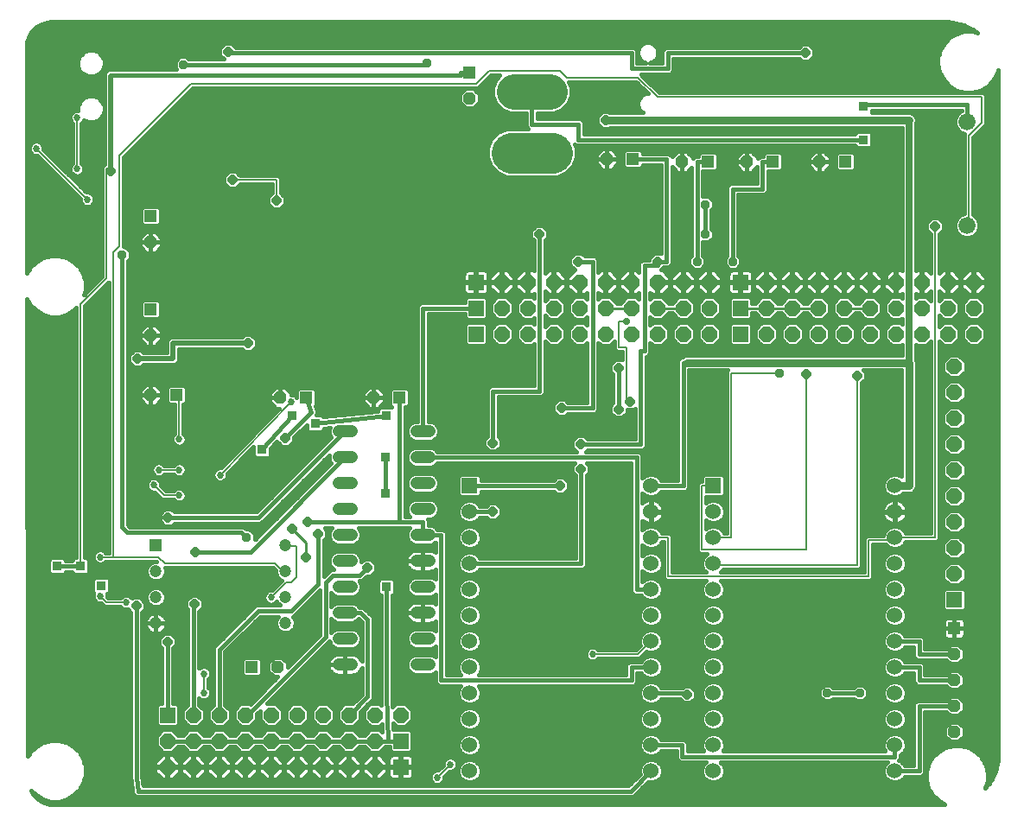
<source format=gbl>
G75*
%MOIN*%
%OFA0B0*%
%FSLAX25Y25*%
%IPPOS*%
%LPD*%
%AMOC8*
5,1,8,0,0,1.08239X$1,22.5*
%
%ADD10R,0.06000X0.06000*%
%ADD11C,0.06000*%
%ADD12C,0.04800*%
%ADD13R,0.04724X0.04724*%
%ADD14C,0.04724*%
%ADD15OC8,0.06000*%
%ADD16OC8,0.04724*%
%ADD17C,0.15800*%
%ADD18C,0.13800*%
%ADD19C,0.06600*%
%ADD20C,0.01600*%
%ADD21OC8,0.03369*%
%ADD22OC8,0.03762*%
%ADD23C,0.01000*%
%ADD24R,0.03762X0.03762*%
%ADD25C,0.00600*%
%ADD26C,0.02900*%
%ADD27C,0.03000*%
%ADD28C,0.02700*%
%ADD29C,0.02700*%
%ADD30C,0.02000*%
%ADD31C,0.03762*%
D10*
X0069678Y0044800D03*
X0159678Y0034800D03*
X0159678Y0024800D03*
X0186178Y0133300D03*
X0188678Y0191800D03*
X0188678Y0201800D03*
X0188678Y0211800D03*
X0280178Y0133300D03*
X0290678Y0191800D03*
X0290678Y0201800D03*
X0290678Y0211800D03*
X0373178Y0089300D03*
D11*
X0350178Y0093300D03*
X0350178Y0083300D03*
X0350178Y0073300D03*
X0350178Y0063300D03*
X0350178Y0053300D03*
X0350178Y0043300D03*
X0350178Y0033300D03*
X0350178Y0023300D03*
X0280178Y0023300D03*
X0280178Y0033300D03*
X0280178Y0043300D03*
X0280178Y0053300D03*
X0280178Y0063300D03*
X0280178Y0073300D03*
X0280178Y0083300D03*
X0280178Y0093300D03*
X0280178Y0103300D03*
X0280178Y0113300D03*
X0280178Y0123300D03*
X0256178Y0123300D03*
X0256178Y0113300D03*
X0256178Y0103300D03*
X0256178Y0093300D03*
X0256178Y0083300D03*
X0256178Y0073300D03*
X0256178Y0063300D03*
X0256178Y0053300D03*
X0256178Y0043300D03*
X0256178Y0033300D03*
X0256178Y0023300D03*
X0186178Y0023300D03*
X0186178Y0033300D03*
X0186178Y0043300D03*
X0186178Y0053300D03*
X0186178Y0063300D03*
X0186178Y0073300D03*
X0186178Y0083300D03*
X0186178Y0093300D03*
X0186178Y0103300D03*
X0186178Y0113300D03*
X0186178Y0123300D03*
X0256178Y0133300D03*
X0350178Y0133300D03*
X0350178Y0123300D03*
X0350178Y0113300D03*
X0350178Y0103300D03*
D12*
X0170578Y0104300D02*
X0165778Y0104300D01*
X0165778Y0094300D02*
X0170578Y0094300D01*
X0170578Y0084300D02*
X0165778Y0084300D01*
X0165778Y0074300D02*
X0170578Y0074300D01*
X0170578Y0064300D02*
X0165778Y0064300D01*
X0140578Y0064300D02*
X0135778Y0064300D01*
X0135778Y0074300D02*
X0140578Y0074300D01*
X0140578Y0084300D02*
X0135778Y0084300D01*
X0135778Y0094300D02*
X0140578Y0094300D01*
X0140578Y0104300D02*
X0135778Y0104300D01*
X0135778Y0114300D02*
X0140578Y0114300D01*
X0140578Y0124300D02*
X0135778Y0124300D01*
X0135778Y0134300D02*
X0140578Y0134300D01*
X0140578Y0144300D02*
X0135778Y0144300D01*
X0135778Y0154300D02*
X0140578Y0154300D01*
X0165778Y0154300D02*
X0170578Y0154300D01*
X0170578Y0144300D02*
X0165778Y0144300D01*
X0165778Y0134300D02*
X0170578Y0134300D01*
X0170578Y0124300D02*
X0165778Y0124300D01*
X0165778Y0114300D02*
X0170578Y0114300D01*
D13*
X0159178Y0167300D03*
X0123178Y0167300D03*
X0073178Y0168300D03*
X0063178Y0201300D03*
X0063178Y0237300D03*
X0186178Y0292800D03*
X0249178Y0259300D03*
X0278178Y0258300D03*
X0303178Y0258300D03*
X0331178Y0258300D03*
X0373178Y0078300D03*
X0102178Y0063300D03*
X0065178Y0110300D03*
D14*
X0065178Y0100300D03*
X0065178Y0090300D03*
X0065178Y0080300D03*
X0115178Y0080300D03*
X0115178Y0090300D03*
X0115178Y0100300D03*
X0115178Y0110300D03*
D15*
X0119678Y0044800D03*
X0129678Y0044800D03*
X0139678Y0044800D03*
X0149678Y0044800D03*
X0159678Y0044800D03*
X0149678Y0034800D03*
X0139678Y0034800D03*
X0139678Y0024800D03*
X0149678Y0024800D03*
X0129678Y0024800D03*
X0119678Y0024800D03*
X0119678Y0034800D03*
X0129678Y0034800D03*
X0109678Y0034800D03*
X0099678Y0034800D03*
X0099678Y0024800D03*
X0109678Y0024800D03*
X0089678Y0024800D03*
X0079678Y0024800D03*
X0079678Y0034800D03*
X0089678Y0034800D03*
X0089678Y0044800D03*
X0079678Y0044800D03*
X0069678Y0034800D03*
X0069678Y0024800D03*
X0099678Y0044800D03*
X0109678Y0044800D03*
X0198678Y0191800D03*
X0208678Y0191800D03*
X0218678Y0191800D03*
X0228678Y0191800D03*
X0238678Y0191800D03*
X0248678Y0191800D03*
X0258678Y0191800D03*
X0268678Y0191800D03*
X0278678Y0191800D03*
X0278678Y0201800D03*
X0278678Y0211800D03*
X0268678Y0211800D03*
X0258678Y0211800D03*
X0258678Y0201800D03*
X0268678Y0201800D03*
X0248678Y0201800D03*
X0238678Y0201800D03*
X0238678Y0211800D03*
X0248678Y0211800D03*
X0228678Y0211800D03*
X0218678Y0211800D03*
X0218678Y0201800D03*
X0228678Y0201800D03*
X0208678Y0201800D03*
X0198678Y0201800D03*
X0198678Y0211800D03*
X0208678Y0211800D03*
X0300678Y0211800D03*
X0310678Y0211800D03*
X0320678Y0211800D03*
X0330678Y0211800D03*
X0340678Y0211800D03*
X0350678Y0211800D03*
X0360678Y0211800D03*
X0370678Y0211800D03*
X0380678Y0211800D03*
X0380678Y0201800D03*
X0370678Y0201800D03*
X0360678Y0201800D03*
X0350678Y0201800D03*
X0340678Y0201800D03*
X0330678Y0201800D03*
X0320678Y0201800D03*
X0310678Y0201800D03*
X0300678Y0201800D03*
X0300678Y0191800D03*
X0310678Y0191800D03*
X0320678Y0191800D03*
X0330678Y0191800D03*
X0340678Y0191800D03*
X0350678Y0191800D03*
X0360678Y0191800D03*
X0370678Y0191800D03*
X0380678Y0191800D03*
X0373178Y0179300D03*
X0373178Y0169300D03*
X0373178Y0159300D03*
X0373178Y0149300D03*
X0373178Y0139300D03*
X0373178Y0129300D03*
X0373178Y0119300D03*
X0373178Y0109300D03*
X0373178Y0099300D03*
D16*
X0373178Y0068300D03*
X0373178Y0058300D03*
X0373178Y0048300D03*
X0373178Y0038300D03*
X0149178Y0167300D03*
X0113178Y0167300D03*
X0063178Y0168300D03*
X0063178Y0191300D03*
X0063178Y0227300D03*
X0186178Y0282800D03*
X0239178Y0259300D03*
X0268178Y0258300D03*
X0293178Y0258300D03*
X0321178Y0258300D03*
X0112178Y0063300D03*
D17*
X0202278Y0261800D02*
X0218078Y0261800D01*
D18*
X0217078Y0285400D02*
X0203278Y0285400D01*
D19*
X0378178Y0273800D03*
X0378178Y0233800D03*
D20*
X0017004Y0015786D02*
X0017849Y0014322D01*
X0019700Y0012471D01*
X0019700Y0012471D01*
X0021966Y0011163D01*
X0024494Y0010486D01*
X0025802Y0010400D01*
X0369457Y0010400D01*
X0366932Y0011858D01*
X0364736Y0014055D01*
X0363182Y0016745D01*
X0362378Y0019746D01*
X0362378Y0022853D01*
X0363182Y0025855D01*
X0364736Y0028545D01*
X0366932Y0030742D01*
X0369623Y0032296D01*
X0372624Y0033100D01*
X0375731Y0033100D01*
X0378732Y0032296D01*
X0381423Y0030742D01*
X0383620Y0028545D01*
X0385174Y0025855D01*
X0385978Y0022853D01*
X0385978Y0019746D01*
X0385174Y0016745D01*
X0385144Y0016694D01*
X0387180Y0019247D01*
X0389017Y0023062D01*
X0389959Y0027189D01*
X0390078Y0029306D01*
X0390078Y0292398D01*
X0390015Y0293519D01*
X0389674Y0292245D01*
X0388120Y0289555D01*
X0385923Y0287358D01*
X0383232Y0285804D01*
X0380231Y0285000D01*
X0377124Y0285000D01*
X0374123Y0285804D01*
X0371432Y0287358D01*
X0369236Y0289555D01*
X0367682Y0292245D01*
X0366878Y0295246D01*
X0366878Y0298353D01*
X0367682Y0301355D01*
X0369236Y0304045D01*
X0371432Y0306242D01*
X0374123Y0307796D01*
X0377124Y0308600D01*
X0380231Y0308600D01*
X0382171Y0308080D01*
X0380811Y0309165D01*
X0376816Y0311089D01*
X0372493Y0312075D01*
X0370276Y0312200D01*
X0024708Y0312200D01*
X0023477Y0312119D01*
X0021099Y0311482D01*
X0018967Y0310251D01*
X0017227Y0308511D01*
X0015996Y0306379D01*
X0015359Y0304001D01*
X0015278Y0302770D01*
X0015278Y0302770D01*
X0015434Y0215290D01*
X0016736Y0217545D01*
X0018932Y0219742D01*
X0021623Y0221296D01*
X0024624Y0222100D01*
X0027731Y0222100D01*
X0030732Y0221296D01*
X0033423Y0219742D01*
X0035620Y0217545D01*
X0037174Y0214855D01*
X0037978Y0211853D01*
X0037978Y0208746D01*
X0037523Y0207049D01*
X0044478Y0214004D01*
X0044478Y0253360D01*
X0044397Y0253441D01*
X0044397Y0256037D01*
X0044373Y0256157D01*
X0044478Y0256315D01*
X0044478Y0256504D01*
X0044857Y0256883D01*
X0045154Y0257329D01*
X0045278Y0257354D01*
X0045278Y0291777D01*
X0045478Y0292260D01*
X0045478Y0292711D01*
X0046767Y0294000D01*
X0073116Y0294000D01*
X0072594Y0294522D01*
X0072594Y0297078D01*
X0074400Y0298884D01*
X0076955Y0298884D01*
X0077840Y0298000D01*
X0091338Y0298000D01*
X0089897Y0299441D01*
X0089897Y0302159D01*
X0091819Y0304081D01*
X0094537Y0304081D01*
X0096118Y0302500D01*
X0249589Y0302500D01*
X0250878Y0301211D01*
X0250878Y0296500D01*
X0254090Y0296500D01*
X0252770Y0297047D01*
X0251680Y0298137D01*
X0251090Y0299561D01*
X0251090Y0301102D01*
X0251680Y0302526D01*
X0252770Y0303616D01*
X0254195Y0304206D01*
X0255736Y0304206D01*
X0257160Y0303616D01*
X0258250Y0302526D01*
X0258840Y0301102D01*
X0258840Y0299561D01*
X0258250Y0298137D01*
X0257160Y0297047D01*
X0255841Y0296500D01*
X0260478Y0296500D01*
X0260478Y0301211D01*
X0261767Y0302500D01*
X0313238Y0302500D01*
X0314319Y0303581D01*
X0317037Y0303581D01*
X0318959Y0301659D01*
X0318959Y0298941D01*
X0317037Y0297019D01*
X0314319Y0297019D01*
X0313238Y0298100D01*
X0264878Y0298100D01*
X0264878Y0293389D01*
X0263589Y0292100D01*
X0252282Y0292100D01*
X0252878Y0291504D01*
X0259382Y0285000D01*
X0384382Y0285000D01*
X0385378Y0284004D01*
X0385378Y0272596D01*
X0384382Y0271600D01*
X0380378Y0267596D01*
X0380378Y0237976D01*
X0380840Y0237784D01*
X0382162Y0236462D01*
X0382878Y0234735D01*
X0382878Y0232865D01*
X0382162Y0231138D01*
X0380840Y0229816D01*
X0379113Y0229100D01*
X0377243Y0229100D01*
X0375516Y0229816D01*
X0374193Y0231138D01*
X0373478Y0232865D01*
X0373478Y0234735D01*
X0374193Y0236462D01*
X0375516Y0237784D01*
X0376978Y0238390D01*
X0376978Y0269004D01*
X0377123Y0269150D01*
X0375516Y0269816D01*
X0374193Y0271138D01*
X0373478Y0272865D01*
X0373478Y0274735D01*
X0374193Y0276462D01*
X0375516Y0277784D01*
X0375978Y0277976D01*
X0375978Y0278100D01*
X0341459Y0278100D01*
X0341459Y0277339D01*
X0341320Y0277200D01*
X0356255Y0277200D01*
X0357321Y0276758D01*
X0358136Y0275943D01*
X0358578Y0274877D01*
X0358578Y0273723D01*
X0358428Y0273361D01*
X0358428Y0216338D01*
X0358690Y0216600D01*
X0360478Y0216600D01*
X0360478Y0212000D01*
X0360878Y0212000D01*
X0360878Y0216600D01*
X0362666Y0216600D01*
X0363978Y0215288D01*
X0363978Y0230360D01*
X0362397Y0231941D01*
X0362397Y0234659D01*
X0364319Y0236581D01*
X0367037Y0236581D01*
X0368959Y0234659D01*
X0368959Y0231941D01*
X0367378Y0230360D01*
X0367378Y0215288D01*
X0368690Y0216600D01*
X0370478Y0216600D01*
X0370478Y0212000D01*
X0370878Y0212000D01*
X0375478Y0212000D01*
X0375478Y0213788D01*
X0372666Y0216600D01*
X0370878Y0216600D01*
X0370878Y0212000D01*
X0370878Y0211600D01*
X0375478Y0211600D01*
X0375478Y0209812D01*
X0372666Y0207000D01*
X0370878Y0207000D01*
X0370878Y0211600D01*
X0370478Y0211600D01*
X0370478Y0207000D01*
X0368690Y0207000D01*
X0367378Y0208312D01*
X0367378Y0204723D01*
X0368855Y0206200D01*
X0372500Y0206200D01*
X0375078Y0203623D01*
X0375078Y0199977D01*
X0372500Y0197400D01*
X0368855Y0197400D01*
X0367378Y0198877D01*
X0367378Y0194723D01*
X0368855Y0196200D01*
X0372500Y0196200D01*
X0375078Y0193623D01*
X0375078Y0189977D01*
X0372500Y0187400D01*
X0368855Y0187400D01*
X0367378Y0188877D01*
X0367378Y0112596D01*
X0366382Y0111600D01*
X0354236Y0111600D01*
X0353908Y0110808D01*
X0352670Y0109570D01*
X0351053Y0108900D01*
X0349303Y0108900D01*
X0347685Y0109570D01*
X0346655Y0110600D01*
X0341878Y0110600D01*
X0341878Y0097596D01*
X0340882Y0096600D01*
X0283100Y0096600D01*
X0283908Y0095792D01*
X0284578Y0094175D01*
X0284578Y0092425D01*
X0283908Y0090808D01*
X0282670Y0089570D01*
X0281053Y0088900D01*
X0279303Y0088900D01*
X0277685Y0089570D01*
X0276448Y0090808D01*
X0275778Y0092425D01*
X0275778Y0094175D01*
X0276448Y0095792D01*
X0277255Y0096600D01*
X0261974Y0096600D01*
X0260978Y0097596D01*
X0260978Y0111600D01*
X0260236Y0111600D01*
X0259908Y0110808D01*
X0258670Y0109570D01*
X0257053Y0108900D01*
X0255303Y0108900D01*
X0253685Y0109570D01*
X0252878Y0110377D01*
X0252878Y0106223D01*
X0253685Y0107030D01*
X0255303Y0107700D01*
X0257053Y0107700D01*
X0258670Y0107030D01*
X0259908Y0105792D01*
X0260578Y0104175D01*
X0260578Y0102425D01*
X0259908Y0100808D01*
X0258670Y0099570D01*
X0257053Y0098900D01*
X0255303Y0098900D01*
X0253685Y0099570D01*
X0252878Y0100377D01*
X0252878Y0096223D01*
X0253685Y0097030D01*
X0255303Y0097700D01*
X0257053Y0097700D01*
X0258670Y0097030D01*
X0259908Y0095792D01*
X0260578Y0094175D01*
X0260578Y0092425D01*
X0259908Y0090808D01*
X0258670Y0089570D01*
X0257053Y0088900D01*
X0255303Y0088900D01*
X0253685Y0089570D01*
X0252448Y0090808D01*
X0252327Y0091100D01*
X0249767Y0091100D01*
X0248478Y0092389D01*
X0248478Y0142100D01*
X0231518Y0142100D01*
X0232459Y0141159D01*
X0232459Y0138441D01*
X0231378Y0137360D01*
X0231378Y0102389D01*
X0230089Y0101100D01*
X0190029Y0101100D01*
X0189908Y0100808D01*
X0188670Y0099570D01*
X0187053Y0098900D01*
X0185303Y0098900D01*
X0183685Y0099570D01*
X0182448Y0100808D01*
X0181778Y0102425D01*
X0181778Y0104175D01*
X0182448Y0105792D01*
X0183685Y0107030D01*
X0185303Y0107700D01*
X0187053Y0107700D01*
X0188670Y0107030D01*
X0189908Y0105792D01*
X0190029Y0105500D01*
X0226978Y0105500D01*
X0226978Y0137360D01*
X0225897Y0138441D01*
X0225897Y0141159D01*
X0226838Y0142100D01*
X0173752Y0142100D01*
X0172730Y0141079D01*
X0171334Y0140500D01*
X0165022Y0140500D01*
X0163625Y0141079D01*
X0162556Y0142147D01*
X0161978Y0143544D01*
X0161978Y0145056D01*
X0162556Y0146453D01*
X0163625Y0147521D01*
X0165022Y0148100D01*
X0171334Y0148100D01*
X0172730Y0147521D01*
X0173752Y0146500D01*
X0227338Y0146500D01*
X0225897Y0147941D01*
X0225897Y0150659D01*
X0227819Y0152581D01*
X0230537Y0152581D01*
X0231618Y0151500D01*
X0249978Y0151500D01*
X0249978Y0162960D01*
X0249537Y0162519D01*
X0246959Y0162519D01*
X0246959Y0161441D01*
X0245037Y0159519D01*
X0242319Y0159519D01*
X0240397Y0161441D01*
X0240397Y0164159D01*
X0241478Y0165240D01*
X0241478Y0176360D01*
X0240397Y0177441D01*
X0240397Y0180159D01*
X0242319Y0182081D01*
X0244978Y0182081D01*
X0244978Y0185100D01*
X0242974Y0185100D01*
X0241978Y0186096D01*
X0241978Y0188877D01*
X0240500Y0187400D01*
X0236855Y0187400D01*
X0235878Y0188377D01*
X0235878Y0162389D01*
X0234589Y0161100D01*
X0224118Y0161100D01*
X0223037Y0160019D01*
X0220319Y0160019D01*
X0218397Y0161941D01*
X0218397Y0164659D01*
X0220319Y0166581D01*
X0223037Y0166581D01*
X0224118Y0165500D01*
X0231478Y0165500D01*
X0231478Y0188377D01*
X0230500Y0187400D01*
X0226855Y0187400D01*
X0224278Y0189977D01*
X0224278Y0193623D01*
X0226855Y0196200D01*
X0230500Y0196200D01*
X0231478Y0195223D01*
X0231478Y0198377D01*
X0230500Y0197400D01*
X0226855Y0197400D01*
X0224278Y0199977D01*
X0224278Y0203623D01*
X0226855Y0206200D01*
X0230500Y0206200D01*
X0231478Y0205223D01*
X0231478Y0207812D01*
X0230666Y0207000D01*
X0228878Y0207000D01*
X0228878Y0211600D01*
X0228478Y0211600D01*
X0228478Y0207000D01*
X0226690Y0207000D01*
X0223878Y0209812D01*
X0223878Y0211600D01*
X0228478Y0211600D01*
X0228478Y0212000D01*
X0223878Y0212000D01*
X0223878Y0213788D01*
X0226690Y0216600D01*
X0226738Y0216600D01*
X0224897Y0218441D01*
X0224897Y0221159D01*
X0226819Y0223081D01*
X0229537Y0223081D01*
X0230618Y0222000D01*
X0234589Y0222000D01*
X0235878Y0220711D01*
X0235878Y0215788D01*
X0236690Y0216600D01*
X0238478Y0216600D01*
X0238478Y0212000D01*
X0238878Y0212000D01*
X0243478Y0212000D01*
X0243478Y0213788D01*
X0240666Y0216600D01*
X0238878Y0216600D01*
X0238878Y0212000D01*
X0238878Y0211600D01*
X0243478Y0211600D01*
X0243478Y0209812D01*
X0240666Y0207000D01*
X0238878Y0207000D01*
X0238878Y0211600D01*
X0238478Y0211600D01*
X0238478Y0207000D01*
X0236690Y0207000D01*
X0235878Y0207812D01*
X0235878Y0205223D01*
X0236855Y0206200D01*
X0240500Y0206200D01*
X0243000Y0203700D01*
X0244355Y0203700D01*
X0246855Y0206200D01*
X0250500Y0206200D01*
X0251478Y0205223D01*
X0251478Y0207812D01*
X0250666Y0207000D01*
X0248878Y0207000D01*
X0248878Y0211600D01*
X0248478Y0211600D01*
X0248478Y0207000D01*
X0246690Y0207000D01*
X0243878Y0209812D01*
X0243878Y0211600D01*
X0248478Y0211600D01*
X0248478Y0212000D01*
X0248478Y0216600D01*
X0246690Y0216600D01*
X0243878Y0213788D01*
X0243878Y0212000D01*
X0248478Y0212000D01*
X0248878Y0212000D01*
X0248878Y0216600D01*
X0250666Y0216600D01*
X0251478Y0215788D01*
X0251478Y0219211D01*
X0252767Y0220500D01*
X0255397Y0220500D01*
X0255397Y0221159D01*
X0257319Y0223081D01*
X0259978Y0223081D01*
X0259978Y0257100D01*
X0252940Y0257100D01*
X0252940Y0256358D01*
X0252120Y0255538D01*
X0246236Y0255538D01*
X0245416Y0256358D01*
X0245416Y0262242D01*
X0246236Y0263062D01*
X0252120Y0263062D01*
X0252940Y0262242D01*
X0252940Y0261500D01*
X0263089Y0261500D01*
X0264290Y0260299D01*
X0266454Y0262462D01*
X0268178Y0262462D01*
X0268178Y0258300D01*
X0268178Y0258300D01*
X0268178Y0254138D01*
X0269902Y0254138D01*
X0271778Y0256014D01*
X0271778Y0221962D01*
X0270894Y0221078D01*
X0270894Y0218522D01*
X0272700Y0216716D01*
X0275255Y0216716D01*
X0277062Y0218522D01*
X0277062Y0221078D01*
X0276178Y0221962D01*
X0276178Y0227216D01*
X0278455Y0227216D01*
X0280262Y0229022D01*
X0280262Y0231578D01*
X0279378Y0232462D01*
X0279378Y0239638D01*
X0280262Y0240522D01*
X0280262Y0243078D01*
X0278455Y0244884D01*
X0276178Y0244884D01*
X0276178Y0254538D01*
X0281120Y0254538D01*
X0281940Y0255358D01*
X0281940Y0261242D01*
X0281120Y0262062D01*
X0275236Y0262062D01*
X0274416Y0261242D01*
X0274416Y0260500D01*
X0273067Y0260500D01*
X0272340Y0259773D01*
X0272340Y0260024D01*
X0269902Y0262462D01*
X0268178Y0262462D01*
X0268178Y0258300D01*
X0268178Y0258300D01*
X0268178Y0254138D01*
X0266454Y0254138D01*
X0264378Y0256214D01*
X0264378Y0218889D01*
X0263089Y0217600D01*
X0261118Y0217600D01*
X0260118Y0216600D01*
X0260666Y0216600D01*
X0263478Y0213788D01*
X0263478Y0212000D01*
X0258878Y0212000D01*
X0258878Y0211600D01*
X0263478Y0211600D01*
X0263478Y0209812D01*
X0260666Y0207000D01*
X0258878Y0207000D01*
X0258878Y0211600D01*
X0258478Y0211600D01*
X0258478Y0207000D01*
X0256690Y0207000D01*
X0255878Y0207812D01*
X0255878Y0205223D01*
X0256855Y0206200D01*
X0260500Y0206200D01*
X0263000Y0203700D01*
X0264355Y0203700D01*
X0266855Y0206200D01*
X0270500Y0206200D01*
X0273078Y0203623D01*
X0273078Y0199977D01*
X0270500Y0197400D01*
X0266855Y0197400D01*
X0264355Y0199900D01*
X0263000Y0199900D01*
X0260500Y0197400D01*
X0256855Y0197400D01*
X0255878Y0198377D01*
X0255878Y0195223D01*
X0256855Y0196200D01*
X0260500Y0196200D01*
X0263078Y0193623D01*
X0263078Y0189977D01*
X0260500Y0187400D01*
X0256855Y0187400D01*
X0255878Y0188377D01*
X0255878Y0184389D01*
X0254589Y0183100D01*
X0254378Y0183100D01*
X0254378Y0148389D01*
X0253089Y0147100D01*
X0231618Y0147100D01*
X0231018Y0146500D01*
X0251589Y0146500D01*
X0252878Y0145211D01*
X0252878Y0136223D01*
X0253685Y0137030D01*
X0255303Y0137700D01*
X0257053Y0137700D01*
X0258670Y0137030D01*
X0259908Y0135792D01*
X0260029Y0135500D01*
X0266478Y0135500D01*
X0266478Y0181711D01*
X0267767Y0183000D01*
X0268277Y0183000D01*
X0268535Y0183258D01*
X0269601Y0183700D01*
X0352928Y0183700D01*
X0352928Y0187827D01*
X0352500Y0187400D01*
X0348855Y0187400D01*
X0346278Y0189977D01*
X0346278Y0193623D01*
X0348855Y0196200D01*
X0352500Y0196200D01*
X0352928Y0195773D01*
X0352928Y0197827D01*
X0352500Y0197400D01*
X0348855Y0197400D01*
X0346278Y0199977D01*
X0346278Y0203623D01*
X0348855Y0206200D01*
X0352500Y0206200D01*
X0352928Y0205773D01*
X0352928Y0207262D01*
X0352666Y0207000D01*
X0350878Y0207000D01*
X0350878Y0211600D01*
X0350478Y0211600D01*
X0350478Y0207000D01*
X0348690Y0207000D01*
X0345878Y0209812D01*
X0345878Y0211600D01*
X0350478Y0211600D01*
X0350478Y0212000D01*
X0350478Y0216600D01*
X0348690Y0216600D01*
X0345878Y0213788D01*
X0345878Y0212000D01*
X0350478Y0212000D01*
X0350878Y0212000D01*
X0350878Y0216600D01*
X0352666Y0216600D01*
X0352928Y0216338D01*
X0352928Y0271400D01*
X0240418Y0271400D01*
X0240037Y0271019D01*
X0237319Y0271019D01*
X0235397Y0272941D01*
X0235397Y0275659D01*
X0237319Y0277581D01*
X0240037Y0277581D01*
X0240418Y0277200D01*
X0253160Y0277200D01*
X0252770Y0277362D01*
X0251680Y0278452D01*
X0251090Y0279876D01*
X0251090Y0281417D01*
X0251680Y0282841D01*
X0252770Y0283931D01*
X0254195Y0284521D01*
X0255052Y0284521D01*
X0250474Y0289100D01*
X0224529Y0289100D01*
X0225378Y0287051D01*
X0225378Y0283749D01*
X0224114Y0280698D01*
X0221779Y0278364D01*
X0218729Y0277100D01*
X0212378Y0277100D01*
X0212378Y0275000D01*
X0229089Y0275000D01*
X0230378Y0273711D01*
X0230378Y0269000D01*
X0334897Y0269000D01*
X0334897Y0269261D01*
X0335717Y0270081D01*
X0340639Y0270081D01*
X0341459Y0269261D01*
X0341459Y0264339D01*
X0340639Y0263519D01*
X0335717Y0263519D01*
X0334897Y0264339D01*
X0334897Y0264600D01*
X0227267Y0264600D01*
X0226785Y0265082D01*
X0227378Y0263650D01*
X0227378Y0259950D01*
X0225962Y0256532D01*
X0223346Y0253916D01*
X0219928Y0252500D01*
X0200428Y0252500D01*
X0197010Y0253916D01*
X0194394Y0256532D01*
X0192978Y0259950D01*
X0192978Y0263650D01*
X0194394Y0267068D01*
X0197010Y0269684D01*
X0200428Y0271100D01*
X0208767Y0271100D01*
X0207978Y0271889D01*
X0207978Y0277100D01*
X0201627Y0277100D01*
X0198576Y0278364D01*
X0196241Y0280698D01*
X0194978Y0283749D01*
X0194978Y0287051D01*
X0196241Y0290102D01*
X0197740Y0291600D01*
X0194382Y0291600D01*
X0190378Y0287596D01*
X0189382Y0286600D01*
X0079382Y0286600D01*
X0052878Y0260096D01*
X0052878Y0225561D01*
X0054036Y0225082D01*
X0054959Y0224159D01*
X0055459Y0222953D01*
X0055459Y0221647D01*
X0054959Y0220441D01*
X0054378Y0219860D01*
X0054378Y0118211D01*
X0055089Y0117500D01*
X0099089Y0117500D01*
X0100008Y0116581D01*
X0100831Y0116581D01*
X0102036Y0116082D01*
X0102959Y0115159D01*
X0103459Y0113953D01*
X0103459Y0112692D01*
X0132735Y0141969D01*
X0132556Y0142147D01*
X0131978Y0143544D01*
X0131978Y0144989D01*
X0105789Y0118800D01*
X0072318Y0118800D01*
X0071237Y0117719D01*
X0068519Y0117719D01*
X0066597Y0119641D01*
X0066597Y0122359D01*
X0068519Y0124281D01*
X0071237Y0124281D01*
X0072318Y0123200D01*
X0103967Y0123200D01*
X0132735Y0151969D01*
X0132556Y0152147D01*
X0131978Y0153544D01*
X0131978Y0155056D01*
X0132242Y0155694D01*
X0129959Y0155445D01*
X0129959Y0154839D01*
X0129139Y0154019D01*
X0124217Y0154019D01*
X0123397Y0154839D01*
X0123397Y0156808D01*
X0118459Y0151870D01*
X0118459Y0150341D01*
X0116537Y0148419D01*
X0113819Y0148419D01*
X0111897Y0150341D01*
X0111897Y0150444D01*
X0109459Y0147689D01*
X0109459Y0144839D01*
X0108639Y0144019D01*
X0103717Y0144019D01*
X0102897Y0144839D01*
X0102897Y0148261D01*
X0092668Y0137847D01*
X0092668Y0136926D01*
X0092249Y0135915D01*
X0091476Y0135142D01*
X0090465Y0134723D01*
X0089371Y0134723D01*
X0088360Y0135142D01*
X0087587Y0135915D01*
X0087168Y0136926D01*
X0087168Y0138020D01*
X0087587Y0139031D01*
X0088360Y0139805D01*
X0089371Y0140223D01*
X0090236Y0140223D01*
X0112742Y0163138D01*
X0111454Y0163138D01*
X0109016Y0165576D01*
X0109016Y0167300D01*
X0113178Y0167300D01*
X0113178Y0180800D01*
X0095678Y0180800D01*
X0099319Y0185019D02*
X0102037Y0185019D01*
X0103959Y0186941D01*
X0103959Y0189659D01*
X0102037Y0191581D01*
X0099319Y0191581D01*
X0098438Y0190700D01*
X0071200Y0190700D01*
X0070318Y0190335D01*
X0069643Y0189659D01*
X0069278Y0188777D01*
X0069278Y0184700D01*
X0060418Y0184700D01*
X0059537Y0185581D01*
X0056819Y0185581D01*
X0054897Y0183659D01*
X0054897Y0180941D01*
X0056819Y0179019D01*
X0059537Y0179019D01*
X0060418Y0179900D01*
X0072155Y0179900D01*
X0073037Y0180265D01*
X0073712Y0180941D01*
X0074078Y0181823D01*
X0074078Y0185900D01*
X0098438Y0185900D01*
X0099319Y0185019D01*
X0103366Y0186348D02*
X0165978Y0186348D01*
X0165978Y0184750D02*
X0074078Y0184750D01*
X0074078Y0183151D02*
X0165978Y0183151D01*
X0165978Y0181553D02*
X0073966Y0181553D01*
X0072286Y0179954D02*
X0165978Y0179954D01*
X0165978Y0178356D02*
X0054378Y0178356D01*
X0054378Y0179954D02*
X0055884Y0179954D01*
X0054897Y0181553D02*
X0054378Y0181553D01*
X0054378Y0183151D02*
X0054897Y0183151D01*
X0054378Y0184750D02*
X0055987Y0184750D01*
X0054378Y0186348D02*
X0069278Y0186348D01*
X0069278Y0184750D02*
X0060368Y0184750D01*
X0061454Y0187138D02*
X0063178Y0187138D01*
X0064902Y0187138D01*
X0067340Y0189576D01*
X0067340Y0191300D01*
X0067340Y0193024D01*
X0064902Y0195462D01*
X0063178Y0195462D01*
X0063178Y0191300D01*
X0067340Y0191300D01*
X0063178Y0191300D01*
X0063178Y0191300D01*
X0063178Y0191300D01*
X0063178Y0187138D01*
X0063178Y0191300D01*
X0063178Y0191300D01*
X0063178Y0195462D01*
X0061454Y0195462D01*
X0059016Y0193024D01*
X0059016Y0191300D01*
X0063178Y0191300D01*
X0059016Y0191300D01*
X0059016Y0189576D01*
X0061454Y0187138D01*
X0060645Y0187947D02*
X0054378Y0187947D01*
X0054378Y0189545D02*
X0059046Y0189545D01*
X0059016Y0191144D02*
X0054378Y0191144D01*
X0054378Y0192742D02*
X0059016Y0192742D01*
X0060332Y0194341D02*
X0054378Y0194341D01*
X0054378Y0195939D02*
X0165978Y0195939D01*
X0165978Y0194341D02*
X0066023Y0194341D01*
X0067340Y0192742D02*
X0165978Y0192742D01*
X0165978Y0191144D02*
X0102474Y0191144D01*
X0103959Y0189545D02*
X0165978Y0189545D01*
X0165978Y0187947D02*
X0103959Y0187947D01*
X0098881Y0191144D02*
X0067340Y0191144D01*
X0067309Y0189545D02*
X0069596Y0189545D01*
X0069278Y0187947D02*
X0065711Y0187947D01*
X0063178Y0187947D02*
X0063178Y0187947D01*
X0063178Y0189545D02*
X0063178Y0189545D01*
X0063178Y0191144D02*
X0063178Y0191144D01*
X0063178Y0191300D02*
X0063178Y0191300D01*
X0063178Y0192742D02*
X0063178Y0192742D01*
X0063178Y0194341D02*
X0063178Y0194341D01*
X0060236Y0197538D02*
X0066120Y0197538D01*
X0066940Y0198358D01*
X0066940Y0204242D01*
X0066120Y0205062D01*
X0060236Y0205062D01*
X0059416Y0204242D01*
X0059416Y0198358D01*
X0060236Y0197538D01*
X0059416Y0199136D02*
X0054378Y0199136D01*
X0054378Y0197538D02*
X0165978Y0197538D01*
X0165978Y0199136D02*
X0066940Y0199136D01*
X0066940Y0200735D02*
X0165978Y0200735D01*
X0165978Y0202333D02*
X0066940Y0202333D01*
X0066940Y0203932D02*
X0167198Y0203932D01*
X0167267Y0204000D02*
X0165978Y0202711D01*
X0165978Y0158100D01*
X0165022Y0158100D01*
X0163625Y0157521D01*
X0162556Y0156453D01*
X0161978Y0155056D01*
X0161978Y0153544D01*
X0162556Y0152147D01*
X0163625Y0151079D01*
X0165022Y0150500D01*
X0171334Y0150500D01*
X0172730Y0151079D01*
X0173799Y0152147D01*
X0174378Y0153544D01*
X0174378Y0155056D01*
X0173799Y0156453D01*
X0172730Y0157521D01*
X0171334Y0158100D01*
X0170378Y0158100D01*
X0170378Y0199600D01*
X0184278Y0199600D01*
X0184278Y0198220D01*
X0185098Y0197400D01*
X0192258Y0197400D01*
X0193078Y0198220D01*
X0193078Y0205380D01*
X0192258Y0206200D01*
X0185098Y0206200D01*
X0184278Y0205380D01*
X0184278Y0204000D01*
X0167267Y0204000D01*
X0168178Y0201800D02*
X0168178Y0154300D01*
X0170378Y0159173D02*
X0192978Y0159173D01*
X0192978Y0157575D02*
X0172601Y0157575D01*
X0173997Y0155976D02*
X0192978Y0155976D01*
X0192978Y0154378D02*
X0174378Y0154378D01*
X0174061Y0152779D02*
X0192978Y0152779D01*
X0192978Y0152240D02*
X0191897Y0151159D01*
X0191897Y0148441D01*
X0193819Y0146519D01*
X0196537Y0146519D01*
X0198459Y0148441D01*
X0198459Y0151159D01*
X0197378Y0152240D01*
X0197378Y0167600D01*
X0214089Y0167600D01*
X0215378Y0168889D01*
X0215378Y0188877D01*
X0216855Y0187400D01*
X0220500Y0187400D01*
X0223078Y0189977D01*
X0223078Y0193623D01*
X0220500Y0196200D01*
X0216855Y0196200D01*
X0215378Y0194723D01*
X0215378Y0198877D01*
X0216855Y0197400D01*
X0220500Y0197400D01*
X0223078Y0199977D01*
X0223078Y0203623D01*
X0220500Y0206200D01*
X0216855Y0206200D01*
X0215378Y0204723D01*
X0215378Y0208312D01*
X0216690Y0207000D01*
X0218478Y0207000D01*
X0218478Y0211600D01*
X0218878Y0211600D01*
X0218878Y0212000D01*
X0223478Y0212000D01*
X0223478Y0213788D01*
X0220666Y0216600D01*
X0218878Y0216600D01*
X0218878Y0212000D01*
X0218478Y0212000D01*
X0218478Y0216600D01*
X0216690Y0216600D01*
X0215378Y0215288D01*
X0215378Y0227860D01*
X0216459Y0228941D01*
X0216459Y0231659D01*
X0214537Y0233581D01*
X0211819Y0233581D01*
X0209897Y0231659D01*
X0209897Y0228941D01*
X0210978Y0227860D01*
X0210978Y0216288D01*
X0210666Y0216600D01*
X0208878Y0216600D01*
X0208878Y0212000D01*
X0208478Y0212000D01*
X0208478Y0216600D01*
X0206690Y0216600D01*
X0203878Y0213788D01*
X0203878Y0212000D01*
X0208478Y0212000D01*
X0208478Y0211600D01*
X0208878Y0211600D01*
X0208878Y0207000D01*
X0210666Y0207000D01*
X0210978Y0207312D01*
X0210978Y0205723D01*
X0210500Y0206200D01*
X0206855Y0206200D01*
X0204278Y0203623D01*
X0204278Y0199977D01*
X0206855Y0197400D01*
X0210500Y0197400D01*
X0210978Y0197877D01*
X0210978Y0195723D01*
X0210500Y0196200D01*
X0206855Y0196200D01*
X0204278Y0193623D01*
X0204278Y0189977D01*
X0206855Y0187400D01*
X0210500Y0187400D01*
X0210978Y0187877D01*
X0210978Y0172000D01*
X0194267Y0172000D01*
X0192978Y0170711D01*
X0192978Y0152240D01*
X0191919Y0151181D02*
X0172833Y0151181D01*
X0171614Y0147984D02*
X0192354Y0147984D01*
X0191897Y0149582D02*
X0161378Y0149582D01*
X0161378Y0147984D02*
X0164742Y0147984D01*
X0162529Y0146385D02*
X0161378Y0146385D01*
X0161378Y0144787D02*
X0161978Y0144787D01*
X0162125Y0143188D02*
X0161378Y0143188D01*
X0161378Y0141590D02*
X0163114Y0141590D01*
X0161378Y0139991D02*
X0225897Y0139991D01*
X0225945Y0138393D02*
X0161378Y0138393D01*
X0161378Y0136794D02*
X0162898Y0136794D01*
X0162556Y0136453D02*
X0163625Y0137521D01*
X0165022Y0138100D01*
X0171334Y0138100D01*
X0172730Y0137521D01*
X0173799Y0136453D01*
X0174378Y0135056D01*
X0174378Y0133544D01*
X0173799Y0132147D01*
X0172730Y0131079D01*
X0171334Y0130500D01*
X0165022Y0130500D01*
X0163625Y0131079D01*
X0162556Y0132147D01*
X0161978Y0133544D01*
X0161978Y0135056D01*
X0162556Y0136453D01*
X0162036Y0135196D02*
X0161378Y0135196D01*
X0161378Y0133597D02*
X0161978Y0133597D01*
X0161378Y0131999D02*
X0162705Y0131999D01*
X0161378Y0130400D02*
X0181778Y0130400D01*
X0181778Y0129720D02*
X0182598Y0128900D01*
X0189758Y0128900D01*
X0190578Y0129720D01*
X0190578Y0131100D01*
X0218738Y0131100D01*
X0219819Y0130019D01*
X0222537Y0130019D01*
X0224459Y0131941D01*
X0224459Y0134659D01*
X0222537Y0136581D01*
X0219819Y0136581D01*
X0218738Y0135500D01*
X0190578Y0135500D01*
X0190578Y0136880D01*
X0189758Y0137700D01*
X0182598Y0137700D01*
X0181778Y0136880D01*
X0181778Y0129720D01*
X0181778Y0131999D02*
X0173651Y0131999D01*
X0174378Y0133597D02*
X0181778Y0133597D01*
X0181778Y0135196D02*
X0174320Y0135196D01*
X0173458Y0136794D02*
X0181778Y0136794D01*
X0186178Y0133300D02*
X0221178Y0133300D01*
X0224459Y0133597D02*
X0226978Y0133597D01*
X0226978Y0131999D02*
X0224459Y0131999D01*
X0222918Y0130400D02*
X0226978Y0130400D01*
X0226978Y0128802D02*
X0161378Y0128802D01*
X0161378Y0127203D02*
X0163307Y0127203D01*
X0163625Y0127521D02*
X0162556Y0126453D01*
X0161978Y0125056D01*
X0161978Y0123544D01*
X0162556Y0122147D01*
X0163204Y0121500D01*
X0161378Y0121500D01*
X0161378Y0163538D01*
X0162120Y0163538D01*
X0162940Y0164358D01*
X0162940Y0170242D01*
X0162120Y0171062D01*
X0156236Y0171062D01*
X0155416Y0170242D01*
X0155416Y0164358D01*
X0156192Y0163581D01*
X0151717Y0163581D01*
X0150897Y0162761D01*
X0150897Y0162155D01*
X0129860Y0159860D01*
X0129139Y0160581D01*
X0127170Y0160581D01*
X0127378Y0160789D01*
X0127378Y0161205D01*
X0127556Y0161582D01*
X0127378Y0162081D01*
X0127378Y0162611D01*
X0127083Y0162906D01*
X0126663Y0164081D01*
X0126940Y0164358D01*
X0126940Y0170242D01*
X0126120Y0171062D01*
X0120236Y0171062D01*
X0119416Y0170242D01*
X0119416Y0167483D01*
X0119035Y0167864D01*
X0118024Y0168282D01*
X0117340Y0168282D01*
X0117340Y0169024D01*
X0114902Y0171462D01*
X0113178Y0171462D01*
X0113178Y0167300D01*
X0113178Y0167300D01*
X0113178Y0171462D01*
X0111454Y0171462D01*
X0109016Y0169024D01*
X0109016Y0167300D01*
X0113178Y0167300D01*
X0113178Y0167300D01*
X0113178Y0168765D02*
X0113178Y0168765D01*
X0113178Y0170363D02*
X0113178Y0170363D01*
X0116001Y0170363D02*
X0119537Y0170363D01*
X0119416Y0168765D02*
X0117340Y0168765D01*
X0123178Y0167300D02*
X0125178Y0161700D01*
X0115178Y0151700D01*
X0117700Y0149582D02*
X0130349Y0149582D01*
X0128750Y0147984D02*
X0109720Y0147984D01*
X0109459Y0146385D02*
X0127152Y0146385D01*
X0125553Y0144787D02*
X0109407Y0144787D01*
X0106178Y0147300D02*
X0117678Y0160300D01*
X0111989Y0162370D02*
X0075870Y0162370D01*
X0075870Y0160772D02*
X0110419Y0160772D01*
X0108849Y0159173D02*
X0075870Y0159173D01*
X0075870Y0157575D02*
X0107279Y0157575D01*
X0105709Y0155976D02*
X0075870Y0155976D01*
X0075870Y0154378D02*
X0104139Y0154378D01*
X0102569Y0152779D02*
X0076514Y0152779D01*
X0076501Y0152810D02*
X0076920Y0151800D01*
X0076920Y0150706D01*
X0076501Y0149695D01*
X0075728Y0148921D01*
X0074717Y0148503D01*
X0073623Y0148503D01*
X0072612Y0148921D01*
X0071839Y0149695D01*
X0071420Y0150706D01*
X0071420Y0151800D01*
X0071839Y0152810D01*
X0072470Y0153442D01*
X0072470Y0164538D01*
X0070236Y0164538D01*
X0069416Y0165358D01*
X0069416Y0171242D01*
X0070236Y0172062D01*
X0076120Y0172062D01*
X0076940Y0171242D01*
X0076940Y0165358D01*
X0076120Y0164538D01*
X0075870Y0164538D01*
X0075870Y0153442D01*
X0076501Y0152810D01*
X0076920Y0151181D02*
X0100999Y0151181D01*
X0099429Y0149582D02*
X0076389Y0149582D01*
X0071951Y0149582D02*
X0054378Y0149582D01*
X0054378Y0147984D02*
X0097859Y0147984D01*
X0096289Y0146385D02*
X0054378Y0146385D01*
X0054378Y0144787D02*
X0094719Y0144787D01*
X0093148Y0143188D02*
X0054378Y0143188D01*
X0054378Y0141590D02*
X0064555Y0141590D01*
X0064738Y0141773D02*
X0063965Y0140999D01*
X0063546Y0139989D01*
X0063546Y0138895D01*
X0063965Y0137884D01*
X0064738Y0137110D01*
X0065749Y0136692D01*
X0066843Y0136692D01*
X0067854Y0137110D01*
X0068485Y0137742D01*
X0071981Y0137742D01*
X0072612Y0137110D01*
X0073623Y0136692D01*
X0074717Y0136692D01*
X0075728Y0137110D01*
X0076501Y0137884D01*
X0076920Y0138895D01*
X0076920Y0139989D01*
X0076501Y0140999D01*
X0075728Y0141773D01*
X0074717Y0142192D01*
X0073623Y0142192D01*
X0072612Y0141773D01*
X0071981Y0141142D01*
X0068485Y0141142D01*
X0067854Y0141773D01*
X0066843Y0142192D01*
X0065749Y0142192D01*
X0064738Y0141773D01*
X0063547Y0139991D02*
X0054378Y0139991D01*
X0054378Y0138393D02*
X0063754Y0138393D01*
X0063780Y0136286D02*
X0062770Y0135868D01*
X0061996Y0135094D01*
X0061577Y0134083D01*
X0061577Y0132989D01*
X0061996Y0131978D01*
X0062770Y0131205D01*
X0063780Y0130786D01*
X0064673Y0130786D01*
X0066564Y0128895D01*
X0067560Y0127899D01*
X0071981Y0127899D01*
X0072612Y0127268D01*
X0073623Y0126849D01*
X0074717Y0126849D01*
X0075728Y0127268D01*
X0076501Y0128041D01*
X0076920Y0129052D01*
X0076920Y0130146D01*
X0076501Y0131157D01*
X0075728Y0131931D01*
X0074717Y0132349D01*
X0073623Y0132349D01*
X0072612Y0131931D01*
X0071981Y0131299D01*
X0068969Y0131299D01*
X0067077Y0133190D01*
X0067077Y0134083D01*
X0066659Y0135094D01*
X0065885Y0135868D01*
X0064874Y0136286D01*
X0063780Y0136286D01*
X0065501Y0136794D02*
X0054378Y0136794D01*
X0054378Y0135196D02*
X0062098Y0135196D01*
X0061577Y0133597D02*
X0054378Y0133597D01*
X0054378Y0131999D02*
X0061988Y0131999D01*
X0065059Y0130400D02*
X0054378Y0130400D01*
X0054378Y0128802D02*
X0066658Y0128802D01*
X0068269Y0131999D02*
X0072777Y0131999D01*
X0075563Y0131999D02*
X0112765Y0131999D01*
X0111167Y0130400D02*
X0076815Y0130400D01*
X0076816Y0128802D02*
X0109568Y0128802D01*
X0107970Y0127203D02*
X0075572Y0127203D01*
X0072768Y0127203D02*
X0054378Y0127203D01*
X0054378Y0125605D02*
X0106371Y0125605D01*
X0104773Y0124006D02*
X0071512Y0124006D01*
X0068244Y0124006D02*
X0054378Y0124006D01*
X0054378Y0122408D02*
X0066645Y0122408D01*
X0066597Y0120809D02*
X0054378Y0120809D01*
X0054378Y0119211D02*
X0067027Y0119211D01*
X0069878Y0121000D02*
X0104878Y0121000D01*
X0138178Y0154300D01*
X0132295Y0152779D02*
X0119369Y0152779D01*
X0118459Y0151181D02*
X0131948Y0151181D01*
X0131978Y0154378D02*
X0129498Y0154378D01*
X0126678Y0157300D02*
X0154178Y0160300D01*
X0150897Y0162370D02*
X0127378Y0162370D01*
X0127361Y0160772D02*
X0138218Y0160772D01*
X0145016Y0165576D02*
X0145016Y0167300D01*
X0149178Y0167300D01*
X0153340Y0167300D01*
X0153340Y0169024D01*
X0150902Y0171462D01*
X0149178Y0171462D01*
X0149178Y0167300D01*
X0149178Y0167300D01*
X0153340Y0167300D01*
X0153340Y0165576D01*
X0150902Y0163138D01*
X0149178Y0163138D01*
X0149178Y0167300D01*
X0149178Y0167300D01*
X0149178Y0167300D01*
X0149178Y0171462D01*
X0147454Y0171462D01*
X0145016Y0169024D01*
X0145016Y0167300D01*
X0149178Y0167300D01*
X0149178Y0163138D01*
X0147454Y0163138D01*
X0145016Y0165576D01*
X0145024Y0165568D02*
X0126940Y0165568D01*
X0126940Y0167166D02*
X0145016Y0167166D01*
X0145016Y0168765D02*
X0126940Y0168765D01*
X0126819Y0170363D02*
X0146355Y0170363D01*
X0149178Y0170363D02*
X0149178Y0170363D01*
X0149178Y0168765D02*
X0149178Y0168765D01*
X0149178Y0167300D02*
X0149178Y0167300D01*
X0149178Y0167166D02*
X0149178Y0167166D01*
X0149178Y0165568D02*
X0149178Y0165568D01*
X0149178Y0163969D02*
X0149178Y0163969D01*
X0151733Y0163969D02*
X0155805Y0163969D01*
X0155416Y0165568D02*
X0153332Y0165568D01*
X0153340Y0167166D02*
X0155416Y0167166D01*
X0155416Y0168765D02*
X0153340Y0168765D01*
X0152001Y0170363D02*
X0155537Y0170363D01*
X0159178Y0167300D02*
X0159178Y0119900D01*
X0158478Y0119200D01*
X0123778Y0119200D01*
X0127878Y0114800D02*
X0127778Y0114700D01*
X0127778Y0095500D01*
X0117278Y0085000D01*
X0104578Y0085000D01*
X0089678Y0070100D01*
X0089678Y0044800D01*
X0094078Y0044081D02*
X0095278Y0044081D01*
X0095278Y0042977D02*
X0097855Y0040400D01*
X0101500Y0040400D01*
X0104078Y0042977D01*
X0104078Y0045289D01*
X0105278Y0046489D01*
X0105278Y0042977D01*
X0107855Y0040400D01*
X0111500Y0040400D01*
X0114078Y0042977D01*
X0114078Y0046623D01*
X0111500Y0049200D01*
X0107989Y0049200D01*
X0132082Y0073293D01*
X0132556Y0072147D01*
X0133625Y0071079D01*
X0135022Y0070500D01*
X0141334Y0070500D01*
X0142730Y0071079D01*
X0143799Y0072147D01*
X0144378Y0073544D01*
X0144378Y0075056D01*
X0143799Y0076453D01*
X0142730Y0077521D01*
X0141334Y0078100D01*
X0135022Y0078100D01*
X0133625Y0077521D01*
X0132778Y0076674D01*
X0132778Y0081926D01*
X0133625Y0081079D01*
X0135022Y0080500D01*
X0141334Y0080500D01*
X0142730Y0081079D01*
X0143509Y0081857D01*
X0144578Y0080789D01*
X0144578Y0065581D01*
X0144470Y0065912D01*
X0144170Y0066501D01*
X0143781Y0067036D01*
X0143314Y0067504D01*
X0142779Y0067892D01*
X0142190Y0068192D01*
X0141561Y0068397D01*
X0140908Y0068500D01*
X0138178Y0068500D01*
X0138178Y0064300D01*
X0138178Y0064300D01*
X0138178Y0060100D01*
X0140908Y0060100D01*
X0141561Y0060203D01*
X0142190Y0060408D01*
X0142779Y0060708D01*
X0143314Y0061096D01*
X0143781Y0061564D01*
X0144170Y0062099D01*
X0144470Y0062688D01*
X0144578Y0063019D01*
X0144578Y0052811D01*
X0140967Y0049200D01*
X0137855Y0049200D01*
X0135278Y0046623D01*
X0135278Y0042977D01*
X0137855Y0040400D01*
X0141500Y0040400D01*
X0144078Y0042977D01*
X0144078Y0046089D01*
X0148978Y0050989D01*
X0148978Y0082611D01*
X0147689Y0083900D01*
X0145089Y0086500D01*
X0143752Y0086500D01*
X0142730Y0087521D01*
X0141334Y0088100D01*
X0135022Y0088100D01*
X0133625Y0087521D01*
X0132778Y0086674D01*
X0132778Y0091926D01*
X0133625Y0091079D01*
X0135022Y0090500D01*
X0141334Y0090500D01*
X0142730Y0091079D01*
X0143799Y0092147D01*
X0144378Y0093544D01*
X0144378Y0095056D01*
X0143799Y0096453D01*
X0143652Y0096600D01*
X0144789Y0096600D01*
X0146078Y0097889D01*
X0146608Y0098419D01*
X0148137Y0098419D01*
X0150059Y0100341D01*
X0150059Y0103059D01*
X0148137Y0104981D01*
X0145419Y0104981D01*
X0144378Y0103940D01*
X0144378Y0105056D01*
X0143799Y0106453D01*
X0142730Y0107521D01*
X0141334Y0108100D01*
X0135022Y0108100D01*
X0133625Y0107521D01*
X0132556Y0106453D01*
X0131978Y0105056D01*
X0131978Y0103544D01*
X0132556Y0102147D01*
X0133625Y0101079D01*
X0133815Y0101000D01*
X0132567Y0101000D01*
X0131278Y0099711D01*
X0129978Y0098411D01*
X0129978Y0112260D01*
X0131159Y0113441D01*
X0131159Y0116159D01*
X0130318Y0117000D01*
X0133104Y0117000D01*
X0132556Y0116453D01*
X0131978Y0115056D01*
X0131978Y0113544D01*
X0132556Y0112147D01*
X0133625Y0111079D01*
X0135022Y0110500D01*
X0141334Y0110500D01*
X0142730Y0111079D01*
X0143799Y0112147D01*
X0144378Y0113544D01*
X0144378Y0115056D01*
X0143799Y0116453D01*
X0143252Y0117000D01*
X0159389Y0117000D01*
X0159489Y0117100D01*
X0163204Y0117100D01*
X0162556Y0116453D01*
X0161978Y0115056D01*
X0161978Y0113544D01*
X0162556Y0112147D01*
X0163625Y0111079D01*
X0165022Y0110500D01*
X0171334Y0110500D01*
X0172730Y0111079D01*
X0172978Y0111326D01*
X0172978Y0107748D01*
X0172779Y0107892D01*
X0172190Y0108192D01*
X0171561Y0108397D01*
X0170908Y0108500D01*
X0168178Y0108500D01*
X0168178Y0104300D01*
X0168178Y0104300D01*
X0168178Y0100100D01*
X0170908Y0100100D01*
X0171561Y0100203D01*
X0172190Y0100408D01*
X0172779Y0100708D01*
X0172978Y0100852D01*
X0172978Y0097274D01*
X0172730Y0097521D01*
X0171334Y0098100D01*
X0165022Y0098100D01*
X0163625Y0097521D01*
X0162556Y0096453D01*
X0161978Y0095056D01*
X0161978Y0093544D01*
X0162556Y0092147D01*
X0163625Y0091079D01*
X0165022Y0090500D01*
X0171334Y0090500D01*
X0172730Y0091079D01*
X0172978Y0091326D01*
X0172978Y0087748D01*
X0172779Y0087892D01*
X0172190Y0088192D01*
X0171561Y0088397D01*
X0170908Y0088500D01*
X0168178Y0088500D01*
X0168178Y0084300D01*
X0168178Y0084300D01*
X0168178Y0080100D01*
X0170908Y0080100D01*
X0171561Y0080203D01*
X0172190Y0080408D01*
X0172779Y0080708D01*
X0172978Y0080852D01*
X0172978Y0077274D01*
X0172730Y0077521D01*
X0171334Y0078100D01*
X0165022Y0078100D01*
X0163625Y0077521D01*
X0162556Y0076453D01*
X0161978Y0075056D01*
X0161978Y0073544D01*
X0162556Y0072147D01*
X0163625Y0071079D01*
X0165022Y0070500D01*
X0171334Y0070500D01*
X0172730Y0071079D01*
X0172978Y0071326D01*
X0172978Y0067274D01*
X0172730Y0067521D01*
X0171334Y0068100D01*
X0165022Y0068100D01*
X0163625Y0067521D01*
X0162556Y0066453D01*
X0161978Y0065056D01*
X0161978Y0063544D01*
X0162556Y0062147D01*
X0163625Y0061079D01*
X0165022Y0060500D01*
X0171334Y0060500D01*
X0172730Y0061079D01*
X0172978Y0061326D01*
X0172978Y0057389D01*
X0174267Y0056100D01*
X0182755Y0056100D01*
X0182448Y0055792D01*
X0181778Y0054175D01*
X0181778Y0052425D01*
X0182448Y0050808D01*
X0183685Y0049570D01*
X0185303Y0048900D01*
X0187053Y0048900D01*
X0188670Y0049570D01*
X0189908Y0050808D01*
X0190578Y0052425D01*
X0190578Y0054175D01*
X0189908Y0055792D01*
X0189600Y0056100D01*
X0249589Y0056100D01*
X0250878Y0057389D01*
X0250878Y0061100D01*
X0252327Y0061100D01*
X0252448Y0060808D01*
X0253685Y0059570D01*
X0255303Y0058900D01*
X0257053Y0058900D01*
X0258670Y0059570D01*
X0259908Y0060808D01*
X0260578Y0062425D01*
X0260578Y0064175D01*
X0259908Y0065792D01*
X0258670Y0067030D01*
X0257053Y0067700D01*
X0255303Y0067700D01*
X0253685Y0067030D01*
X0252448Y0065792D01*
X0252327Y0065500D01*
X0247767Y0065500D01*
X0246478Y0064211D01*
X0246478Y0060500D01*
X0189600Y0060500D01*
X0189908Y0060808D01*
X0190578Y0062425D01*
X0190578Y0064175D01*
X0189908Y0065792D01*
X0188670Y0067030D01*
X0187053Y0067700D01*
X0185303Y0067700D01*
X0183685Y0067030D01*
X0182448Y0065792D01*
X0181778Y0064175D01*
X0181778Y0062425D01*
X0182448Y0060808D01*
X0182755Y0060500D01*
X0177378Y0060500D01*
X0177378Y0115211D01*
X0176089Y0116500D01*
X0173752Y0116500D01*
X0172730Y0117521D01*
X0171334Y0118100D01*
X0170378Y0118100D01*
X0170378Y0120211D01*
X0170089Y0120500D01*
X0171334Y0120500D01*
X0172730Y0121079D01*
X0173799Y0122147D01*
X0174378Y0123544D01*
X0174378Y0125056D01*
X0173799Y0126453D01*
X0172730Y0127521D01*
X0171334Y0128100D01*
X0165022Y0128100D01*
X0163625Y0127521D01*
X0162205Y0125605D02*
X0161378Y0125605D01*
X0161378Y0124006D02*
X0161978Y0124006D01*
X0162449Y0122408D02*
X0161378Y0122408D01*
X0159178Y0119900D02*
X0159178Y0119300D01*
X0168178Y0119300D01*
X0168178Y0114300D01*
X0175178Y0114300D01*
X0175178Y0058300D01*
X0248678Y0058300D01*
X0248678Y0063300D01*
X0256178Y0063300D01*
X0260578Y0063263D02*
X0275778Y0063263D01*
X0275778Y0062425D02*
X0276448Y0060808D01*
X0277685Y0059570D01*
X0279303Y0058900D01*
X0281053Y0058900D01*
X0282670Y0059570D01*
X0283908Y0060808D01*
X0284578Y0062425D01*
X0284578Y0064175D01*
X0283908Y0065792D01*
X0282670Y0067030D01*
X0281053Y0067700D01*
X0279303Y0067700D01*
X0277685Y0067030D01*
X0276448Y0065792D01*
X0275778Y0064175D01*
X0275778Y0062425D01*
X0276093Y0061664D02*
X0260263Y0061664D01*
X0259166Y0060066D02*
X0277190Y0060066D01*
X0277685Y0057030D02*
X0276448Y0055792D01*
X0275778Y0054175D01*
X0275778Y0052425D01*
X0276448Y0050808D01*
X0277685Y0049570D01*
X0279303Y0048900D01*
X0281053Y0048900D01*
X0282670Y0049570D01*
X0283908Y0050808D01*
X0284578Y0052425D01*
X0284578Y0054175D01*
X0283908Y0055792D01*
X0282670Y0057030D01*
X0281053Y0057700D01*
X0279303Y0057700D01*
X0277685Y0057030D01*
X0277524Y0056869D02*
X0258832Y0056869D01*
X0258670Y0057030D02*
X0257053Y0057700D01*
X0255303Y0057700D01*
X0253685Y0057030D01*
X0252448Y0055792D01*
X0251778Y0054175D01*
X0251778Y0052425D01*
X0252448Y0050808D01*
X0253685Y0049570D01*
X0255303Y0048900D01*
X0257053Y0048900D01*
X0258670Y0049570D01*
X0259908Y0050808D01*
X0260029Y0051100D01*
X0267238Y0051100D01*
X0268819Y0049519D01*
X0271537Y0049519D01*
X0273459Y0051441D01*
X0273459Y0054159D01*
X0271537Y0056081D01*
X0268819Y0056081D01*
X0268238Y0055500D01*
X0260029Y0055500D01*
X0259908Y0055792D01*
X0258670Y0057030D01*
X0256178Y0053300D02*
X0270178Y0053300D01*
X0270178Y0052800D01*
X0272493Y0050475D02*
X0276781Y0050475D01*
X0275923Y0052073D02*
X0273459Y0052073D01*
X0273459Y0053672D02*
X0275778Y0053672D01*
X0276231Y0055270D02*
X0272348Y0055270D01*
X0267863Y0050475D02*
X0259575Y0050475D01*
X0258073Y0047278D02*
X0278283Y0047278D01*
X0277685Y0047030D02*
X0279303Y0047700D01*
X0281053Y0047700D01*
X0282670Y0047030D01*
X0283908Y0045792D01*
X0284578Y0044175D01*
X0284578Y0042425D01*
X0283908Y0040808D01*
X0282670Y0039570D01*
X0281053Y0038900D01*
X0279303Y0038900D01*
X0277685Y0039570D01*
X0276448Y0040808D01*
X0275778Y0042425D01*
X0275778Y0044175D01*
X0276448Y0045792D01*
X0277685Y0047030D01*
X0276401Y0045679D02*
X0259955Y0045679D01*
X0259908Y0045792D02*
X0258670Y0047030D01*
X0257053Y0047700D01*
X0255303Y0047700D01*
X0253685Y0047030D01*
X0252448Y0045792D01*
X0251778Y0044175D01*
X0251778Y0042425D01*
X0252448Y0040808D01*
X0253685Y0039570D01*
X0255303Y0038900D01*
X0257053Y0038900D01*
X0258670Y0039570D01*
X0259908Y0040808D01*
X0260578Y0042425D01*
X0260578Y0044175D01*
X0259908Y0045792D01*
X0260578Y0044081D02*
X0275778Y0044081D01*
X0275778Y0042482D02*
X0260578Y0042482D01*
X0259939Y0040884D02*
X0276416Y0040884D01*
X0278373Y0039285D02*
X0257983Y0039285D01*
X0257085Y0037687D02*
X0279270Y0037687D01*
X0279303Y0037700D02*
X0277685Y0037030D01*
X0276448Y0035792D01*
X0275778Y0034175D01*
X0275778Y0032425D01*
X0276368Y0031000D01*
X0270378Y0031000D01*
X0270378Y0034211D01*
X0269089Y0035500D01*
X0260029Y0035500D01*
X0259908Y0035792D01*
X0258670Y0037030D01*
X0257053Y0037700D01*
X0255303Y0037700D01*
X0253685Y0037030D01*
X0252448Y0035792D01*
X0251778Y0034175D01*
X0251778Y0032425D01*
X0252448Y0030808D01*
X0253685Y0029570D01*
X0255303Y0028900D01*
X0257053Y0028900D01*
X0258670Y0029570D01*
X0259908Y0030808D01*
X0260029Y0031100D01*
X0265978Y0031100D01*
X0265978Y0027889D01*
X0267267Y0026600D01*
X0277255Y0026600D01*
X0276448Y0025792D01*
X0275778Y0024175D01*
X0275778Y0022425D01*
X0276448Y0020808D01*
X0277685Y0019570D01*
X0279303Y0018900D01*
X0281053Y0018900D01*
X0282670Y0019570D01*
X0283908Y0020808D01*
X0284578Y0022425D01*
X0284578Y0024175D01*
X0283908Y0025792D01*
X0283100Y0026600D01*
X0347255Y0026600D01*
X0346448Y0025792D01*
X0345778Y0024175D01*
X0345778Y0022425D01*
X0346448Y0020808D01*
X0347685Y0019570D01*
X0349303Y0018900D01*
X0351053Y0018900D01*
X0352670Y0019570D01*
X0353908Y0020808D01*
X0354029Y0021100D01*
X0360589Y0021100D01*
X0361878Y0022389D01*
X0361878Y0046100D01*
X0370057Y0046100D01*
X0371620Y0044538D01*
X0374736Y0044538D01*
X0376940Y0046742D01*
X0376940Y0049858D01*
X0374736Y0052062D01*
X0371620Y0052062D01*
X0370057Y0050500D01*
X0358767Y0050500D01*
X0357478Y0049211D01*
X0357478Y0025500D01*
X0354029Y0025500D01*
X0353908Y0025792D01*
X0352670Y0027030D01*
X0351856Y0027367D01*
X0352378Y0027889D01*
X0352378Y0029449D01*
X0352670Y0029570D01*
X0353908Y0030808D01*
X0354578Y0032425D01*
X0354578Y0034175D01*
X0353908Y0035792D01*
X0352670Y0037030D01*
X0351053Y0037700D01*
X0349303Y0037700D01*
X0347685Y0037030D01*
X0346448Y0035792D01*
X0345778Y0034175D01*
X0345778Y0032425D01*
X0346368Y0031000D01*
X0283988Y0031000D01*
X0284578Y0032425D01*
X0284578Y0034175D01*
X0283908Y0035792D01*
X0282670Y0037030D01*
X0281053Y0037700D01*
X0279303Y0037700D01*
X0281085Y0037687D02*
X0349270Y0037687D01*
X0349303Y0038900D02*
X0351053Y0038900D01*
X0352670Y0039570D01*
X0353908Y0040808D01*
X0354578Y0042425D01*
X0354578Y0044175D01*
X0353908Y0045792D01*
X0352670Y0047030D01*
X0351053Y0047700D01*
X0349303Y0047700D01*
X0347685Y0047030D01*
X0346448Y0045792D01*
X0345778Y0044175D01*
X0345778Y0042425D01*
X0346448Y0040808D01*
X0347685Y0039570D01*
X0349303Y0038900D01*
X0348373Y0039285D02*
X0281983Y0039285D01*
X0283939Y0040884D02*
X0346416Y0040884D01*
X0345778Y0042482D02*
X0284578Y0042482D01*
X0284578Y0044081D02*
X0345778Y0044081D01*
X0346401Y0045679D02*
X0283955Y0045679D01*
X0282073Y0047278D02*
X0348283Y0047278D01*
X0349303Y0048900D02*
X0351053Y0048900D01*
X0352670Y0049570D01*
X0353908Y0050808D01*
X0354578Y0052425D01*
X0354578Y0054175D01*
X0353908Y0055792D01*
X0352670Y0057030D01*
X0351053Y0057700D01*
X0349303Y0057700D01*
X0347685Y0057030D01*
X0346448Y0055792D01*
X0345778Y0054175D01*
X0345778Y0052425D01*
X0346448Y0050808D01*
X0347685Y0049570D01*
X0349303Y0048900D01*
X0346781Y0050475D02*
X0338214Y0050475D01*
X0337955Y0050216D02*
X0339762Y0052022D01*
X0339762Y0054578D01*
X0337955Y0056384D01*
X0335400Y0056384D01*
X0334516Y0055500D01*
X0326340Y0055500D01*
X0325455Y0056384D01*
X0322900Y0056384D01*
X0321094Y0054578D01*
X0321094Y0052022D01*
X0322900Y0050216D01*
X0325455Y0050216D01*
X0326340Y0051100D01*
X0334516Y0051100D01*
X0335400Y0050216D01*
X0337955Y0050216D01*
X0339762Y0052073D02*
X0345923Y0052073D01*
X0345778Y0053672D02*
X0339762Y0053672D01*
X0339069Y0055270D02*
X0346231Y0055270D01*
X0347524Y0056869D02*
X0282832Y0056869D01*
X0284124Y0055270D02*
X0321786Y0055270D01*
X0321094Y0053672D02*
X0284578Y0053672D01*
X0284432Y0052073D02*
X0321094Y0052073D01*
X0322641Y0050475D02*
X0283575Y0050475D01*
X0283166Y0060066D02*
X0347190Y0060066D01*
X0347685Y0059570D02*
X0349303Y0058900D01*
X0351053Y0058900D01*
X0352670Y0059570D01*
X0353908Y0060808D01*
X0354029Y0061100D01*
X0357478Y0061100D01*
X0357478Y0057389D01*
X0358767Y0056100D01*
X0370057Y0056100D01*
X0371620Y0054538D01*
X0374736Y0054538D01*
X0376940Y0056742D01*
X0376940Y0059858D01*
X0374736Y0062062D01*
X0371620Y0062062D01*
X0370057Y0060500D01*
X0361878Y0060500D01*
X0361878Y0064211D01*
X0360589Y0065500D01*
X0354029Y0065500D01*
X0353908Y0065792D01*
X0352670Y0067030D01*
X0351053Y0067700D01*
X0349303Y0067700D01*
X0347685Y0067030D01*
X0346448Y0065792D01*
X0345778Y0064175D01*
X0345778Y0062425D01*
X0346448Y0060808D01*
X0347685Y0059570D01*
X0346093Y0061664D02*
X0284263Y0061664D01*
X0284578Y0063263D02*
X0345778Y0063263D01*
X0346062Y0064861D02*
X0284294Y0064861D01*
X0283241Y0066460D02*
X0347115Y0066460D01*
X0347685Y0069570D02*
X0349303Y0068900D01*
X0351053Y0068900D01*
X0352670Y0069570D01*
X0353908Y0070808D01*
X0354029Y0071100D01*
X0357478Y0071100D01*
X0357478Y0067389D01*
X0358767Y0066100D01*
X0370057Y0066100D01*
X0371620Y0064538D01*
X0374736Y0064538D01*
X0376940Y0066742D01*
X0376940Y0069858D01*
X0374736Y0072062D01*
X0371620Y0072062D01*
X0370057Y0070500D01*
X0361878Y0070500D01*
X0361878Y0074211D01*
X0360589Y0075500D01*
X0354029Y0075500D01*
X0353908Y0075792D01*
X0352670Y0077030D01*
X0351053Y0077700D01*
X0349303Y0077700D01*
X0347685Y0077030D01*
X0346448Y0075792D01*
X0345778Y0074175D01*
X0345778Y0072425D01*
X0346448Y0070808D01*
X0347685Y0069570D01*
X0347598Y0069657D02*
X0282757Y0069657D01*
X0282670Y0069570D02*
X0283908Y0070808D01*
X0284578Y0072425D01*
X0284578Y0074175D01*
X0283908Y0075792D01*
X0282670Y0077030D01*
X0281053Y0077700D01*
X0279303Y0077700D01*
X0277685Y0077030D01*
X0276448Y0075792D01*
X0275778Y0074175D01*
X0275778Y0072425D01*
X0276448Y0070808D01*
X0277685Y0069570D01*
X0279303Y0068900D01*
X0281053Y0068900D01*
X0282670Y0069570D01*
X0284093Y0071255D02*
X0346262Y0071255D01*
X0345778Y0072854D02*
X0284578Y0072854D01*
X0284463Y0074452D02*
X0345893Y0074452D01*
X0346706Y0076051D02*
X0283650Y0076051D01*
X0281175Y0077649D02*
X0349180Y0077649D01*
X0349303Y0078900D02*
X0351053Y0078900D01*
X0352670Y0079570D01*
X0353908Y0080808D01*
X0354578Y0082425D01*
X0354578Y0084175D01*
X0353908Y0085792D01*
X0352670Y0087030D01*
X0351053Y0087700D01*
X0349303Y0087700D01*
X0347685Y0087030D01*
X0346448Y0085792D01*
X0345778Y0084175D01*
X0345778Y0082425D01*
X0346448Y0080808D01*
X0347685Y0079570D01*
X0349303Y0078900D01*
X0348463Y0079248D02*
X0281893Y0079248D01*
X0282670Y0079570D02*
X0283908Y0080808D01*
X0284578Y0082425D01*
X0284578Y0084175D01*
X0283908Y0085792D01*
X0282670Y0087030D01*
X0281053Y0087700D01*
X0279303Y0087700D01*
X0277685Y0087030D01*
X0276448Y0085792D01*
X0275778Y0084175D01*
X0275778Y0082425D01*
X0276448Y0080808D01*
X0277685Y0079570D01*
X0279303Y0078900D01*
X0281053Y0078900D01*
X0282670Y0079570D01*
X0283924Y0080846D02*
X0346432Y0080846D01*
X0345778Y0082445D02*
X0284578Y0082445D01*
X0284578Y0084043D02*
X0345778Y0084043D01*
X0346385Y0085642D02*
X0283970Y0085642D01*
X0282163Y0087240D02*
X0348193Y0087240D01*
X0349303Y0088900D02*
X0351053Y0088900D01*
X0352670Y0089570D01*
X0353908Y0090808D01*
X0354578Y0092425D01*
X0354578Y0094175D01*
X0353908Y0095792D01*
X0352670Y0097030D01*
X0351053Y0097700D01*
X0349303Y0097700D01*
X0347685Y0097030D01*
X0346448Y0095792D01*
X0345778Y0094175D01*
X0345778Y0092425D01*
X0346448Y0090808D01*
X0347685Y0089570D01*
X0349303Y0088900D01*
X0346818Y0090437D02*
X0283538Y0090437D01*
X0284417Y0092036D02*
X0345939Y0092036D01*
X0345778Y0093634D02*
X0284578Y0093634D01*
X0284140Y0095233D02*
X0346216Y0095233D01*
X0347487Y0096832D02*
X0341114Y0096832D01*
X0341878Y0098430D02*
X0368778Y0098430D01*
X0368778Y0097477D02*
X0371355Y0094900D01*
X0375000Y0094900D01*
X0377578Y0097477D01*
X0377578Y0101123D01*
X0375000Y0103700D01*
X0371355Y0103700D01*
X0368778Y0101123D01*
X0368778Y0097477D01*
X0369424Y0096832D02*
X0352869Y0096832D01*
X0354140Y0095233D02*
X0371022Y0095233D01*
X0369598Y0093700D02*
X0368778Y0092880D01*
X0368778Y0085720D01*
X0369598Y0084900D01*
X0376758Y0084900D01*
X0377578Y0085720D01*
X0377578Y0092880D01*
X0376758Y0093700D01*
X0369598Y0093700D01*
X0369532Y0093634D02*
X0354578Y0093634D01*
X0354417Y0092036D02*
X0368778Y0092036D01*
X0368778Y0090437D02*
X0353538Y0090437D01*
X0352162Y0087240D02*
X0368778Y0087240D01*
X0368778Y0088839D02*
X0177378Y0088839D01*
X0177378Y0090437D02*
X0182818Y0090437D01*
X0182448Y0090808D02*
X0183685Y0089570D01*
X0185303Y0088900D01*
X0187053Y0088900D01*
X0188670Y0089570D01*
X0189908Y0090808D01*
X0190578Y0092425D01*
X0190578Y0094175D01*
X0189908Y0095792D01*
X0188670Y0097030D01*
X0187053Y0097700D01*
X0185303Y0097700D01*
X0183685Y0097030D01*
X0182448Y0095792D01*
X0181778Y0094175D01*
X0181778Y0092425D01*
X0182448Y0090808D01*
X0181939Y0092036D02*
X0177378Y0092036D01*
X0177378Y0093634D02*
X0181778Y0093634D01*
X0182216Y0095233D02*
X0177378Y0095233D01*
X0177378Y0096832D02*
X0183487Y0096832D01*
X0183227Y0100029D02*
X0177378Y0100029D01*
X0177378Y0101627D02*
X0182108Y0101627D01*
X0181778Y0103226D02*
X0177378Y0103226D01*
X0177378Y0104824D02*
X0182047Y0104824D01*
X0183078Y0106423D02*
X0177378Y0106423D01*
X0177378Y0108021D02*
X0226978Y0108021D01*
X0226978Y0106423D02*
X0189278Y0106423D01*
X0188670Y0109570D02*
X0189908Y0110808D01*
X0190578Y0112425D01*
X0190578Y0114175D01*
X0189908Y0115792D01*
X0188670Y0117030D01*
X0187053Y0117700D01*
X0185303Y0117700D01*
X0183685Y0117030D01*
X0182448Y0115792D01*
X0181778Y0114175D01*
X0181778Y0112425D01*
X0182448Y0110808D01*
X0183685Y0109570D01*
X0185303Y0108900D01*
X0187053Y0108900D01*
X0188670Y0109570D01*
X0188720Y0109620D02*
X0226978Y0109620D01*
X0226978Y0111218D02*
X0190078Y0111218D01*
X0190578Y0112817D02*
X0226978Y0112817D01*
X0226978Y0114415D02*
X0190478Y0114415D01*
X0189687Y0116014D02*
X0226978Y0116014D01*
X0226978Y0117612D02*
X0187265Y0117612D01*
X0187053Y0118900D02*
X0188670Y0119570D01*
X0189908Y0120808D01*
X0190029Y0121100D01*
X0192738Y0121100D01*
X0193819Y0120019D01*
X0196537Y0120019D01*
X0198459Y0121941D01*
X0198459Y0124659D01*
X0196537Y0126581D01*
X0193819Y0126581D01*
X0192738Y0125500D01*
X0190029Y0125500D01*
X0189908Y0125792D01*
X0188670Y0127030D01*
X0187053Y0127700D01*
X0185303Y0127700D01*
X0183685Y0127030D01*
X0182448Y0125792D01*
X0181778Y0124175D01*
X0181778Y0122425D01*
X0182448Y0120808D01*
X0183685Y0119570D01*
X0185303Y0118900D01*
X0187053Y0118900D01*
X0187803Y0119211D02*
X0226978Y0119211D01*
X0226978Y0120809D02*
X0197327Y0120809D01*
X0198459Y0122408D02*
X0226978Y0122408D01*
X0226978Y0124006D02*
X0198459Y0124006D01*
X0197513Y0125605D02*
X0226978Y0125605D01*
X0226978Y0127203D02*
X0188252Y0127203D01*
X0189986Y0125605D02*
X0192842Y0125605D01*
X0195178Y0123300D02*
X0186178Y0123300D01*
X0184553Y0119211D02*
X0170378Y0119211D01*
X0172080Y0120809D02*
X0182447Y0120809D01*
X0181785Y0122408D02*
X0173907Y0122408D01*
X0174378Y0124006D02*
X0181778Y0124006D01*
X0182370Y0125605D02*
X0174151Y0125605D01*
X0173049Y0127203D02*
X0184103Y0127203D01*
X0190578Y0130400D02*
X0219437Y0130400D01*
X0223922Y0135196D02*
X0226978Y0135196D01*
X0226978Y0136794D02*
X0190578Y0136794D01*
X0198002Y0147984D02*
X0225897Y0147984D01*
X0225897Y0149582D02*
X0198459Y0149582D01*
X0198437Y0151181D02*
X0226419Y0151181D01*
X0229178Y0149300D02*
X0252178Y0149300D01*
X0252178Y0185300D01*
X0253678Y0185300D01*
X0253678Y0218300D01*
X0258678Y0218300D01*
X0258678Y0219800D01*
X0262178Y0219800D01*
X0262178Y0259300D01*
X0249178Y0259300D01*
X0245416Y0259880D02*
X0243340Y0259880D01*
X0243340Y0259300D02*
X0243340Y0261024D01*
X0240902Y0263462D01*
X0239178Y0263462D01*
X0239178Y0259300D01*
X0243340Y0259300D01*
X0239178Y0259300D01*
X0239178Y0259300D01*
X0239178Y0259300D01*
X0239178Y0255138D01*
X0240902Y0255138D01*
X0243340Y0257576D01*
X0243340Y0259300D01*
X0243340Y0258281D02*
X0245416Y0258281D01*
X0245416Y0256683D02*
X0242447Y0256683D01*
X0239178Y0256683D02*
X0239178Y0256683D01*
X0239178Y0255138D02*
X0239178Y0259300D01*
X0239178Y0259300D01*
X0239178Y0263462D01*
X0237454Y0263462D01*
X0235016Y0261024D01*
X0235016Y0259300D01*
X0235016Y0257576D01*
X0237454Y0255138D01*
X0239178Y0255138D01*
X0239178Y0258281D02*
X0239178Y0258281D01*
X0239178Y0259300D02*
X0235016Y0259300D01*
X0239178Y0259300D01*
X0239178Y0259300D01*
X0239178Y0259880D02*
X0239178Y0259880D01*
X0239178Y0261478D02*
X0239178Y0261478D01*
X0239178Y0263077D02*
X0239178Y0263077D01*
X0241287Y0263077D02*
X0352928Y0263077D01*
X0352928Y0264675D02*
X0341459Y0264675D01*
X0341459Y0266274D02*
X0352928Y0266274D01*
X0352928Y0267872D02*
X0341459Y0267872D01*
X0341249Y0269471D02*
X0352928Y0269471D01*
X0352928Y0271069D02*
X0240087Y0271069D01*
X0237268Y0271069D02*
X0230378Y0271069D01*
X0230378Y0269471D02*
X0335107Y0269471D01*
X0338178Y0266800D02*
X0228178Y0266800D01*
X0228178Y0272800D01*
X0210178Y0272800D01*
X0210178Y0285400D01*
X0200750Y0277463D02*
X0070245Y0277463D01*
X0068647Y0275865D02*
X0207978Y0275865D01*
X0207978Y0274266D02*
X0067048Y0274266D01*
X0065450Y0272668D02*
X0207978Y0272668D01*
X0212378Y0275865D02*
X0235602Y0275865D01*
X0235397Y0274266D02*
X0229823Y0274266D01*
X0230378Y0272668D02*
X0235670Y0272668D01*
X0237201Y0277463D02*
X0219606Y0277463D01*
X0222478Y0279062D02*
X0251428Y0279062D01*
X0251090Y0280660D02*
X0224076Y0280660D01*
X0224761Y0282259D02*
X0251439Y0282259D01*
X0252696Y0283857D02*
X0225378Y0283857D01*
X0225378Y0285456D02*
X0254118Y0285456D01*
X0252519Y0287054D02*
X0225376Y0287054D01*
X0224714Y0288653D02*
X0250921Y0288653D01*
X0252532Y0291850D02*
X0367910Y0291850D01*
X0367360Y0293448D02*
X0264878Y0293448D01*
X0264878Y0295047D02*
X0366931Y0295047D01*
X0366878Y0296645D02*
X0264878Y0296645D01*
X0262678Y0294300D02*
X0248678Y0294300D01*
X0248678Y0300300D01*
X0093178Y0300300D01*
X0093178Y0300800D01*
X0095579Y0303039D02*
X0252193Y0303039D01*
X0251231Y0301441D02*
X0250648Y0301441D01*
X0250878Y0299842D02*
X0251090Y0299842D01*
X0250878Y0298244D02*
X0251636Y0298244D01*
X0250878Y0296645D02*
X0253739Y0296645D01*
X0256192Y0296645D02*
X0260478Y0296645D01*
X0260478Y0298244D02*
X0258295Y0298244D01*
X0258840Y0299842D02*
X0260478Y0299842D01*
X0260708Y0301441D02*
X0258700Y0301441D01*
X0257737Y0303039D02*
X0313777Y0303039D01*
X0315678Y0300300D02*
X0262678Y0300300D01*
X0262678Y0294300D01*
X0255729Y0288653D02*
X0370137Y0288653D01*
X0368833Y0290251D02*
X0254131Y0290251D01*
X0257328Y0287054D02*
X0371958Y0287054D01*
X0375423Y0285456D02*
X0258926Y0285456D01*
X0252669Y0277463D02*
X0240155Y0277463D01*
X0227191Y0264675D02*
X0226953Y0264675D01*
X0227378Y0263077D02*
X0237068Y0263077D01*
X0235470Y0261478D02*
X0227378Y0261478D01*
X0227349Y0259880D02*
X0235016Y0259880D01*
X0235016Y0258281D02*
X0226687Y0258281D01*
X0226024Y0256683D02*
X0235909Y0256683D01*
X0242886Y0261478D02*
X0245416Y0261478D01*
X0252940Y0256683D02*
X0259978Y0256683D01*
X0259978Y0255084D02*
X0224514Y0255084D01*
X0222307Y0253486D02*
X0259978Y0253486D01*
X0259978Y0251887D02*
X0113378Y0251887D01*
X0113378Y0252004D02*
X0112382Y0253000D01*
X0097618Y0253000D01*
X0096037Y0254581D01*
X0093319Y0254581D01*
X0091397Y0252659D01*
X0091397Y0249941D01*
X0093319Y0248019D01*
X0096037Y0248019D01*
X0097618Y0249600D01*
X0109978Y0249600D01*
X0109978Y0246240D01*
X0108397Y0244659D01*
X0108397Y0241941D01*
X0110319Y0240019D01*
X0113037Y0240019D01*
X0114959Y0241941D01*
X0114959Y0244659D01*
X0113378Y0246240D01*
X0113378Y0252004D01*
X0113378Y0250289D02*
X0259978Y0250289D01*
X0259978Y0248690D02*
X0113378Y0248690D01*
X0113378Y0247092D02*
X0259978Y0247092D01*
X0259978Y0245493D02*
X0114125Y0245493D01*
X0114959Y0243895D02*
X0259978Y0243895D01*
X0259978Y0242296D02*
X0114959Y0242296D01*
X0113716Y0240698D02*
X0259978Y0240698D01*
X0259978Y0239099D02*
X0066940Y0239099D01*
X0066940Y0240242D02*
X0066120Y0241062D01*
X0060236Y0241062D01*
X0059416Y0240242D01*
X0059416Y0234358D01*
X0060236Y0233538D01*
X0066120Y0233538D01*
X0066940Y0234358D01*
X0066940Y0240242D01*
X0066485Y0240698D02*
X0109640Y0240698D01*
X0108397Y0242296D02*
X0052878Y0242296D01*
X0052878Y0240698D02*
X0059871Y0240698D01*
X0059416Y0239099D02*
X0052878Y0239099D01*
X0052878Y0237501D02*
X0059416Y0237501D01*
X0059416Y0235902D02*
X0052878Y0235902D01*
X0052878Y0234303D02*
X0059470Y0234303D01*
X0061454Y0231462D02*
X0059016Y0229024D01*
X0059016Y0227300D01*
X0063178Y0227300D01*
X0067340Y0227300D01*
X0067340Y0229024D01*
X0064902Y0231462D01*
X0063178Y0231462D01*
X0063178Y0227300D01*
X0063178Y0227300D01*
X0067340Y0227300D01*
X0067340Y0225576D01*
X0064902Y0223138D01*
X0063178Y0223138D01*
X0063178Y0227300D01*
X0063178Y0227300D01*
X0063178Y0227300D01*
X0063178Y0231462D01*
X0061454Y0231462D01*
X0061098Y0231106D02*
X0052878Y0231106D01*
X0052878Y0229508D02*
X0059500Y0229508D01*
X0059016Y0227909D02*
X0052878Y0227909D01*
X0052878Y0226311D02*
X0059016Y0226311D01*
X0059016Y0225576D02*
X0061454Y0223138D01*
X0063178Y0223138D01*
X0063178Y0227300D01*
X0059016Y0227300D01*
X0059016Y0225576D01*
X0059879Y0224712D02*
X0054406Y0224712D01*
X0055392Y0223114D02*
X0210978Y0223114D01*
X0210978Y0224712D02*
X0066477Y0224712D01*
X0067340Y0226311D02*
X0210978Y0226311D01*
X0210928Y0227909D02*
X0067340Y0227909D01*
X0066856Y0229508D02*
X0209897Y0229508D01*
X0209897Y0231106D02*
X0065258Y0231106D01*
X0063178Y0231106D02*
X0063178Y0231106D01*
X0063178Y0229508D02*
X0063178Y0229508D01*
X0063178Y0227909D02*
X0063178Y0227909D01*
X0063178Y0227300D02*
X0063178Y0227300D01*
X0063178Y0226311D02*
X0063178Y0226311D01*
X0063178Y0224712D02*
X0063178Y0224712D01*
X0055404Y0221515D02*
X0210978Y0221515D01*
X0210978Y0219917D02*
X0054435Y0219917D01*
X0054378Y0218318D02*
X0210978Y0218318D01*
X0210978Y0216720D02*
X0054378Y0216720D01*
X0054378Y0215121D02*
X0183900Y0215121D01*
X0183878Y0215037D02*
X0183878Y0212000D01*
X0188478Y0212000D01*
X0188478Y0216600D01*
X0185441Y0216600D01*
X0184983Y0216477D01*
X0184573Y0216240D01*
X0184237Y0215905D01*
X0184001Y0215495D01*
X0183878Y0215037D01*
X0183878Y0213523D02*
X0054378Y0213523D01*
X0054378Y0211924D02*
X0188478Y0211924D01*
X0188478Y0212000D02*
X0188478Y0211600D01*
X0188878Y0211600D01*
X0188878Y0212000D01*
X0193478Y0212000D01*
X0193478Y0215037D01*
X0193355Y0215495D01*
X0193118Y0215905D01*
X0192783Y0216240D01*
X0192373Y0216477D01*
X0191915Y0216600D01*
X0188878Y0216600D01*
X0188878Y0212000D01*
X0188478Y0212000D01*
X0188678Y0211800D02*
X0198678Y0211800D01*
X0208678Y0211800D01*
X0208478Y0211924D02*
X0198878Y0211924D01*
X0198878Y0212000D02*
X0203478Y0212000D01*
X0203478Y0213788D01*
X0200666Y0216600D01*
X0198878Y0216600D01*
X0198878Y0212000D01*
X0198878Y0211600D01*
X0203478Y0211600D01*
X0203478Y0209812D01*
X0200666Y0207000D01*
X0198878Y0207000D01*
X0198878Y0211600D01*
X0198478Y0211600D01*
X0198478Y0207000D01*
X0196690Y0207000D01*
X0193878Y0209812D01*
X0193878Y0211600D01*
X0198478Y0211600D01*
X0198478Y0212000D01*
X0198478Y0216600D01*
X0196690Y0216600D01*
X0193878Y0213788D01*
X0193878Y0212000D01*
X0198478Y0212000D01*
X0198878Y0212000D01*
X0198478Y0211924D02*
X0188878Y0211924D01*
X0188878Y0211600D02*
X0193478Y0211600D01*
X0193478Y0208563D01*
X0193355Y0208105D01*
X0193118Y0207695D01*
X0192783Y0207360D01*
X0192373Y0207123D01*
X0191915Y0207000D01*
X0188878Y0207000D01*
X0188878Y0211600D01*
X0188478Y0211600D02*
X0188478Y0207000D01*
X0185441Y0207000D01*
X0184983Y0207123D01*
X0184573Y0207360D01*
X0184237Y0207695D01*
X0184001Y0208105D01*
X0183878Y0208563D01*
X0183878Y0211600D01*
X0188478Y0211600D01*
X0188478Y0210326D02*
X0188878Y0210326D01*
X0188878Y0208727D02*
X0188478Y0208727D01*
X0188478Y0207129D02*
X0188878Y0207129D01*
X0192383Y0207129D02*
X0196561Y0207129D01*
X0196855Y0206200D02*
X0194278Y0203623D01*
X0194278Y0199977D01*
X0196855Y0197400D01*
X0200500Y0197400D01*
X0203078Y0199977D01*
X0203078Y0203623D01*
X0200500Y0206200D01*
X0196855Y0206200D01*
X0196186Y0205530D02*
X0192927Y0205530D01*
X0193078Y0203932D02*
X0194587Y0203932D01*
X0194278Y0202333D02*
X0193078Y0202333D01*
X0193078Y0200735D02*
X0194278Y0200735D01*
X0195119Y0199136D02*
X0193078Y0199136D01*
X0192395Y0197538D02*
X0196718Y0197538D01*
X0196855Y0196200D02*
X0194278Y0193623D01*
X0194278Y0189977D01*
X0196855Y0187400D01*
X0200500Y0187400D01*
X0203078Y0189977D01*
X0203078Y0193623D01*
X0200500Y0196200D01*
X0196855Y0196200D01*
X0196595Y0195939D02*
X0192519Y0195939D01*
X0192258Y0196200D02*
X0185098Y0196200D01*
X0184278Y0195380D01*
X0184278Y0188220D01*
X0185098Y0187400D01*
X0192258Y0187400D01*
X0193078Y0188220D01*
X0193078Y0195380D01*
X0192258Y0196200D01*
X0193078Y0194341D02*
X0194996Y0194341D01*
X0194278Y0192742D02*
X0193078Y0192742D01*
X0193078Y0191144D02*
X0194278Y0191144D01*
X0194710Y0189545D02*
X0193078Y0189545D01*
X0192804Y0187947D02*
X0196309Y0187947D01*
X0201047Y0187947D02*
X0206309Y0187947D01*
X0204710Y0189545D02*
X0202646Y0189545D01*
X0203078Y0191144D02*
X0204278Y0191144D01*
X0204278Y0192742D02*
X0203078Y0192742D01*
X0202360Y0194341D02*
X0204996Y0194341D01*
X0206595Y0195939D02*
X0200761Y0195939D01*
X0200638Y0197538D02*
X0206718Y0197538D01*
X0205119Y0199136D02*
X0202237Y0199136D01*
X0203078Y0200735D02*
X0204278Y0200735D01*
X0204278Y0202333D02*
X0203078Y0202333D01*
X0202769Y0203932D02*
X0204587Y0203932D01*
X0206186Y0205530D02*
X0201170Y0205530D01*
X0200795Y0207129D02*
X0206561Y0207129D01*
X0206690Y0207000D02*
X0208478Y0207000D01*
X0208478Y0211600D01*
X0203878Y0211600D01*
X0203878Y0209812D01*
X0206690Y0207000D01*
X0208478Y0207129D02*
X0208878Y0207129D01*
X0208878Y0208727D02*
X0208478Y0208727D01*
X0208478Y0210326D02*
X0208878Y0210326D01*
X0208878Y0213523D02*
X0208478Y0213523D01*
X0208478Y0215121D02*
X0208878Y0215121D01*
X0205211Y0215121D02*
X0202145Y0215121D01*
X0203478Y0213523D02*
X0203878Y0213523D01*
X0203878Y0210326D02*
X0203478Y0210326D01*
X0202393Y0208727D02*
X0204962Y0208727D01*
X0198878Y0208727D02*
X0198478Y0208727D01*
X0198478Y0207129D02*
X0198878Y0207129D01*
X0198878Y0210326D02*
X0198478Y0210326D01*
X0198478Y0213523D02*
X0198878Y0213523D01*
X0198878Y0215121D02*
X0198478Y0215121D01*
X0195211Y0215121D02*
X0193455Y0215121D01*
X0193478Y0213523D02*
X0193878Y0213523D01*
X0193878Y0210326D02*
X0193478Y0210326D01*
X0193478Y0208727D02*
X0194962Y0208727D01*
X0188878Y0213523D02*
X0188478Y0213523D01*
X0188478Y0215121D02*
X0188878Y0215121D01*
X0183878Y0210326D02*
X0054378Y0210326D01*
X0054378Y0208727D02*
X0183878Y0208727D01*
X0184972Y0207129D02*
X0054378Y0207129D01*
X0054378Y0205530D02*
X0184428Y0205530D01*
X0188678Y0201800D02*
X0168178Y0201800D01*
X0170378Y0199136D02*
X0184278Y0199136D01*
X0184960Y0197538D02*
X0170378Y0197538D01*
X0170378Y0195939D02*
X0184837Y0195939D01*
X0184278Y0194341D02*
X0170378Y0194341D01*
X0170378Y0192742D02*
X0184278Y0192742D01*
X0184278Y0191144D02*
X0170378Y0191144D01*
X0170378Y0189545D02*
X0184278Y0189545D01*
X0184551Y0187947D02*
X0170378Y0187947D01*
X0170378Y0186348D02*
X0210978Y0186348D01*
X0210978Y0184750D02*
X0170378Y0184750D01*
X0170378Y0183151D02*
X0210978Y0183151D01*
X0210978Y0181553D02*
X0170378Y0181553D01*
X0170378Y0179954D02*
X0210978Y0179954D01*
X0210978Y0178356D02*
X0170378Y0178356D01*
X0170378Y0176757D02*
X0210978Y0176757D01*
X0210978Y0175159D02*
X0170378Y0175159D01*
X0170378Y0173560D02*
X0210978Y0173560D01*
X0213178Y0169800D02*
X0195178Y0169800D01*
X0195178Y0149800D01*
X0197378Y0152779D02*
X0249978Y0152779D01*
X0249978Y0154378D02*
X0197378Y0154378D01*
X0197378Y0155976D02*
X0249978Y0155976D01*
X0249978Y0157575D02*
X0197378Y0157575D01*
X0197378Y0159173D02*
X0249978Y0159173D01*
X0249978Y0160772D02*
X0246290Y0160772D01*
X0246959Y0162370D02*
X0249978Y0162370D01*
X0243678Y0162800D02*
X0243678Y0178800D01*
X0241081Y0176757D02*
X0235878Y0176757D01*
X0235878Y0175159D02*
X0241478Y0175159D01*
X0241478Y0173560D02*
X0235878Y0173560D01*
X0235878Y0171962D02*
X0241478Y0171962D01*
X0241478Y0170363D02*
X0235878Y0170363D01*
X0235878Y0168765D02*
X0241478Y0168765D01*
X0241478Y0167166D02*
X0235878Y0167166D01*
X0235878Y0165568D02*
X0241478Y0165568D01*
X0240397Y0163969D02*
X0235878Y0163969D01*
X0235860Y0162370D02*
X0240397Y0162370D01*
X0241066Y0160772D02*
X0223790Y0160772D01*
X0221678Y0163300D02*
X0233678Y0163300D01*
X0233678Y0219800D01*
X0228178Y0219800D01*
X0224897Y0219917D02*
X0215378Y0219917D01*
X0215378Y0221515D02*
X0225253Y0221515D01*
X0225019Y0218318D02*
X0215378Y0218318D01*
X0215378Y0216720D02*
X0226618Y0216720D01*
X0225211Y0215121D02*
X0222145Y0215121D01*
X0223478Y0213523D02*
X0223878Y0213523D01*
X0223478Y0211600D02*
X0218878Y0211600D01*
X0218878Y0207000D01*
X0220666Y0207000D01*
X0223478Y0209812D01*
X0223478Y0211600D01*
X0223478Y0210326D02*
X0223878Y0210326D01*
X0224962Y0208727D02*
X0222393Y0208727D01*
X0220795Y0207129D02*
X0226561Y0207129D01*
X0226186Y0205530D02*
X0221170Y0205530D01*
X0222769Y0203932D02*
X0224587Y0203932D01*
X0224278Y0202333D02*
X0223078Y0202333D01*
X0223078Y0200735D02*
X0224278Y0200735D01*
X0225119Y0199136D02*
X0222237Y0199136D01*
X0220638Y0197538D02*
X0226718Y0197538D01*
X0226595Y0195939D02*
X0220761Y0195939D01*
X0222360Y0194341D02*
X0224996Y0194341D01*
X0224278Y0192742D02*
X0223078Y0192742D01*
X0223078Y0191144D02*
X0224278Y0191144D01*
X0224710Y0189545D02*
X0222646Y0189545D01*
X0221047Y0187947D02*
X0226309Y0187947D01*
X0231047Y0187947D02*
X0231478Y0187947D01*
X0231478Y0186348D02*
X0215378Y0186348D01*
X0215378Y0184750D02*
X0231478Y0184750D01*
X0231478Y0183151D02*
X0215378Y0183151D01*
X0215378Y0181553D02*
X0231478Y0181553D01*
X0231478Y0179954D02*
X0215378Y0179954D01*
X0215378Y0178356D02*
X0231478Y0178356D01*
X0231478Y0176757D02*
X0215378Y0176757D01*
X0215378Y0175159D02*
X0231478Y0175159D01*
X0231478Y0173560D02*
X0215378Y0173560D01*
X0215378Y0171962D02*
X0231478Y0171962D01*
X0231478Y0170363D02*
X0215378Y0170363D01*
X0215254Y0168765D02*
X0231478Y0168765D01*
X0231478Y0167166D02*
X0197378Y0167166D01*
X0197378Y0165568D02*
X0219305Y0165568D01*
X0218397Y0163969D02*
X0197378Y0163969D01*
X0197378Y0162370D02*
X0218397Y0162370D01*
X0219566Y0160772D02*
X0197378Y0160772D01*
X0192978Y0160772D02*
X0170378Y0160772D01*
X0170378Y0162370D02*
X0192978Y0162370D01*
X0192978Y0163969D02*
X0170378Y0163969D01*
X0170378Y0165568D02*
X0192978Y0165568D01*
X0192978Y0167166D02*
X0170378Y0167166D01*
X0170378Y0168765D02*
X0192978Y0168765D01*
X0192978Y0170363D02*
X0170378Y0170363D01*
X0170378Y0171962D02*
X0194228Y0171962D01*
X0213178Y0169800D02*
X0213178Y0230300D01*
X0215427Y0227909D02*
X0259978Y0227909D01*
X0259978Y0226311D02*
X0215378Y0226311D01*
X0215378Y0224712D02*
X0259978Y0224712D01*
X0259978Y0223114D02*
X0215378Y0223114D01*
X0216459Y0229508D02*
X0259978Y0229508D01*
X0259978Y0231106D02*
X0216459Y0231106D01*
X0215413Y0232705D02*
X0259978Y0232705D01*
X0259978Y0234303D02*
X0066886Y0234303D01*
X0066940Y0235902D02*
X0259978Y0235902D01*
X0259978Y0237501D02*
X0066940Y0237501D01*
X0052878Y0232705D02*
X0210943Y0232705D01*
X0218478Y0215121D02*
X0218878Y0215121D01*
X0218878Y0213523D02*
X0218478Y0213523D01*
X0218878Y0211924D02*
X0228478Y0211924D01*
X0228478Y0210326D02*
X0228878Y0210326D01*
X0228878Y0208727D02*
X0228478Y0208727D01*
X0228478Y0207129D02*
X0228878Y0207129D01*
X0230795Y0207129D02*
X0231478Y0207129D01*
X0231478Y0205530D02*
X0231170Y0205530D01*
X0235878Y0205530D02*
X0236186Y0205530D01*
X0235878Y0207129D02*
X0236561Y0207129D01*
X0238478Y0207129D02*
X0238878Y0207129D01*
X0238878Y0208727D02*
X0238478Y0208727D01*
X0238478Y0210326D02*
X0238878Y0210326D01*
X0238678Y0211800D02*
X0248678Y0211800D01*
X0248478Y0211924D02*
X0238878Y0211924D01*
X0238878Y0213523D02*
X0238478Y0213523D01*
X0238478Y0215121D02*
X0238878Y0215121D01*
X0242145Y0215121D02*
X0245211Y0215121D01*
X0243878Y0213523D02*
X0243478Y0213523D01*
X0243478Y0210326D02*
X0243878Y0210326D01*
X0244962Y0208727D02*
X0242393Y0208727D01*
X0240795Y0207129D02*
X0246561Y0207129D01*
X0246186Y0205530D02*
X0241170Y0205530D01*
X0242769Y0203932D02*
X0244587Y0203932D01*
X0248478Y0207129D02*
X0248878Y0207129D01*
X0248878Y0208727D02*
X0248478Y0208727D01*
X0248478Y0210326D02*
X0248878Y0210326D01*
X0248878Y0213523D02*
X0248478Y0213523D01*
X0248478Y0215121D02*
X0248878Y0215121D01*
X0251478Y0216720D02*
X0235878Y0216720D01*
X0235878Y0218318D02*
X0251478Y0218318D01*
X0252183Y0219917D02*
X0235878Y0219917D01*
X0235074Y0221515D02*
X0255753Y0221515D01*
X0260238Y0216720D02*
X0272696Y0216720D01*
X0272145Y0215121D02*
X0275211Y0215121D01*
X0275260Y0216720D02*
X0286396Y0216720D01*
X0286400Y0216716D02*
X0288955Y0216716D01*
X0290762Y0218522D01*
X0290762Y0221078D01*
X0289878Y0221962D01*
X0289878Y0245600D01*
X0300089Y0245600D01*
X0301378Y0246889D01*
X0301378Y0254538D01*
X0306120Y0254538D01*
X0306940Y0255358D01*
X0306940Y0261242D01*
X0306120Y0262062D01*
X0300236Y0262062D01*
X0299416Y0261242D01*
X0299416Y0260500D01*
X0298267Y0260500D01*
X0297340Y0259573D01*
X0297340Y0260024D01*
X0294902Y0262462D01*
X0293178Y0262462D01*
X0293178Y0258300D01*
X0293178Y0258300D01*
X0293178Y0254138D01*
X0294902Y0254138D01*
X0296978Y0256214D01*
X0296978Y0250000D01*
X0286767Y0250000D01*
X0285478Y0248711D01*
X0285478Y0221962D01*
X0284594Y0221078D01*
X0284594Y0218522D01*
X0286400Y0216716D01*
X0286573Y0216240D02*
X0286238Y0215905D01*
X0286001Y0215495D01*
X0285878Y0215037D01*
X0285878Y0212000D01*
X0290478Y0212000D01*
X0290478Y0216600D01*
X0287441Y0216600D01*
X0286983Y0216477D01*
X0286573Y0216240D01*
X0285900Y0215121D02*
X0282145Y0215121D01*
X0283478Y0213788D02*
X0280666Y0216600D01*
X0278878Y0216600D01*
X0278878Y0212000D01*
X0283478Y0212000D01*
X0283478Y0213788D01*
X0283478Y0213523D02*
X0285878Y0213523D01*
X0285878Y0211600D02*
X0285878Y0208563D01*
X0286001Y0208105D01*
X0286238Y0207695D01*
X0286573Y0207360D01*
X0286983Y0207123D01*
X0287441Y0207000D01*
X0290478Y0207000D01*
X0290478Y0211600D01*
X0290878Y0211600D01*
X0290878Y0212000D01*
X0295478Y0212000D01*
X0295478Y0215037D01*
X0295355Y0215495D01*
X0295118Y0215905D01*
X0294783Y0216240D01*
X0294373Y0216477D01*
X0293915Y0216600D01*
X0290878Y0216600D01*
X0290878Y0212000D01*
X0290478Y0212000D01*
X0290478Y0211600D01*
X0285878Y0211600D01*
X0285878Y0210326D02*
X0283478Y0210326D01*
X0283478Y0209812D02*
X0283478Y0211600D01*
X0278878Y0211600D01*
X0278878Y0212000D01*
X0278478Y0212000D01*
X0278478Y0216600D01*
X0276690Y0216600D01*
X0273878Y0213788D01*
X0273878Y0212000D01*
X0278478Y0212000D01*
X0278478Y0211600D01*
X0278878Y0211600D01*
X0278878Y0207000D01*
X0280666Y0207000D01*
X0283478Y0209812D01*
X0282393Y0208727D02*
X0285878Y0208727D01*
X0286972Y0207129D02*
X0280795Y0207129D01*
X0280500Y0206200D02*
X0276855Y0206200D01*
X0274278Y0203623D01*
X0274278Y0199977D01*
X0276855Y0197400D01*
X0280500Y0197400D01*
X0283078Y0199977D01*
X0283078Y0203623D01*
X0280500Y0206200D01*
X0281170Y0205530D02*
X0286428Y0205530D01*
X0286278Y0205380D02*
X0286278Y0198220D01*
X0287098Y0197400D01*
X0294258Y0197400D01*
X0295078Y0198220D01*
X0295078Y0199900D01*
X0296355Y0199900D01*
X0298855Y0197400D01*
X0302500Y0197400D01*
X0305000Y0199900D01*
X0306355Y0199900D01*
X0308855Y0197400D01*
X0312500Y0197400D01*
X0315000Y0199900D01*
X0316355Y0199900D01*
X0318855Y0197400D01*
X0322500Y0197400D01*
X0325078Y0199977D01*
X0325078Y0203623D01*
X0322500Y0206200D01*
X0318855Y0206200D01*
X0316355Y0203700D01*
X0315000Y0203700D01*
X0312500Y0206200D01*
X0308855Y0206200D01*
X0306355Y0203700D01*
X0305000Y0203700D01*
X0302500Y0206200D01*
X0298855Y0206200D01*
X0296355Y0203700D01*
X0295078Y0203700D01*
X0295078Y0205380D01*
X0294258Y0206200D01*
X0287098Y0206200D01*
X0286278Y0205380D01*
X0286278Y0203932D02*
X0282769Y0203932D01*
X0283078Y0202333D02*
X0286278Y0202333D01*
X0286278Y0200735D02*
X0283078Y0200735D01*
X0282237Y0199136D02*
X0286278Y0199136D01*
X0286960Y0197538D02*
X0280638Y0197538D01*
X0280500Y0196200D02*
X0276855Y0196200D01*
X0274278Y0193623D01*
X0274278Y0189977D01*
X0276855Y0187400D01*
X0280500Y0187400D01*
X0283078Y0189977D01*
X0283078Y0193623D01*
X0280500Y0196200D01*
X0280761Y0195939D02*
X0286837Y0195939D01*
X0287098Y0196200D02*
X0286278Y0195380D01*
X0286278Y0188220D01*
X0287098Y0187400D01*
X0294258Y0187400D01*
X0295078Y0188220D01*
X0295078Y0195380D01*
X0294258Y0196200D01*
X0287098Y0196200D01*
X0286278Y0194341D02*
X0282360Y0194341D01*
X0283078Y0192742D02*
X0286278Y0192742D01*
X0286278Y0191144D02*
X0283078Y0191144D01*
X0282646Y0189545D02*
X0286278Y0189545D01*
X0286551Y0187947D02*
X0281047Y0187947D01*
X0276309Y0187947D02*
X0271047Y0187947D01*
X0270500Y0187400D02*
X0273078Y0189977D01*
X0273078Y0193623D01*
X0270500Y0196200D01*
X0266855Y0196200D01*
X0264278Y0193623D01*
X0264278Y0189977D01*
X0266855Y0187400D01*
X0270500Y0187400D01*
X0272646Y0189545D02*
X0274710Y0189545D01*
X0274278Y0191144D02*
X0273078Y0191144D01*
X0273078Y0192742D02*
X0274278Y0192742D01*
X0274996Y0194341D02*
X0272360Y0194341D01*
X0270761Y0195939D02*
X0276595Y0195939D01*
X0276718Y0197538D02*
X0270638Y0197538D01*
X0272237Y0199136D02*
X0275119Y0199136D01*
X0274278Y0200735D02*
X0273078Y0200735D01*
X0273078Y0202333D02*
X0274278Y0202333D01*
X0274587Y0203932D02*
X0272769Y0203932D01*
X0271170Y0205530D02*
X0276186Y0205530D01*
X0276690Y0207000D02*
X0273878Y0209812D01*
X0273878Y0211600D01*
X0278478Y0211600D01*
X0278478Y0207000D01*
X0276690Y0207000D01*
X0276561Y0207129D02*
X0270795Y0207129D01*
X0270666Y0207000D02*
X0273478Y0209812D01*
X0273478Y0211600D01*
X0268878Y0211600D01*
X0268878Y0212000D01*
X0273478Y0212000D01*
X0273478Y0213788D01*
X0270666Y0216600D01*
X0268878Y0216600D01*
X0268878Y0212000D01*
X0268478Y0212000D01*
X0268478Y0216600D01*
X0266690Y0216600D01*
X0263878Y0213788D01*
X0263878Y0212000D01*
X0268478Y0212000D01*
X0268478Y0211600D01*
X0268878Y0211600D01*
X0268878Y0207000D01*
X0270666Y0207000D01*
X0268878Y0207129D02*
X0268478Y0207129D01*
X0268478Y0207000D02*
X0268478Y0211600D01*
X0263878Y0211600D01*
X0263878Y0209812D01*
X0266690Y0207000D01*
X0268478Y0207000D01*
X0268478Y0208727D02*
X0268878Y0208727D01*
X0268878Y0210326D02*
X0268478Y0210326D01*
X0268678Y0211800D02*
X0274178Y0211800D01*
X0274178Y0196800D01*
X0263678Y0196800D01*
X0263678Y0155800D01*
X0259678Y0155800D01*
X0254378Y0155976D02*
X0266478Y0155976D01*
X0266478Y0154378D02*
X0254378Y0154378D01*
X0254378Y0152779D02*
X0266478Y0152779D01*
X0266478Y0151181D02*
X0254378Y0151181D01*
X0254378Y0149582D02*
X0266478Y0149582D01*
X0266478Y0147984D02*
X0253973Y0147984D01*
X0251704Y0146385D02*
X0266478Y0146385D01*
X0266478Y0144787D02*
X0252878Y0144787D01*
X0252878Y0143188D02*
X0266478Y0143188D01*
X0266478Y0141590D02*
X0252878Y0141590D01*
X0252878Y0139991D02*
X0266478Y0139991D01*
X0266478Y0138393D02*
X0252878Y0138393D01*
X0252878Y0136794D02*
X0253450Y0136794D01*
X0256178Y0133300D02*
X0268678Y0133300D01*
X0268678Y0180800D01*
X0270178Y0180800D01*
X0268428Y0183151D02*
X0254640Y0183151D01*
X0254378Y0181553D02*
X0266478Y0181553D01*
X0266478Y0179954D02*
X0254378Y0179954D01*
X0254378Y0178356D02*
X0266478Y0178356D01*
X0266478Y0176757D02*
X0254378Y0176757D01*
X0254378Y0175159D02*
X0266478Y0175159D01*
X0266478Y0173560D02*
X0254378Y0173560D01*
X0254378Y0171962D02*
X0266478Y0171962D01*
X0266478Y0170363D02*
X0254378Y0170363D01*
X0254378Y0168765D02*
X0266478Y0168765D01*
X0266478Y0167166D02*
X0254378Y0167166D01*
X0254378Y0165568D02*
X0266478Y0165568D01*
X0266478Y0163969D02*
X0254378Y0163969D01*
X0254378Y0162370D02*
X0266478Y0162370D01*
X0266478Y0160772D02*
X0254378Y0160772D01*
X0254378Y0159173D02*
X0266478Y0159173D01*
X0266478Y0157575D02*
X0254378Y0157575D01*
X0250678Y0144300D02*
X0168178Y0144300D01*
X0173242Y0141590D02*
X0226328Y0141590D01*
X0229178Y0139800D02*
X0229178Y0103300D01*
X0186178Y0103300D01*
X0189129Y0100029D02*
X0248478Y0100029D01*
X0248478Y0101627D02*
X0230616Y0101627D01*
X0231378Y0103226D02*
X0248478Y0103226D01*
X0248478Y0104824D02*
X0231378Y0104824D01*
X0231378Y0106423D02*
X0248478Y0106423D01*
X0248478Y0108021D02*
X0231378Y0108021D01*
X0231378Y0109620D02*
X0248478Y0109620D01*
X0248478Y0111218D02*
X0231378Y0111218D01*
X0231378Y0112817D02*
X0248478Y0112817D01*
X0248478Y0114415D02*
X0231378Y0114415D01*
X0231378Y0116014D02*
X0248478Y0116014D01*
X0248478Y0117612D02*
X0231378Y0117612D01*
X0231378Y0119211D02*
X0248478Y0119211D01*
X0248478Y0120809D02*
X0231378Y0120809D01*
X0231378Y0122408D02*
X0248478Y0122408D01*
X0248478Y0124006D02*
X0231378Y0124006D01*
X0231378Y0125605D02*
X0248478Y0125605D01*
X0248478Y0127203D02*
X0231378Y0127203D01*
X0231378Y0128802D02*
X0248478Y0128802D01*
X0248478Y0130400D02*
X0231378Y0130400D01*
X0231378Y0131999D02*
X0248478Y0131999D01*
X0248478Y0133597D02*
X0231378Y0133597D01*
X0231378Y0135196D02*
X0248478Y0135196D01*
X0248478Y0136794D02*
X0231378Y0136794D01*
X0232411Y0138393D02*
X0248478Y0138393D01*
X0248478Y0139991D02*
X0232459Y0139991D01*
X0232028Y0141590D02*
X0248478Y0141590D01*
X0250678Y0144300D02*
X0250678Y0093300D01*
X0256178Y0093300D01*
X0260140Y0095233D02*
X0276216Y0095233D01*
X0275778Y0093634D02*
X0260578Y0093634D01*
X0260417Y0092036D02*
X0275939Y0092036D01*
X0276818Y0090437D02*
X0259538Y0090437D01*
X0258162Y0087240D02*
X0278193Y0087240D01*
X0276385Y0085642D02*
X0259970Y0085642D01*
X0259908Y0085792D02*
X0258670Y0087030D01*
X0257053Y0087700D01*
X0255303Y0087700D01*
X0253685Y0087030D01*
X0252448Y0085792D01*
X0251778Y0084175D01*
X0251778Y0082425D01*
X0252448Y0080808D01*
X0253685Y0079570D01*
X0255303Y0078900D01*
X0257053Y0078900D01*
X0258670Y0079570D01*
X0259908Y0080808D01*
X0260578Y0082425D01*
X0260578Y0084175D01*
X0259908Y0085792D01*
X0260578Y0084043D02*
X0275778Y0084043D01*
X0275778Y0082445D02*
X0260578Y0082445D01*
X0259924Y0080846D02*
X0276432Y0080846D01*
X0278463Y0079248D02*
X0257893Y0079248D01*
X0257175Y0077649D02*
X0279180Y0077649D01*
X0276706Y0076051D02*
X0259650Y0076051D01*
X0259908Y0075792D02*
X0258670Y0077030D01*
X0257053Y0077700D01*
X0255303Y0077700D01*
X0253685Y0077030D01*
X0252448Y0075792D01*
X0251778Y0074175D01*
X0251778Y0072425D01*
X0252106Y0071632D01*
X0250474Y0070000D01*
X0235867Y0070000D01*
X0235236Y0070631D01*
X0234225Y0071050D01*
X0233131Y0071050D01*
X0232120Y0070631D01*
X0231347Y0069858D01*
X0230928Y0068847D01*
X0230928Y0067753D01*
X0231347Y0066742D01*
X0232120Y0065969D01*
X0233131Y0065550D01*
X0234225Y0065550D01*
X0235236Y0065969D01*
X0235867Y0066600D01*
X0251882Y0066600D01*
X0252878Y0067596D01*
X0254510Y0069228D01*
X0255303Y0068900D01*
X0257053Y0068900D01*
X0258670Y0069570D01*
X0259908Y0070808D01*
X0260578Y0072425D01*
X0260578Y0074175D01*
X0259908Y0075792D01*
X0260463Y0074452D02*
X0275893Y0074452D01*
X0275778Y0072854D02*
X0260578Y0072854D01*
X0260093Y0071255D02*
X0276262Y0071255D01*
X0277598Y0069657D02*
X0258757Y0069657D01*
X0259241Y0066460D02*
X0277115Y0066460D01*
X0276062Y0064861D02*
X0260294Y0064861D01*
X0253115Y0066460D02*
X0235727Y0066460D01*
X0231629Y0066460D02*
X0189241Y0066460D01*
X0190294Y0064861D02*
X0247128Y0064861D01*
X0246478Y0063263D02*
X0190578Y0063263D01*
X0190263Y0061664D02*
X0246478Y0061664D01*
X0250878Y0060066D02*
X0253190Y0060066D01*
X0250878Y0058467D02*
X0357478Y0058467D01*
X0357478Y0060066D02*
X0353166Y0060066D01*
X0352832Y0056869D02*
X0357998Y0056869D01*
X0359678Y0058300D02*
X0359678Y0063300D01*
X0350178Y0063300D01*
X0353241Y0066460D02*
X0358407Y0066460D01*
X0357478Y0068058D02*
X0253340Y0068058D01*
X0251729Y0071255D02*
X0190093Y0071255D01*
X0189908Y0070808D02*
X0190578Y0072425D01*
X0190578Y0074175D01*
X0189908Y0075792D01*
X0188670Y0077030D01*
X0187053Y0077700D01*
X0185303Y0077700D01*
X0183685Y0077030D01*
X0182448Y0075792D01*
X0181778Y0074175D01*
X0181778Y0072425D01*
X0182448Y0070808D01*
X0183685Y0069570D01*
X0185303Y0068900D01*
X0187053Y0068900D01*
X0188670Y0069570D01*
X0189908Y0070808D01*
X0188757Y0069657D02*
X0231263Y0069657D01*
X0230928Y0068058D02*
X0177378Y0068058D01*
X0177378Y0066460D02*
X0183115Y0066460D01*
X0182062Y0064861D02*
X0177378Y0064861D01*
X0177378Y0063263D02*
X0181778Y0063263D01*
X0182093Y0061664D02*
X0177378Y0061664D01*
X0172978Y0060066D02*
X0156378Y0060066D01*
X0156378Y0061664D02*
X0163040Y0061664D01*
X0162094Y0063263D02*
X0156378Y0063263D01*
X0156378Y0064861D02*
X0161978Y0064861D01*
X0162564Y0066460D02*
X0156378Y0066460D01*
X0156378Y0068058D02*
X0164921Y0068058D01*
X0163449Y0071255D02*
X0156378Y0071255D01*
X0156378Y0069657D02*
X0172978Y0069657D01*
X0172978Y0071255D02*
X0172907Y0071255D01*
X0172978Y0068058D02*
X0171434Y0068058D01*
X0177378Y0069657D02*
X0183598Y0069657D01*
X0182262Y0071255D02*
X0177378Y0071255D01*
X0177378Y0072854D02*
X0181778Y0072854D01*
X0181893Y0074452D02*
X0177378Y0074452D01*
X0177378Y0076051D02*
X0182706Y0076051D01*
X0185180Y0077649D02*
X0177378Y0077649D01*
X0177378Y0079248D02*
X0184463Y0079248D01*
X0183685Y0079570D02*
X0185303Y0078900D01*
X0187053Y0078900D01*
X0188670Y0079570D01*
X0189908Y0080808D01*
X0190578Y0082425D01*
X0190578Y0084175D01*
X0189908Y0085792D01*
X0188670Y0087030D01*
X0187053Y0087700D01*
X0185303Y0087700D01*
X0183685Y0087030D01*
X0182448Y0085792D01*
X0181778Y0084175D01*
X0181778Y0082425D01*
X0182448Y0080808D01*
X0183685Y0079570D01*
X0182432Y0080846D02*
X0177378Y0080846D01*
X0177378Y0082445D02*
X0181778Y0082445D01*
X0181778Y0084043D02*
X0177378Y0084043D01*
X0177378Y0085642D02*
X0182385Y0085642D01*
X0184193Y0087240D02*
X0177378Y0087240D01*
X0172978Y0088839D02*
X0156378Y0088839D01*
X0156378Y0090437D02*
X0172978Y0090437D01*
X0168178Y0088500D02*
X0165447Y0088500D01*
X0164794Y0088397D01*
X0164166Y0088192D01*
X0163577Y0087892D01*
X0163042Y0087504D01*
X0162574Y0087036D01*
X0162186Y0086501D01*
X0161886Y0085912D01*
X0161681Y0085284D01*
X0161578Y0084631D01*
X0161578Y0084300D01*
X0168178Y0084300D01*
X0168178Y0084300D01*
X0168178Y0088500D01*
X0168178Y0087240D02*
X0168178Y0087240D01*
X0168178Y0085642D02*
X0168178Y0085642D01*
X0168178Y0084300D02*
X0168178Y0084300D01*
X0168178Y0080100D01*
X0165447Y0080100D01*
X0164794Y0080203D01*
X0164166Y0080408D01*
X0163577Y0080708D01*
X0163042Y0081096D01*
X0162574Y0081564D01*
X0162186Y0082099D01*
X0161886Y0082688D01*
X0161681Y0083316D01*
X0161578Y0083969D01*
X0161578Y0084300D01*
X0168178Y0084300D01*
X0168178Y0084043D02*
X0168178Y0084043D01*
X0168178Y0082445D02*
X0168178Y0082445D01*
X0168178Y0080846D02*
X0168178Y0080846D01*
X0172970Y0080846D02*
X0172978Y0080846D01*
X0172978Y0079248D02*
X0156378Y0079248D01*
X0156378Y0080846D02*
X0163386Y0080846D01*
X0162009Y0082445D02*
X0156378Y0082445D01*
X0156378Y0084043D02*
X0161578Y0084043D01*
X0161798Y0085642D02*
X0156378Y0085642D01*
X0156378Y0087240D02*
X0162779Y0087240D01*
X0162668Y0092036D02*
X0157459Y0092036D01*
X0157459Y0091839D02*
X0157459Y0096761D01*
X0156639Y0097581D01*
X0151717Y0097581D01*
X0150897Y0096761D01*
X0150897Y0091839D01*
X0151717Y0091019D01*
X0151978Y0091019D01*
X0151978Y0054177D01*
X0151954Y0054151D01*
X0151978Y0053270D01*
X0151978Y0052389D01*
X0152002Y0052364D01*
X0152104Y0048596D01*
X0151500Y0049200D01*
X0147855Y0049200D01*
X0145278Y0046623D01*
X0145278Y0042977D01*
X0147855Y0040400D01*
X0151500Y0040400D01*
X0152304Y0041204D01*
X0152382Y0038318D01*
X0151500Y0039200D01*
X0147855Y0039200D01*
X0145655Y0037000D01*
X0143700Y0037000D01*
X0141500Y0039200D01*
X0137855Y0039200D01*
X0135655Y0037000D01*
X0133700Y0037000D01*
X0131500Y0039200D01*
X0127855Y0039200D01*
X0125655Y0037000D01*
X0123700Y0037000D01*
X0121500Y0039200D01*
X0117855Y0039200D01*
X0115655Y0037000D01*
X0113700Y0037000D01*
X0111500Y0039200D01*
X0107855Y0039200D01*
X0105655Y0037000D01*
X0103700Y0037000D01*
X0101500Y0039200D01*
X0097855Y0039200D01*
X0095655Y0037000D01*
X0093700Y0037000D01*
X0091500Y0039200D01*
X0087855Y0039200D01*
X0085655Y0037000D01*
X0083700Y0037000D01*
X0081500Y0039200D01*
X0077855Y0039200D01*
X0075655Y0037000D01*
X0073700Y0037000D01*
X0071500Y0039200D01*
X0067855Y0039200D01*
X0065278Y0036623D01*
X0065278Y0032977D01*
X0067855Y0030400D01*
X0071500Y0030400D01*
X0073700Y0032600D01*
X0075655Y0032600D01*
X0077855Y0030400D01*
X0081500Y0030400D01*
X0083700Y0032600D01*
X0085655Y0032600D01*
X0087855Y0030400D01*
X0091500Y0030400D01*
X0093700Y0032600D01*
X0095655Y0032600D01*
X0097855Y0030400D01*
X0101500Y0030400D01*
X0103700Y0032600D01*
X0105655Y0032600D01*
X0107855Y0030400D01*
X0111500Y0030400D01*
X0113700Y0032600D01*
X0115655Y0032600D01*
X0117855Y0030400D01*
X0121500Y0030400D01*
X0123700Y0032600D01*
X0125655Y0032600D01*
X0127855Y0030400D01*
X0131500Y0030400D01*
X0133700Y0032600D01*
X0135655Y0032600D01*
X0137855Y0030400D01*
X0141500Y0030400D01*
X0143700Y0032600D01*
X0145655Y0032600D01*
X0147855Y0030400D01*
X0151500Y0030400D01*
X0153700Y0032600D01*
X0153801Y0032600D01*
X0153826Y0032576D01*
X0154708Y0032600D01*
X0155278Y0032600D01*
X0155278Y0031220D01*
X0156098Y0030400D01*
X0163258Y0030400D01*
X0164078Y0031220D01*
X0164078Y0038380D01*
X0163258Y0039200D01*
X0156760Y0039200D01*
X0156696Y0041559D01*
X0157855Y0040400D01*
X0161500Y0040400D01*
X0164078Y0042977D01*
X0164078Y0046623D01*
X0161500Y0049200D01*
X0157855Y0049200D01*
X0156525Y0047870D01*
X0156378Y0053330D01*
X0156378Y0091019D01*
X0156639Y0091019D01*
X0157459Y0091839D01*
X0157459Y0093634D02*
X0161978Y0093634D01*
X0162051Y0095233D02*
X0157459Y0095233D01*
X0157388Y0096832D02*
X0162935Y0096832D01*
X0164166Y0100408D02*
X0164794Y0100203D01*
X0165447Y0100100D01*
X0168178Y0100100D01*
X0168178Y0104300D01*
X0168178Y0104300D01*
X0168178Y0108500D01*
X0165447Y0108500D01*
X0164794Y0108397D01*
X0164166Y0108192D01*
X0163577Y0107892D01*
X0163042Y0107504D01*
X0162574Y0107036D01*
X0162186Y0106501D01*
X0161886Y0105912D01*
X0161681Y0105284D01*
X0161578Y0104631D01*
X0161578Y0104300D01*
X0168178Y0104300D01*
X0161578Y0104300D01*
X0161578Y0103969D01*
X0161681Y0103316D01*
X0161886Y0102688D01*
X0162186Y0102099D01*
X0162574Y0101564D01*
X0163042Y0101096D01*
X0163577Y0100708D01*
X0164166Y0100408D01*
X0162528Y0101627D02*
X0150059Y0101627D01*
X0149892Y0103226D02*
X0161711Y0103226D01*
X0161609Y0104824D02*
X0148294Y0104824D01*
X0145262Y0104824D02*
X0144378Y0104824D01*
X0143812Y0106423D02*
X0162146Y0106423D01*
X0163830Y0108021D02*
X0141524Y0108021D01*
X0142870Y0111218D02*
X0163486Y0111218D01*
X0162279Y0112817D02*
X0144077Y0112817D01*
X0144378Y0114415D02*
X0161978Y0114415D01*
X0162375Y0116014D02*
X0143981Y0116014D01*
X0133486Y0111218D02*
X0129978Y0111218D01*
X0129978Y0109620D02*
X0172978Y0109620D01*
X0172978Y0111218D02*
X0172870Y0111218D01*
X0172978Y0108021D02*
X0172526Y0108021D01*
X0168178Y0108021D02*
X0168178Y0108021D01*
X0168178Y0106423D02*
X0168178Y0106423D01*
X0168178Y0104824D02*
X0168178Y0104824D01*
X0168178Y0104300D02*
X0168178Y0104300D01*
X0168178Y0103226D02*
X0168178Y0103226D01*
X0168178Y0101627D02*
X0168178Y0101627D01*
X0172978Y0100029D02*
X0149747Y0100029D01*
X0148148Y0098430D02*
X0172978Y0098430D01*
X0177378Y0098430D02*
X0248478Y0098430D01*
X0248478Y0096832D02*
X0188869Y0096832D01*
X0190140Y0095233D02*
X0248478Y0095233D01*
X0248478Y0093634D02*
X0190578Y0093634D01*
X0190417Y0092036D02*
X0248831Y0092036D01*
X0252818Y0090437D02*
X0189538Y0090437D01*
X0188162Y0087240D02*
X0254193Y0087240D01*
X0252385Y0085642D02*
X0189970Y0085642D01*
X0190578Y0084043D02*
X0251778Y0084043D01*
X0251778Y0082445D02*
X0190578Y0082445D01*
X0189924Y0080846D02*
X0252432Y0080846D01*
X0254463Y0079248D02*
X0187893Y0079248D01*
X0187175Y0077649D02*
X0255180Y0077649D01*
X0252706Y0076051D02*
X0189650Y0076051D01*
X0190463Y0074452D02*
X0251893Y0074452D01*
X0251778Y0072854D02*
X0190578Y0072854D01*
X0190124Y0055270D02*
X0252231Y0055270D01*
X0251778Y0053672D02*
X0190578Y0053672D01*
X0190432Y0052073D02*
X0251923Y0052073D01*
X0252781Y0050475D02*
X0189575Y0050475D01*
X0188073Y0047278D02*
X0254283Y0047278D01*
X0252401Y0045679D02*
X0189955Y0045679D01*
X0189908Y0045792D02*
X0188670Y0047030D01*
X0187053Y0047700D01*
X0185303Y0047700D01*
X0183685Y0047030D01*
X0182448Y0045792D01*
X0181778Y0044175D01*
X0181778Y0042425D01*
X0182448Y0040808D01*
X0183685Y0039570D01*
X0185303Y0038900D01*
X0187053Y0038900D01*
X0188670Y0039570D01*
X0189908Y0040808D01*
X0190578Y0042425D01*
X0190578Y0044175D01*
X0189908Y0045792D01*
X0190578Y0044081D02*
X0251778Y0044081D01*
X0251778Y0042482D02*
X0190578Y0042482D01*
X0189939Y0040884D02*
X0252416Y0040884D01*
X0254373Y0039285D02*
X0187983Y0039285D01*
X0187085Y0037687D02*
X0255270Y0037687D01*
X0252743Y0036088D02*
X0189612Y0036088D01*
X0189908Y0035792D02*
X0188670Y0037030D01*
X0187053Y0037700D01*
X0185303Y0037700D01*
X0183685Y0037030D01*
X0182448Y0035792D01*
X0181778Y0034175D01*
X0181778Y0032425D01*
X0182448Y0030808D01*
X0183685Y0029570D01*
X0185303Y0028900D01*
X0187053Y0028900D01*
X0188670Y0029570D01*
X0189908Y0030808D01*
X0190578Y0032425D01*
X0190578Y0034175D01*
X0189908Y0035792D01*
X0190448Y0034490D02*
X0251908Y0034490D01*
X0251778Y0032891D02*
X0190578Y0032891D01*
X0190109Y0031293D02*
X0252247Y0031293D01*
X0253561Y0029694D02*
X0188794Y0029694D01*
X0187053Y0027700D02*
X0185303Y0027700D01*
X0183685Y0027030D01*
X0182448Y0025792D01*
X0181778Y0024175D01*
X0181778Y0022425D01*
X0182448Y0020808D01*
X0183685Y0019570D01*
X0185303Y0018900D01*
X0187053Y0018900D01*
X0188670Y0019570D01*
X0189908Y0020808D01*
X0190578Y0022425D01*
X0190578Y0024175D01*
X0189908Y0025792D01*
X0188670Y0027030D01*
X0187053Y0027700D01*
X0189203Y0026497D02*
X0253152Y0026497D01*
X0253685Y0027030D02*
X0252448Y0025792D01*
X0251778Y0024175D01*
X0251778Y0022425D01*
X0251899Y0022132D01*
X0247467Y0017700D01*
X0060302Y0017700D01*
X0059878Y0020847D01*
X0059878Y0084460D01*
X0060959Y0085541D01*
X0060959Y0088259D01*
X0059037Y0090181D01*
X0056319Y0090181D01*
X0056002Y0089865D01*
X0055236Y0090631D01*
X0054225Y0091050D01*
X0053131Y0091050D01*
X0052120Y0090631D01*
X0051489Y0090000D01*
X0046882Y0090000D01*
X0046428Y0090454D01*
X0046428Y0091347D01*
X0046357Y0091519D01*
X0046639Y0091519D01*
X0047459Y0092339D01*
X0047459Y0097261D01*
X0046639Y0098081D01*
X0041717Y0098081D01*
X0040897Y0097261D01*
X0040897Y0092339D01*
X0041209Y0092026D01*
X0040928Y0091347D01*
X0040928Y0090253D01*
X0041347Y0089242D01*
X0042120Y0088469D01*
X0043131Y0088050D01*
X0044024Y0088050D01*
X0044478Y0087596D01*
X0045474Y0086600D01*
X0051489Y0086600D01*
X0052120Y0085969D01*
X0053131Y0085550D01*
X0054225Y0085550D01*
X0054397Y0085621D01*
X0054397Y0085541D01*
X0055478Y0084460D01*
X0055478Y0021443D01*
X0055376Y0021310D01*
X0055478Y0020553D01*
X0055478Y0019789D01*
X0055597Y0019670D01*
X0056178Y0015353D01*
X0056178Y0014589D01*
X0056297Y0014470D01*
X0056319Y0014303D01*
X0056926Y0013840D01*
X0057467Y0013300D01*
X0057635Y0013300D01*
X0057768Y0013198D01*
X0058525Y0013300D01*
X0249289Y0013300D01*
X0255010Y0019021D01*
X0255303Y0018900D01*
X0257053Y0018900D01*
X0258670Y0019570D01*
X0259908Y0020808D01*
X0260578Y0022425D01*
X0260578Y0024175D01*
X0259908Y0025792D01*
X0258670Y0027030D01*
X0257053Y0027700D01*
X0255303Y0027700D01*
X0253685Y0027030D01*
X0252077Y0024899D02*
X0190278Y0024899D01*
X0190578Y0023300D02*
X0251778Y0023300D01*
X0251468Y0021701D02*
X0190278Y0021701D01*
X0189203Y0020103D02*
X0249870Y0020103D01*
X0248271Y0018504D02*
X0175271Y0018504D01*
X0175236Y0018469D02*
X0176009Y0019242D01*
X0176428Y0020253D01*
X0176428Y0021146D01*
X0178332Y0023050D01*
X0179225Y0023050D01*
X0180236Y0023469D01*
X0181009Y0024242D01*
X0181428Y0025253D01*
X0181428Y0026347D01*
X0181009Y0027358D01*
X0180236Y0028131D01*
X0179225Y0028550D01*
X0178131Y0028550D01*
X0177120Y0028131D01*
X0176347Y0027358D01*
X0175928Y0026347D01*
X0175928Y0025454D01*
X0174024Y0023550D01*
X0173131Y0023550D01*
X0172120Y0023131D01*
X0171347Y0022358D01*
X0170928Y0021347D01*
X0170928Y0020253D01*
X0171347Y0019242D01*
X0172120Y0018469D01*
X0173131Y0018050D01*
X0174225Y0018050D01*
X0175236Y0018469D01*
X0176366Y0020103D02*
X0183152Y0020103D01*
X0182077Y0021701D02*
X0176984Y0021701D01*
X0179828Y0023300D02*
X0181778Y0023300D01*
X0182077Y0024899D02*
X0181281Y0024899D01*
X0181366Y0026497D02*
X0183152Y0026497D01*
X0183561Y0029694D02*
X0059878Y0029694D01*
X0059878Y0028096D02*
X0066185Y0028096D01*
X0064878Y0026788D02*
X0064878Y0025000D01*
X0069478Y0025000D01*
X0069478Y0029600D01*
X0067690Y0029600D01*
X0064878Y0026788D01*
X0064878Y0026497D02*
X0059878Y0026497D01*
X0059878Y0024899D02*
X0069478Y0024899D01*
X0069478Y0025000D02*
X0069478Y0024600D01*
X0069878Y0024600D01*
X0069878Y0025000D01*
X0074478Y0025000D01*
X0074478Y0026788D01*
X0071666Y0029600D01*
X0069878Y0029600D01*
X0069878Y0025000D01*
X0069478Y0025000D01*
X0069678Y0024800D02*
X0079678Y0024800D01*
X0089678Y0024800D01*
X0099678Y0024800D01*
X0109678Y0024800D01*
X0119678Y0024800D01*
X0129678Y0024800D01*
X0129878Y0024899D02*
X0139478Y0024899D01*
X0139478Y0025000D02*
X0139478Y0024600D01*
X0139878Y0024600D01*
X0139878Y0025000D01*
X0144478Y0025000D01*
X0144478Y0026788D01*
X0141666Y0029600D01*
X0139878Y0029600D01*
X0139878Y0025000D01*
X0139478Y0025000D01*
X0139478Y0029600D01*
X0137690Y0029600D01*
X0134878Y0026788D01*
X0134878Y0025000D01*
X0139478Y0025000D01*
X0139478Y0024600D02*
X0134878Y0024600D01*
X0134878Y0022812D01*
X0137690Y0020000D01*
X0139478Y0020000D01*
X0139478Y0024600D01*
X0139878Y0024600D02*
X0139878Y0020000D01*
X0141666Y0020000D01*
X0144478Y0022812D01*
X0144478Y0024600D01*
X0139878Y0024600D01*
X0139878Y0024899D02*
X0149478Y0024899D01*
X0149478Y0025000D02*
X0149478Y0024600D01*
X0149878Y0024600D01*
X0149878Y0025000D01*
X0154478Y0025000D01*
X0154478Y0026788D01*
X0151666Y0029600D01*
X0149878Y0029600D01*
X0149878Y0025000D01*
X0149478Y0025000D01*
X0149478Y0029600D01*
X0147690Y0029600D01*
X0144878Y0026788D01*
X0144878Y0025000D01*
X0149478Y0025000D01*
X0149478Y0024600D02*
X0144878Y0024600D01*
X0144878Y0022812D01*
X0147690Y0020000D01*
X0149478Y0020000D01*
X0149478Y0024600D01*
X0149878Y0024600D02*
X0149878Y0020000D01*
X0151666Y0020000D01*
X0154478Y0022812D01*
X0154478Y0024600D01*
X0149878Y0024600D01*
X0149878Y0024899D02*
X0159478Y0024899D01*
X0159478Y0025000D02*
X0159478Y0024600D01*
X0159878Y0024600D01*
X0159878Y0025000D01*
X0164478Y0025000D01*
X0164478Y0028037D01*
X0164355Y0028495D01*
X0164118Y0028905D01*
X0163783Y0029240D01*
X0163373Y0029477D01*
X0162915Y0029600D01*
X0159878Y0029600D01*
X0159878Y0025000D01*
X0159478Y0025000D01*
X0159478Y0029600D01*
X0156441Y0029600D01*
X0155983Y0029477D01*
X0155573Y0029240D01*
X0155238Y0028905D01*
X0155001Y0028495D01*
X0154878Y0028037D01*
X0154878Y0025000D01*
X0159478Y0025000D01*
X0159478Y0024600D02*
X0154878Y0024600D01*
X0154878Y0021563D01*
X0155001Y0021105D01*
X0155238Y0020695D01*
X0155573Y0020360D01*
X0155983Y0020123D01*
X0156441Y0020000D01*
X0159478Y0020000D01*
X0159478Y0024600D01*
X0159878Y0024600D02*
X0159878Y0020000D01*
X0162915Y0020000D01*
X0163373Y0020123D01*
X0163783Y0020360D01*
X0164118Y0020695D01*
X0164355Y0021105D01*
X0164478Y0021563D01*
X0164478Y0024600D01*
X0159878Y0024600D01*
X0159878Y0024899D02*
X0175372Y0024899D01*
X0175990Y0026497D02*
X0164478Y0026497D01*
X0164462Y0028096D02*
X0177084Y0028096D01*
X0180271Y0028096D02*
X0265978Y0028096D01*
X0265978Y0029694D02*
X0258794Y0029694D01*
X0259203Y0026497D02*
X0277152Y0026497D01*
X0276077Y0024899D02*
X0260278Y0024899D01*
X0260578Y0023300D02*
X0275778Y0023300D01*
X0276077Y0021701D02*
X0260278Y0021701D01*
X0259203Y0020103D02*
X0277152Y0020103D01*
X0283203Y0020103D02*
X0347152Y0020103D01*
X0346077Y0021701D02*
X0284278Y0021701D01*
X0284578Y0023300D02*
X0345778Y0023300D01*
X0346077Y0024899D02*
X0284278Y0024899D01*
X0283203Y0026497D02*
X0347152Y0026497D01*
X0350178Y0028800D02*
X0350178Y0033300D01*
X0354109Y0031293D02*
X0357478Y0031293D01*
X0357478Y0032891D02*
X0354578Y0032891D01*
X0354448Y0034490D02*
X0357478Y0034490D01*
X0357478Y0036088D02*
X0353612Y0036088D01*
X0351085Y0037687D02*
X0357478Y0037687D01*
X0357478Y0039285D02*
X0351983Y0039285D01*
X0353939Y0040884D02*
X0357478Y0040884D01*
X0357478Y0042482D02*
X0354578Y0042482D01*
X0354578Y0044081D02*
X0357478Y0044081D01*
X0357478Y0045679D02*
X0353955Y0045679D01*
X0352073Y0047278D02*
X0357478Y0047278D01*
X0357478Y0048876D02*
X0161824Y0048876D01*
X0163423Y0047278D02*
X0184283Y0047278D01*
X0182401Y0045679D02*
X0164078Y0045679D01*
X0164078Y0044081D02*
X0181778Y0044081D01*
X0181778Y0042482D02*
X0163583Y0042482D01*
X0161984Y0040884D02*
X0182416Y0040884D01*
X0184373Y0039285D02*
X0156757Y0039285D01*
X0156714Y0040884D02*
X0157372Y0040884D01*
X0152313Y0040884D02*
X0151984Y0040884D01*
X0152356Y0039285D02*
X0059878Y0039285D01*
X0059878Y0037687D02*
X0066342Y0037687D01*
X0065278Y0036088D02*
X0059878Y0036088D01*
X0059878Y0034490D02*
X0065278Y0034490D01*
X0065364Y0032891D02*
X0059878Y0032891D01*
X0059878Y0031293D02*
X0066963Y0031293D01*
X0069478Y0028096D02*
X0069878Y0028096D01*
X0069878Y0026497D02*
X0069478Y0026497D01*
X0069878Y0024899D02*
X0079478Y0024899D01*
X0079478Y0025000D02*
X0079478Y0024600D01*
X0079878Y0024600D01*
X0079878Y0025000D01*
X0084478Y0025000D01*
X0084478Y0026788D01*
X0081666Y0029600D01*
X0079878Y0029600D01*
X0079878Y0025000D01*
X0079478Y0025000D01*
X0079478Y0029600D01*
X0077690Y0029600D01*
X0074878Y0026788D01*
X0074878Y0025000D01*
X0079478Y0025000D01*
X0079478Y0024600D02*
X0074878Y0024600D01*
X0074878Y0022812D01*
X0077690Y0020000D01*
X0079478Y0020000D01*
X0079478Y0024600D01*
X0079878Y0024600D02*
X0079878Y0020000D01*
X0081666Y0020000D01*
X0084478Y0022812D01*
X0084478Y0024600D01*
X0079878Y0024600D01*
X0079878Y0024899D02*
X0089478Y0024899D01*
X0089478Y0025000D02*
X0089478Y0024600D01*
X0089878Y0024600D01*
X0089878Y0025000D01*
X0094478Y0025000D01*
X0094478Y0026788D01*
X0091666Y0029600D01*
X0089878Y0029600D01*
X0089878Y0025000D01*
X0089478Y0025000D01*
X0089478Y0029600D01*
X0087690Y0029600D01*
X0084878Y0026788D01*
X0084878Y0025000D01*
X0089478Y0025000D01*
X0089478Y0024600D02*
X0084878Y0024600D01*
X0084878Y0022812D01*
X0087690Y0020000D01*
X0089478Y0020000D01*
X0089478Y0024600D01*
X0089878Y0024600D02*
X0089878Y0020000D01*
X0091666Y0020000D01*
X0094478Y0022812D01*
X0094478Y0024600D01*
X0089878Y0024600D01*
X0089878Y0024899D02*
X0099478Y0024899D01*
X0099478Y0025000D02*
X0099478Y0024600D01*
X0099878Y0024600D01*
X0099878Y0025000D01*
X0104478Y0025000D01*
X0104478Y0026788D01*
X0101666Y0029600D01*
X0099878Y0029600D01*
X0099878Y0025000D01*
X0099478Y0025000D01*
X0099478Y0029600D01*
X0097690Y0029600D01*
X0094878Y0026788D01*
X0094878Y0025000D01*
X0099478Y0025000D01*
X0099478Y0024600D02*
X0094878Y0024600D01*
X0094878Y0022812D01*
X0097690Y0020000D01*
X0099478Y0020000D01*
X0099478Y0024600D01*
X0099878Y0024600D02*
X0099878Y0020000D01*
X0101666Y0020000D01*
X0104478Y0022812D01*
X0104478Y0024600D01*
X0099878Y0024600D01*
X0099878Y0024899D02*
X0109478Y0024899D01*
X0109478Y0025000D02*
X0109478Y0024600D01*
X0109878Y0024600D01*
X0109878Y0025000D01*
X0114478Y0025000D01*
X0114478Y0026788D01*
X0111666Y0029600D01*
X0109878Y0029600D01*
X0109878Y0025000D01*
X0109478Y0025000D01*
X0109478Y0029600D01*
X0107690Y0029600D01*
X0104878Y0026788D01*
X0104878Y0025000D01*
X0109478Y0025000D01*
X0109478Y0024600D02*
X0104878Y0024600D01*
X0104878Y0022812D01*
X0107690Y0020000D01*
X0109478Y0020000D01*
X0109478Y0024600D01*
X0109878Y0024600D02*
X0109878Y0020000D01*
X0111666Y0020000D01*
X0114478Y0022812D01*
X0114478Y0024600D01*
X0109878Y0024600D01*
X0109878Y0024899D02*
X0119478Y0024899D01*
X0119478Y0025000D02*
X0119478Y0024600D01*
X0119878Y0024600D01*
X0119878Y0025000D01*
X0124478Y0025000D01*
X0124478Y0026788D01*
X0121666Y0029600D01*
X0119878Y0029600D01*
X0119878Y0025000D01*
X0119478Y0025000D01*
X0119478Y0029600D01*
X0117690Y0029600D01*
X0114878Y0026788D01*
X0114878Y0025000D01*
X0119478Y0025000D01*
X0119478Y0024600D02*
X0114878Y0024600D01*
X0114878Y0022812D01*
X0117690Y0020000D01*
X0119478Y0020000D01*
X0119478Y0024600D01*
X0119878Y0024600D02*
X0119878Y0020000D01*
X0121666Y0020000D01*
X0124478Y0022812D01*
X0124478Y0024600D01*
X0119878Y0024600D01*
X0119878Y0024899D02*
X0129478Y0024899D01*
X0129478Y0025000D02*
X0129478Y0024600D01*
X0129878Y0024600D01*
X0129878Y0025000D01*
X0134478Y0025000D01*
X0134478Y0026788D01*
X0131666Y0029600D01*
X0129878Y0029600D01*
X0129878Y0025000D01*
X0129478Y0025000D01*
X0129478Y0029600D01*
X0127690Y0029600D01*
X0124878Y0026788D01*
X0124878Y0025000D01*
X0129478Y0025000D01*
X0129478Y0024600D02*
X0124878Y0024600D01*
X0124878Y0022812D01*
X0127690Y0020000D01*
X0129478Y0020000D01*
X0129478Y0024600D01*
X0129878Y0024600D02*
X0129878Y0020000D01*
X0131666Y0020000D01*
X0134478Y0022812D01*
X0134478Y0024600D01*
X0129878Y0024600D01*
X0129878Y0023300D02*
X0129478Y0023300D01*
X0129478Y0021701D02*
X0129878Y0021701D01*
X0129878Y0020103D02*
X0129478Y0020103D01*
X0127587Y0020103D02*
X0121769Y0020103D01*
X0119878Y0020103D02*
X0119478Y0020103D01*
X0119478Y0021701D02*
X0119878Y0021701D01*
X0119878Y0023300D02*
X0119478Y0023300D01*
X0119478Y0026497D02*
X0119878Y0026497D01*
X0119878Y0028096D02*
X0119478Y0028096D01*
X0116185Y0028096D02*
X0113171Y0028096D01*
X0114478Y0026497D02*
X0114878Y0026497D01*
X0114878Y0023300D02*
X0114478Y0023300D01*
X0113368Y0021701D02*
X0115988Y0021701D01*
X0117587Y0020103D02*
X0111769Y0020103D01*
X0109878Y0020103D02*
X0109478Y0020103D01*
X0109478Y0021701D02*
X0109878Y0021701D01*
X0109878Y0023300D02*
X0109478Y0023300D01*
X0109478Y0026497D02*
X0109878Y0026497D01*
X0109878Y0028096D02*
X0109478Y0028096D01*
X0106185Y0028096D02*
X0103171Y0028096D01*
X0104478Y0026497D02*
X0104878Y0026497D01*
X0104878Y0023300D02*
X0104478Y0023300D01*
X0103368Y0021701D02*
X0105988Y0021701D01*
X0107587Y0020103D02*
X0101769Y0020103D01*
X0099878Y0020103D02*
X0099478Y0020103D01*
X0099478Y0021701D02*
X0099878Y0021701D01*
X0099878Y0023300D02*
X0099478Y0023300D01*
X0099478Y0026497D02*
X0099878Y0026497D01*
X0099878Y0028096D02*
X0099478Y0028096D01*
X0096185Y0028096D02*
X0093171Y0028096D01*
X0094478Y0026497D02*
X0094878Y0026497D01*
X0094878Y0023300D02*
X0094478Y0023300D01*
X0093368Y0021701D02*
X0095988Y0021701D01*
X0097587Y0020103D02*
X0091769Y0020103D01*
X0089878Y0020103D02*
X0089478Y0020103D01*
X0089478Y0021701D02*
X0089878Y0021701D01*
X0089878Y0023300D02*
X0089478Y0023300D01*
X0089478Y0026497D02*
X0089878Y0026497D01*
X0089878Y0028096D02*
X0089478Y0028096D01*
X0086185Y0028096D02*
X0083171Y0028096D01*
X0084478Y0026497D02*
X0084878Y0026497D01*
X0084878Y0023300D02*
X0084478Y0023300D01*
X0083368Y0021701D02*
X0085988Y0021701D01*
X0087587Y0020103D02*
X0081769Y0020103D01*
X0079878Y0020103D02*
X0079478Y0020103D01*
X0079478Y0021701D02*
X0079878Y0021701D01*
X0079878Y0023300D02*
X0079478Y0023300D01*
X0079478Y0026497D02*
X0079878Y0026497D01*
X0079878Y0028096D02*
X0079478Y0028096D01*
X0076185Y0028096D02*
X0073171Y0028096D01*
X0074478Y0026497D02*
X0074878Y0026497D01*
X0074478Y0024600D02*
X0069878Y0024600D01*
X0069878Y0020000D01*
X0071666Y0020000D01*
X0074478Y0022812D01*
X0074478Y0024600D01*
X0074478Y0023300D02*
X0074878Y0023300D01*
X0075988Y0021701D02*
X0073368Y0021701D01*
X0071769Y0020103D02*
X0077587Y0020103D01*
X0069878Y0020103D02*
X0069478Y0020103D01*
X0069478Y0020000D02*
X0069478Y0024600D01*
X0064878Y0024600D01*
X0064878Y0022812D01*
X0067690Y0020000D01*
X0069478Y0020000D01*
X0069478Y0021701D02*
X0069878Y0021701D01*
X0069878Y0023300D02*
X0069478Y0023300D01*
X0067587Y0020103D02*
X0059978Y0020103D01*
X0059878Y0021701D02*
X0065988Y0021701D01*
X0064878Y0023300D02*
X0059878Y0023300D01*
X0057678Y0020700D02*
X0058378Y0015500D01*
X0248378Y0015500D01*
X0256178Y0023300D01*
X0254494Y0018504D02*
X0362711Y0018504D01*
X0362378Y0020103D02*
X0353203Y0020103D01*
X0350178Y0023300D02*
X0359678Y0023300D01*
X0359678Y0048300D01*
X0373178Y0048300D01*
X0375878Y0045679D02*
X0390078Y0045679D01*
X0390078Y0044081D02*
X0361878Y0044081D01*
X0361878Y0045679D02*
X0370478Y0045679D01*
X0376940Y0047278D02*
X0390078Y0047278D01*
X0390078Y0048876D02*
X0376940Y0048876D01*
X0376324Y0050475D02*
X0390078Y0050475D01*
X0390078Y0052073D02*
X0354432Y0052073D01*
X0354578Y0053672D02*
X0390078Y0053672D01*
X0390078Y0055270D02*
X0375469Y0055270D01*
X0376940Y0056869D02*
X0390078Y0056869D01*
X0390078Y0058467D02*
X0376940Y0058467D01*
X0376733Y0060066D02*
X0390078Y0060066D01*
X0390078Y0061664D02*
X0375134Y0061664D01*
X0375060Y0064861D02*
X0390078Y0064861D01*
X0390078Y0063263D02*
X0361878Y0063263D01*
X0361878Y0061664D02*
X0371222Y0061664D01*
X0371296Y0064861D02*
X0361228Y0064861D01*
X0359678Y0068300D02*
X0359678Y0073300D01*
X0350178Y0073300D01*
X0353650Y0076051D02*
X0369016Y0076051D01*
X0369016Y0075701D02*
X0369138Y0075243D01*
X0369375Y0074833D01*
X0369710Y0074497D01*
X0370121Y0074260D01*
X0370579Y0074138D01*
X0373178Y0074138D01*
X0375777Y0074138D01*
X0376235Y0074260D01*
X0376645Y0074497D01*
X0376980Y0074833D01*
X0377217Y0075243D01*
X0377340Y0075701D01*
X0377340Y0078300D01*
X0377340Y0080899D01*
X0377217Y0081357D01*
X0376980Y0081767D01*
X0376645Y0082103D01*
X0376235Y0082340D01*
X0375777Y0082462D01*
X0373178Y0082462D01*
X0373178Y0078300D01*
X0377340Y0078300D01*
X0373178Y0078300D01*
X0373178Y0078300D01*
X0373178Y0078300D01*
X0373178Y0074138D01*
X0373178Y0078300D01*
X0373178Y0078300D01*
X0373178Y0082462D01*
X0370579Y0082462D01*
X0370121Y0082340D01*
X0369710Y0082103D01*
X0369375Y0081767D01*
X0369138Y0081357D01*
X0369016Y0080899D01*
X0369016Y0078300D01*
X0369016Y0075701D01*
X0369788Y0074452D02*
X0361637Y0074452D01*
X0361878Y0072854D02*
X0390078Y0072854D01*
X0390078Y0074452D02*
X0376567Y0074452D01*
X0377340Y0076051D02*
X0390078Y0076051D01*
X0390078Y0077649D02*
X0377340Y0077649D01*
X0377340Y0079248D02*
X0390078Y0079248D01*
X0390078Y0080846D02*
X0377340Y0080846D01*
X0375842Y0082445D02*
X0390078Y0082445D01*
X0390078Y0084043D02*
X0354578Y0084043D01*
X0354578Y0082445D02*
X0370514Y0082445D01*
X0369016Y0080846D02*
X0353924Y0080846D01*
X0351893Y0079248D02*
X0369016Y0079248D01*
X0369016Y0078300D02*
X0373178Y0078300D01*
X0369016Y0078300D01*
X0369016Y0077649D02*
X0351175Y0077649D01*
X0352757Y0069657D02*
X0357478Y0069657D01*
X0359678Y0068300D02*
X0373178Y0068300D01*
X0376940Y0068058D02*
X0390078Y0068058D01*
X0390078Y0066460D02*
X0376658Y0066460D01*
X0376940Y0069657D02*
X0390078Y0069657D01*
X0390078Y0071255D02*
X0375543Y0071255D01*
X0373178Y0074452D02*
X0373178Y0074452D01*
X0373178Y0076051D02*
X0373178Y0076051D01*
X0373178Y0077649D02*
X0373178Y0077649D01*
X0373178Y0078300D02*
X0373178Y0078300D01*
X0373178Y0079248D02*
X0373178Y0079248D01*
X0373178Y0080846D02*
X0373178Y0080846D01*
X0373178Y0082445D02*
X0373178Y0082445D01*
X0377500Y0085642D02*
X0390078Y0085642D01*
X0390078Y0087240D02*
X0377578Y0087240D01*
X0377578Y0088839D02*
X0390078Y0088839D01*
X0390078Y0090437D02*
X0377578Y0090437D01*
X0377578Y0092036D02*
X0390078Y0092036D01*
X0390078Y0093634D02*
X0376823Y0093634D01*
X0375333Y0095233D02*
X0390078Y0095233D01*
X0390078Y0096832D02*
X0376932Y0096832D01*
X0377578Y0098430D02*
X0390078Y0098430D01*
X0390078Y0100029D02*
X0377578Y0100029D01*
X0377073Y0101627D02*
X0390078Y0101627D01*
X0390078Y0103226D02*
X0375475Y0103226D01*
X0375000Y0104900D02*
X0371355Y0104900D01*
X0368778Y0107477D01*
X0368778Y0111123D01*
X0371355Y0113700D01*
X0375000Y0113700D01*
X0377578Y0111123D01*
X0377578Y0107477D01*
X0375000Y0104900D01*
X0376523Y0106423D02*
X0390078Y0106423D01*
X0390078Y0108021D02*
X0377578Y0108021D01*
X0377578Y0109620D02*
X0390078Y0109620D01*
X0390078Y0111218D02*
X0377482Y0111218D01*
X0375884Y0112817D02*
X0390078Y0112817D01*
X0390078Y0114415D02*
X0367378Y0114415D01*
X0367378Y0112817D02*
X0370472Y0112817D01*
X0368873Y0111218D02*
X0354078Y0111218D01*
X0352720Y0109620D02*
X0368778Y0109620D01*
X0368778Y0108021D02*
X0341878Y0108021D01*
X0341878Y0106423D02*
X0347078Y0106423D01*
X0347685Y0107030D02*
X0346448Y0105792D01*
X0345778Y0104175D01*
X0345778Y0102425D01*
X0346448Y0100808D01*
X0347685Y0099570D01*
X0349303Y0098900D01*
X0351053Y0098900D01*
X0352670Y0099570D01*
X0353908Y0100808D01*
X0354578Y0102425D01*
X0354578Y0104175D01*
X0353908Y0105792D01*
X0352670Y0107030D01*
X0351053Y0107700D01*
X0349303Y0107700D01*
X0347685Y0107030D01*
X0347636Y0109620D02*
X0341878Y0109620D01*
X0338478Y0109620D02*
X0337378Y0109620D01*
X0337378Y0111218D02*
X0338478Y0111218D01*
X0338478Y0112817D02*
X0337378Y0112817D01*
X0338478Y0113004D02*
X0339474Y0114000D01*
X0345778Y0114000D01*
X0345778Y0114175D01*
X0346448Y0115792D01*
X0347685Y0117030D01*
X0349303Y0117700D01*
X0351053Y0117700D01*
X0352670Y0117030D01*
X0353908Y0115792D01*
X0354236Y0115000D01*
X0363978Y0115000D01*
X0363978Y0188877D01*
X0362500Y0187400D01*
X0358855Y0187400D01*
X0358428Y0187827D01*
X0358428Y0181739D01*
X0358578Y0181377D01*
X0358578Y0132723D01*
X0358136Y0131657D01*
X0357321Y0130841D01*
X0356255Y0130400D01*
X0353500Y0130400D01*
X0352670Y0129570D01*
X0351053Y0128900D01*
X0349303Y0128900D01*
X0347685Y0129570D01*
X0346448Y0130808D01*
X0345778Y0132425D01*
X0345778Y0134175D01*
X0346448Y0135792D01*
X0347685Y0137030D01*
X0349303Y0137700D01*
X0351053Y0137700D01*
X0352670Y0137030D01*
X0352778Y0136923D01*
X0352778Y0177900D01*
X0338218Y0177900D01*
X0338959Y0177159D01*
X0338959Y0174441D01*
X0337378Y0172860D01*
X0337378Y0102096D01*
X0336382Y0101100D01*
X0284029Y0101100D01*
X0283908Y0100808D01*
X0283100Y0100000D01*
X0338478Y0100000D01*
X0338478Y0113004D01*
X0337378Y0114415D02*
X0345877Y0114415D01*
X0346669Y0116014D02*
X0337378Y0116014D01*
X0337378Y0117612D02*
X0349091Y0117612D01*
X0349054Y0118618D02*
X0349800Y0118500D01*
X0349978Y0118500D01*
X0349978Y0123100D01*
X0350378Y0123100D01*
X0350378Y0123500D01*
X0354978Y0123500D01*
X0354978Y0123678D01*
X0354860Y0124424D01*
X0354626Y0125143D01*
X0354283Y0125816D01*
X0353839Y0126427D01*
X0353305Y0126961D01*
X0352694Y0127405D01*
X0352020Y0127748D01*
X0351302Y0127982D01*
X0350556Y0128100D01*
X0350378Y0128100D01*
X0350378Y0123500D01*
X0349978Y0123500D01*
X0349978Y0128100D01*
X0349800Y0128100D01*
X0349054Y0127982D01*
X0348335Y0127748D01*
X0347662Y0127405D01*
X0347051Y0126961D01*
X0346517Y0126427D01*
X0346073Y0125816D01*
X0345730Y0125143D01*
X0345496Y0124424D01*
X0345378Y0123678D01*
X0345378Y0123500D01*
X0349978Y0123500D01*
X0349978Y0123100D01*
X0345378Y0123100D01*
X0345378Y0122922D01*
X0345496Y0122176D01*
X0345730Y0121457D01*
X0346073Y0120784D01*
X0346517Y0120173D01*
X0347051Y0119639D01*
X0347662Y0119195D01*
X0348335Y0118852D01*
X0349054Y0118618D01*
X0349978Y0119211D02*
X0350378Y0119211D01*
X0350378Y0118500D02*
X0350556Y0118500D01*
X0351302Y0118618D01*
X0352020Y0118852D01*
X0352694Y0119195D01*
X0353305Y0119639D01*
X0353839Y0120173D01*
X0354283Y0120784D01*
X0354626Y0121457D01*
X0354860Y0122176D01*
X0354978Y0122922D01*
X0354978Y0123100D01*
X0350378Y0123100D01*
X0350378Y0118500D01*
X0351265Y0117612D02*
X0363978Y0117612D01*
X0363978Y0116014D02*
X0353687Y0116014D01*
X0352716Y0119211D02*
X0363978Y0119211D01*
X0363978Y0120809D02*
X0354296Y0120809D01*
X0354896Y0122408D02*
X0363978Y0122408D01*
X0363978Y0124006D02*
X0354926Y0124006D01*
X0354391Y0125605D02*
X0363978Y0125605D01*
X0363978Y0127203D02*
X0352972Y0127203D01*
X0350378Y0127203D02*
X0349978Y0127203D01*
X0349978Y0125605D02*
X0350378Y0125605D01*
X0350378Y0124006D02*
X0349978Y0124006D01*
X0349978Y0122408D02*
X0350378Y0122408D01*
X0350378Y0120809D02*
X0349978Y0120809D01*
X0347640Y0119211D02*
X0337378Y0119211D01*
X0337378Y0120809D02*
X0346060Y0120809D01*
X0345459Y0122408D02*
X0337378Y0122408D01*
X0337378Y0124006D02*
X0345430Y0124006D01*
X0345965Y0125605D02*
X0337378Y0125605D01*
X0337378Y0127203D02*
X0347384Y0127203D01*
X0346855Y0130400D02*
X0337378Y0130400D01*
X0337378Y0128802D02*
X0363978Y0128802D01*
X0363978Y0130400D02*
X0356255Y0130400D01*
X0358278Y0131999D02*
X0363978Y0131999D01*
X0363978Y0133597D02*
X0358578Y0133597D01*
X0358578Y0135196D02*
X0363978Y0135196D01*
X0363978Y0136794D02*
X0358578Y0136794D01*
X0358578Y0138393D02*
X0363978Y0138393D01*
X0363978Y0139991D02*
X0358578Y0139991D01*
X0358578Y0141590D02*
X0363978Y0141590D01*
X0363978Y0143188D02*
X0358578Y0143188D01*
X0358578Y0144787D02*
X0363978Y0144787D01*
X0363978Y0146385D02*
X0358578Y0146385D01*
X0358578Y0147984D02*
X0363978Y0147984D01*
X0363978Y0149582D02*
X0358578Y0149582D01*
X0358578Y0151181D02*
X0363978Y0151181D01*
X0363978Y0152779D02*
X0358578Y0152779D01*
X0358578Y0154378D02*
X0363978Y0154378D01*
X0363978Y0155976D02*
X0358578Y0155976D01*
X0358578Y0157575D02*
X0363978Y0157575D01*
X0363978Y0159173D02*
X0358578Y0159173D01*
X0358578Y0160772D02*
X0363978Y0160772D01*
X0363978Y0162370D02*
X0358578Y0162370D01*
X0358578Y0163969D02*
X0363978Y0163969D01*
X0363978Y0165568D02*
X0358578Y0165568D01*
X0358578Y0167166D02*
X0363978Y0167166D01*
X0363978Y0168765D02*
X0358578Y0168765D01*
X0358578Y0170363D02*
X0363978Y0170363D01*
X0363978Y0171962D02*
X0358578Y0171962D01*
X0358578Y0173560D02*
X0363978Y0173560D01*
X0363978Y0175159D02*
X0358578Y0175159D01*
X0358578Y0176757D02*
X0363978Y0176757D01*
X0363978Y0178356D02*
X0358578Y0178356D01*
X0358578Y0179954D02*
X0363978Y0179954D01*
X0363978Y0181553D02*
X0358505Y0181553D01*
X0358428Y0183151D02*
X0363978Y0183151D01*
X0363978Y0184750D02*
X0358428Y0184750D01*
X0358428Y0186348D02*
X0363978Y0186348D01*
X0363978Y0187947D02*
X0363047Y0187947D01*
X0367378Y0187947D02*
X0368309Y0187947D01*
X0367378Y0186348D02*
X0390078Y0186348D01*
X0390078Y0184750D02*
X0367378Y0184750D01*
X0367378Y0183151D02*
X0370806Y0183151D01*
X0371355Y0183700D02*
X0368778Y0181123D01*
X0368778Y0177477D01*
X0371355Y0174900D01*
X0375000Y0174900D01*
X0377578Y0177477D01*
X0377578Y0181123D01*
X0375000Y0183700D01*
X0371355Y0183700D01*
X0369208Y0181553D02*
X0367378Y0181553D01*
X0367378Y0179954D02*
X0368778Y0179954D01*
X0368778Y0178356D02*
X0367378Y0178356D01*
X0367378Y0176757D02*
X0369498Y0176757D01*
X0371097Y0175159D02*
X0367378Y0175159D01*
X0367378Y0173560D02*
X0371215Y0173560D01*
X0371355Y0173700D02*
X0368778Y0171123D01*
X0368778Y0167477D01*
X0371355Y0164900D01*
X0375000Y0164900D01*
X0377578Y0167477D01*
X0377578Y0171123D01*
X0375000Y0173700D01*
X0371355Y0173700D01*
X0369617Y0171962D02*
X0367378Y0171962D01*
X0367378Y0170363D02*
X0368778Y0170363D01*
X0368778Y0168765D02*
X0367378Y0168765D01*
X0367378Y0167166D02*
X0369089Y0167166D01*
X0370688Y0165568D02*
X0367378Y0165568D01*
X0367378Y0163969D02*
X0390078Y0163969D01*
X0390078Y0165568D02*
X0375668Y0165568D01*
X0375000Y0163700D02*
X0371355Y0163700D01*
X0368778Y0161123D01*
X0368778Y0157477D01*
X0371355Y0154900D01*
X0375000Y0154900D01*
X0377578Y0157477D01*
X0377578Y0161123D01*
X0375000Y0163700D01*
X0376330Y0162370D02*
X0390078Y0162370D01*
X0390078Y0160772D02*
X0377578Y0160772D01*
X0377578Y0159173D02*
X0390078Y0159173D01*
X0390078Y0157575D02*
X0377578Y0157575D01*
X0376077Y0155976D02*
X0390078Y0155976D01*
X0390078Y0154378D02*
X0367378Y0154378D01*
X0367378Y0155976D02*
X0370279Y0155976D01*
X0368778Y0157575D02*
X0367378Y0157575D01*
X0367378Y0159173D02*
X0368778Y0159173D01*
X0368778Y0160772D02*
X0367378Y0160772D01*
X0367378Y0162370D02*
X0370026Y0162370D01*
X0377266Y0167166D02*
X0390078Y0167166D01*
X0390078Y0168765D02*
X0377578Y0168765D01*
X0377578Y0170363D02*
X0390078Y0170363D01*
X0390078Y0171962D02*
X0376739Y0171962D01*
X0375140Y0173560D02*
X0390078Y0173560D01*
X0390078Y0175159D02*
X0375259Y0175159D01*
X0376857Y0176757D02*
X0390078Y0176757D01*
X0390078Y0178356D02*
X0377578Y0178356D01*
X0377578Y0179954D02*
X0390078Y0179954D01*
X0390078Y0181553D02*
X0377148Y0181553D01*
X0375549Y0183151D02*
X0390078Y0183151D01*
X0390078Y0187947D02*
X0383047Y0187947D01*
X0382500Y0187400D02*
X0385078Y0189977D01*
X0385078Y0193623D01*
X0382500Y0196200D01*
X0378855Y0196200D01*
X0376278Y0193623D01*
X0376278Y0189977D01*
X0378855Y0187400D01*
X0382500Y0187400D01*
X0384646Y0189545D02*
X0390078Y0189545D01*
X0390078Y0191144D02*
X0385078Y0191144D01*
X0385078Y0192742D02*
X0390078Y0192742D01*
X0390078Y0194341D02*
X0384360Y0194341D01*
X0382761Y0195939D02*
X0390078Y0195939D01*
X0390078Y0197538D02*
X0382638Y0197538D01*
X0382500Y0197400D02*
X0385078Y0199977D01*
X0385078Y0203623D01*
X0382500Y0206200D01*
X0378855Y0206200D01*
X0376278Y0203623D01*
X0376278Y0199977D01*
X0378855Y0197400D01*
X0382500Y0197400D01*
X0384237Y0199136D02*
X0390078Y0199136D01*
X0390078Y0200735D02*
X0385078Y0200735D01*
X0385078Y0202333D02*
X0390078Y0202333D01*
X0390078Y0203932D02*
X0384769Y0203932D01*
X0383170Y0205530D02*
X0390078Y0205530D01*
X0390078Y0207129D02*
X0382795Y0207129D01*
X0382666Y0207000D02*
X0385478Y0209812D01*
X0385478Y0211600D01*
X0380878Y0211600D01*
X0380878Y0212000D01*
X0385478Y0212000D01*
X0385478Y0213788D01*
X0382666Y0216600D01*
X0380878Y0216600D01*
X0380878Y0212000D01*
X0380478Y0212000D01*
X0380478Y0216600D01*
X0378690Y0216600D01*
X0375878Y0213788D01*
X0375878Y0212000D01*
X0380478Y0212000D01*
X0380478Y0211600D01*
X0380878Y0211600D01*
X0380878Y0207000D01*
X0382666Y0207000D01*
X0380878Y0207129D02*
X0380478Y0207129D01*
X0380478Y0207000D02*
X0380478Y0211600D01*
X0375878Y0211600D01*
X0375878Y0209812D01*
X0378690Y0207000D01*
X0380478Y0207000D01*
X0380478Y0208727D02*
X0380878Y0208727D01*
X0380878Y0210326D02*
X0380478Y0210326D01*
X0380478Y0211924D02*
X0370878Y0211924D01*
X0370878Y0210326D02*
X0370478Y0210326D01*
X0370478Y0208727D02*
X0370878Y0208727D01*
X0370878Y0207129D02*
X0370478Y0207129D01*
X0368561Y0207129D02*
X0367378Y0207129D01*
X0367378Y0205530D02*
X0368186Y0205530D01*
X0363978Y0205530D02*
X0363170Y0205530D01*
X0362500Y0206200D02*
X0363978Y0204723D01*
X0363978Y0208312D01*
X0362666Y0207000D01*
X0360878Y0207000D01*
X0360878Y0211600D01*
X0360478Y0211600D01*
X0360478Y0207000D01*
X0358690Y0207000D01*
X0358428Y0207262D01*
X0358428Y0205773D01*
X0358855Y0206200D01*
X0362500Y0206200D01*
X0362795Y0207129D02*
X0363978Y0207129D01*
X0360878Y0207129D02*
X0360478Y0207129D01*
X0360478Y0208727D02*
X0360878Y0208727D01*
X0360878Y0210326D02*
X0360478Y0210326D01*
X0360478Y0213523D02*
X0360878Y0213523D01*
X0360878Y0215121D02*
X0360478Y0215121D01*
X0358428Y0216720D02*
X0363978Y0216720D01*
X0363978Y0218318D02*
X0358428Y0218318D01*
X0358428Y0219917D02*
X0363978Y0219917D01*
X0363978Y0221515D02*
X0358428Y0221515D01*
X0358428Y0223114D02*
X0363978Y0223114D01*
X0363978Y0224712D02*
X0358428Y0224712D01*
X0358428Y0226311D02*
X0363978Y0226311D01*
X0363978Y0227909D02*
X0358428Y0227909D01*
X0358428Y0229508D02*
X0363978Y0229508D01*
X0363231Y0231106D02*
X0358428Y0231106D01*
X0358428Y0232705D02*
X0362397Y0232705D01*
X0362397Y0234303D02*
X0358428Y0234303D01*
X0358428Y0235902D02*
X0363640Y0235902D01*
X0367716Y0235902D02*
X0373961Y0235902D01*
X0373478Y0234303D02*
X0368959Y0234303D01*
X0368959Y0232705D02*
X0373544Y0232705D01*
X0374225Y0231106D02*
X0368125Y0231106D01*
X0367378Y0229508D02*
X0376258Y0229508D01*
X0380098Y0229508D02*
X0390078Y0229508D01*
X0390078Y0231106D02*
X0382131Y0231106D01*
X0382812Y0232705D02*
X0390078Y0232705D01*
X0390078Y0234303D02*
X0382878Y0234303D01*
X0382394Y0235902D02*
X0390078Y0235902D01*
X0390078Y0237501D02*
X0381124Y0237501D01*
X0380378Y0239099D02*
X0390078Y0239099D01*
X0390078Y0240698D02*
X0380378Y0240698D01*
X0380378Y0242296D02*
X0390078Y0242296D01*
X0390078Y0243895D02*
X0380378Y0243895D01*
X0380378Y0245493D02*
X0390078Y0245493D01*
X0390078Y0247092D02*
X0380378Y0247092D01*
X0380378Y0248690D02*
X0390078Y0248690D01*
X0390078Y0250289D02*
X0380378Y0250289D01*
X0380378Y0251887D02*
X0390078Y0251887D01*
X0390078Y0253486D02*
X0380378Y0253486D01*
X0380378Y0255084D02*
X0390078Y0255084D01*
X0390078Y0256683D02*
X0380378Y0256683D01*
X0380378Y0258281D02*
X0390078Y0258281D01*
X0390078Y0259880D02*
X0380378Y0259880D01*
X0380378Y0261478D02*
X0390078Y0261478D01*
X0390078Y0263077D02*
X0380378Y0263077D01*
X0380378Y0264675D02*
X0390078Y0264675D01*
X0390078Y0266274D02*
X0380378Y0266274D01*
X0380654Y0267872D02*
X0390078Y0267872D01*
X0390078Y0269471D02*
X0382253Y0269471D01*
X0383851Y0271069D02*
X0390078Y0271069D01*
X0390078Y0272668D02*
X0385378Y0272668D01*
X0385378Y0274266D02*
X0390078Y0274266D01*
X0390078Y0275865D02*
X0385378Y0275865D01*
X0385378Y0277463D02*
X0390078Y0277463D01*
X0390078Y0279062D02*
X0385378Y0279062D01*
X0385378Y0280660D02*
X0390078Y0280660D01*
X0390078Y0282259D02*
X0385378Y0282259D01*
X0385378Y0283857D02*
X0390078Y0283857D01*
X0390078Y0285456D02*
X0381933Y0285456D01*
X0385398Y0287054D02*
X0390078Y0287054D01*
X0390078Y0288653D02*
X0387218Y0288653D01*
X0388522Y0290251D02*
X0390078Y0290251D01*
X0390078Y0291850D02*
X0389445Y0291850D01*
X0389996Y0293448D02*
X0390019Y0293448D01*
X0378178Y0280300D02*
X0378178Y0273800D01*
X0373946Y0275865D02*
X0358169Y0275865D01*
X0358578Y0274266D02*
X0373478Y0274266D01*
X0373560Y0272668D02*
X0358428Y0272668D01*
X0358428Y0271069D02*
X0374262Y0271069D01*
X0376348Y0269471D02*
X0358428Y0269471D01*
X0358428Y0267872D02*
X0376978Y0267872D01*
X0376978Y0266274D02*
X0358428Y0266274D01*
X0358428Y0264675D02*
X0376978Y0264675D01*
X0376978Y0263077D02*
X0358428Y0263077D01*
X0358428Y0261478D02*
X0376978Y0261478D01*
X0376978Y0259880D02*
X0358428Y0259880D01*
X0358428Y0258281D02*
X0376978Y0258281D01*
X0376978Y0256683D02*
X0358428Y0256683D01*
X0358428Y0255084D02*
X0376978Y0255084D01*
X0376978Y0253486D02*
X0358428Y0253486D01*
X0358428Y0251887D02*
X0376978Y0251887D01*
X0376978Y0250289D02*
X0358428Y0250289D01*
X0358428Y0248690D02*
X0376978Y0248690D01*
X0376978Y0247092D02*
X0358428Y0247092D01*
X0358428Y0245493D02*
X0376978Y0245493D01*
X0376978Y0243895D02*
X0358428Y0243895D01*
X0358428Y0242296D02*
X0376978Y0242296D01*
X0376978Y0240698D02*
X0358428Y0240698D01*
X0358428Y0239099D02*
X0376978Y0239099D01*
X0375232Y0237501D02*
X0358428Y0237501D01*
X0352928Y0237501D02*
X0289878Y0237501D01*
X0289878Y0239099D02*
X0352928Y0239099D01*
X0352928Y0240698D02*
X0289878Y0240698D01*
X0289878Y0242296D02*
X0352928Y0242296D01*
X0352928Y0243895D02*
X0289878Y0243895D01*
X0289878Y0245493D02*
X0352928Y0245493D01*
X0352928Y0247092D02*
X0301378Y0247092D01*
X0301378Y0248690D02*
X0352928Y0248690D01*
X0352928Y0250289D02*
X0301378Y0250289D01*
X0301378Y0251887D02*
X0352928Y0251887D01*
X0352928Y0253486D02*
X0301378Y0253486D01*
X0296978Y0253486D02*
X0276178Y0253486D01*
X0276178Y0251887D02*
X0296978Y0251887D01*
X0296978Y0250289D02*
X0276178Y0250289D01*
X0276178Y0248690D02*
X0285478Y0248690D01*
X0285478Y0247092D02*
X0276178Y0247092D01*
X0276178Y0245493D02*
X0285478Y0245493D01*
X0285478Y0243895D02*
X0279445Y0243895D01*
X0280262Y0242296D02*
X0285478Y0242296D01*
X0285478Y0240698D02*
X0280262Y0240698D01*
X0279378Y0239099D02*
X0285478Y0239099D01*
X0285478Y0237501D02*
X0279378Y0237501D01*
X0279378Y0235902D02*
X0285478Y0235902D01*
X0285478Y0234303D02*
X0279378Y0234303D01*
X0279378Y0232705D02*
X0285478Y0232705D01*
X0285478Y0231106D02*
X0280262Y0231106D01*
X0280262Y0229508D02*
X0285478Y0229508D01*
X0285478Y0227909D02*
X0279149Y0227909D01*
X0277178Y0230300D02*
X0277178Y0241800D01*
X0271778Y0242296D02*
X0264378Y0242296D01*
X0264378Y0240698D02*
X0271778Y0240698D01*
X0271778Y0239099D02*
X0264378Y0239099D01*
X0264378Y0237501D02*
X0271778Y0237501D01*
X0271778Y0235902D02*
X0264378Y0235902D01*
X0264378Y0234303D02*
X0271778Y0234303D01*
X0271778Y0232705D02*
X0264378Y0232705D01*
X0264378Y0231106D02*
X0271778Y0231106D01*
X0271778Y0229508D02*
X0264378Y0229508D01*
X0264378Y0227909D02*
X0271778Y0227909D01*
X0271778Y0226311D02*
X0264378Y0226311D01*
X0264378Y0224712D02*
X0271778Y0224712D01*
X0271778Y0223114D02*
X0264378Y0223114D01*
X0264378Y0221515D02*
X0271331Y0221515D01*
X0270894Y0219917D02*
X0264378Y0219917D01*
X0263808Y0218318D02*
X0271098Y0218318D01*
X0273978Y0219800D02*
X0273978Y0258300D01*
X0278178Y0258300D01*
X0281940Y0258281D02*
X0289016Y0258281D01*
X0289016Y0258300D02*
X0289016Y0256576D01*
X0291454Y0254138D01*
X0293178Y0254138D01*
X0293178Y0258300D01*
X0293178Y0258300D01*
X0293178Y0262462D01*
X0291454Y0262462D01*
X0289016Y0260024D01*
X0289016Y0258300D01*
X0293178Y0258300D01*
X0293178Y0258300D01*
X0289016Y0258300D01*
X0289016Y0259880D02*
X0281940Y0259880D01*
X0281704Y0261478D02*
X0290470Y0261478D01*
X0293178Y0261478D02*
X0293178Y0261478D01*
X0293178Y0259880D02*
X0293178Y0259880D01*
X0293178Y0258281D02*
X0293178Y0258281D01*
X0293178Y0256683D02*
X0293178Y0256683D01*
X0293178Y0255084D02*
X0293178Y0255084D01*
X0295848Y0255084D02*
X0296978Y0255084D01*
X0299178Y0258300D02*
X0299178Y0247800D01*
X0287678Y0247800D01*
X0287678Y0219800D01*
X0290762Y0219917D02*
X0352928Y0219917D01*
X0352928Y0221515D02*
X0290324Y0221515D01*
X0289878Y0223114D02*
X0352928Y0223114D01*
X0352928Y0224712D02*
X0289878Y0224712D01*
X0289878Y0226311D02*
X0352928Y0226311D01*
X0352928Y0227909D02*
X0289878Y0227909D01*
X0289878Y0229508D02*
X0352928Y0229508D01*
X0352928Y0231106D02*
X0289878Y0231106D01*
X0289878Y0232705D02*
X0352928Y0232705D01*
X0352928Y0234303D02*
X0289878Y0234303D01*
X0289878Y0235902D02*
X0352928Y0235902D01*
X0346678Y0230800D02*
X0346678Y0212300D01*
X0346178Y0211800D01*
X0350678Y0211800D01*
X0350478Y0211924D02*
X0340878Y0211924D01*
X0340878Y0212000D02*
X0345478Y0212000D01*
X0345478Y0213788D01*
X0342666Y0216600D01*
X0340878Y0216600D01*
X0340878Y0212000D01*
X0340878Y0211600D01*
X0345478Y0211600D01*
X0345478Y0209812D01*
X0342666Y0207000D01*
X0340878Y0207000D01*
X0340878Y0211600D01*
X0340478Y0211600D01*
X0340478Y0207000D01*
X0338690Y0207000D01*
X0335878Y0209812D01*
X0335878Y0211600D01*
X0340478Y0211600D01*
X0340478Y0212000D01*
X0340478Y0216600D01*
X0338690Y0216600D01*
X0335878Y0213788D01*
X0335878Y0212000D01*
X0340478Y0212000D01*
X0340878Y0212000D01*
X0340678Y0211800D02*
X0346178Y0211800D01*
X0345878Y0210326D02*
X0345478Y0210326D01*
X0344393Y0208727D02*
X0346962Y0208727D01*
X0348561Y0207129D02*
X0342795Y0207129D01*
X0342500Y0206200D02*
X0338855Y0206200D01*
X0336355Y0203700D01*
X0335000Y0203700D01*
X0332500Y0206200D01*
X0328855Y0206200D01*
X0326278Y0203623D01*
X0326278Y0199977D01*
X0328855Y0197400D01*
X0332500Y0197400D01*
X0335000Y0199900D01*
X0336355Y0199900D01*
X0338855Y0197400D01*
X0342500Y0197400D01*
X0345078Y0199977D01*
X0345078Y0203623D01*
X0342500Y0206200D01*
X0343170Y0205530D02*
X0348186Y0205530D01*
X0346587Y0203932D02*
X0344769Y0203932D01*
X0345078Y0202333D02*
X0346278Y0202333D01*
X0346278Y0200735D02*
X0345078Y0200735D01*
X0344237Y0199136D02*
X0347119Y0199136D01*
X0348718Y0197538D02*
X0342638Y0197538D01*
X0342500Y0196200D02*
X0338855Y0196200D01*
X0336278Y0193623D01*
X0336278Y0189977D01*
X0338855Y0187400D01*
X0342500Y0187400D01*
X0345078Y0189977D01*
X0345078Y0193623D01*
X0342500Y0196200D01*
X0342761Y0195939D02*
X0348595Y0195939D01*
X0346996Y0194341D02*
X0344360Y0194341D01*
X0345078Y0192742D02*
X0346278Y0192742D01*
X0346278Y0191144D02*
X0345078Y0191144D01*
X0344646Y0189545D02*
X0346710Y0189545D01*
X0348309Y0187947D02*
X0343047Y0187947D01*
X0338309Y0187947D02*
X0333047Y0187947D01*
X0332500Y0187400D02*
X0335078Y0189977D01*
X0335078Y0193623D01*
X0332500Y0196200D01*
X0328855Y0196200D01*
X0326278Y0193623D01*
X0326278Y0189977D01*
X0328855Y0187400D01*
X0332500Y0187400D01*
X0334646Y0189545D02*
X0336710Y0189545D01*
X0336278Y0191144D02*
X0335078Y0191144D01*
X0335078Y0192742D02*
X0336278Y0192742D01*
X0336996Y0194341D02*
X0334360Y0194341D01*
X0332761Y0195939D02*
X0338595Y0195939D01*
X0338718Y0197538D02*
X0332638Y0197538D01*
X0334237Y0199136D02*
X0337119Y0199136D01*
X0336587Y0203932D02*
X0334769Y0203932D01*
X0333170Y0205530D02*
X0338186Y0205530D01*
X0338561Y0207129D02*
X0332795Y0207129D01*
X0332666Y0207000D02*
X0335478Y0209812D01*
X0335478Y0211600D01*
X0330878Y0211600D01*
X0330878Y0212000D01*
X0335478Y0212000D01*
X0335478Y0213788D01*
X0332666Y0216600D01*
X0330878Y0216600D01*
X0330878Y0212000D01*
X0330478Y0212000D01*
X0330478Y0216600D01*
X0328690Y0216600D01*
X0325878Y0213788D01*
X0325878Y0212000D01*
X0330478Y0212000D01*
X0330478Y0211600D01*
X0330878Y0211600D01*
X0330878Y0207000D01*
X0332666Y0207000D01*
X0330878Y0207129D02*
X0330478Y0207129D01*
X0330478Y0207000D02*
X0330478Y0211600D01*
X0325878Y0211600D01*
X0325878Y0209812D01*
X0328690Y0207000D01*
X0330478Y0207000D01*
X0330478Y0208727D02*
X0330878Y0208727D01*
X0330878Y0210326D02*
X0330478Y0210326D01*
X0330678Y0211800D02*
X0340678Y0211800D01*
X0340478Y0211924D02*
X0330878Y0211924D01*
X0330678Y0211800D02*
X0320678Y0211800D01*
X0310678Y0211800D01*
X0300678Y0211800D01*
X0290678Y0211800D01*
X0278678Y0211800D01*
X0274178Y0211800D01*
X0273878Y0210326D02*
X0273478Y0210326D01*
X0272393Y0208727D02*
X0274962Y0208727D01*
X0278478Y0208727D02*
X0278878Y0208727D01*
X0278878Y0207129D02*
X0278478Y0207129D01*
X0278478Y0210326D02*
X0278878Y0210326D01*
X0278878Y0211924D02*
X0290478Y0211924D01*
X0290878Y0211924D02*
X0300478Y0211924D01*
X0300478Y0212000D02*
X0300478Y0211600D01*
X0300878Y0211600D01*
X0300878Y0212000D01*
X0305478Y0212000D01*
X0305478Y0213788D01*
X0302666Y0216600D01*
X0300878Y0216600D01*
X0300878Y0212000D01*
X0300478Y0212000D01*
X0300478Y0216600D01*
X0298690Y0216600D01*
X0295878Y0213788D01*
X0295878Y0212000D01*
X0300478Y0212000D01*
X0300478Y0211600D02*
X0295878Y0211600D01*
X0295878Y0209812D01*
X0298690Y0207000D01*
X0300478Y0207000D01*
X0300478Y0211600D01*
X0300878Y0211600D02*
X0300878Y0207000D01*
X0302666Y0207000D01*
X0305478Y0209812D01*
X0305478Y0211600D01*
X0300878Y0211600D01*
X0300878Y0211924D02*
X0310478Y0211924D01*
X0310478Y0212000D02*
X0310478Y0211600D01*
X0310878Y0211600D01*
X0310878Y0212000D01*
X0315478Y0212000D01*
X0315478Y0213788D01*
X0312666Y0216600D01*
X0310878Y0216600D01*
X0310878Y0212000D01*
X0310478Y0212000D01*
X0310478Y0216600D01*
X0308690Y0216600D01*
X0305878Y0213788D01*
X0305878Y0212000D01*
X0310478Y0212000D01*
X0310478Y0211600D02*
X0305878Y0211600D01*
X0305878Y0209812D01*
X0308690Y0207000D01*
X0310478Y0207000D01*
X0310478Y0211600D01*
X0310878Y0211600D02*
X0310878Y0207000D01*
X0312666Y0207000D01*
X0315478Y0209812D01*
X0315478Y0211600D01*
X0310878Y0211600D01*
X0310878Y0211924D02*
X0320478Y0211924D01*
X0320478Y0212000D02*
X0320478Y0211600D01*
X0320878Y0211600D01*
X0320878Y0212000D01*
X0325478Y0212000D01*
X0325478Y0213788D01*
X0322666Y0216600D01*
X0320878Y0216600D01*
X0320878Y0212000D01*
X0320478Y0212000D01*
X0320478Y0216600D01*
X0318690Y0216600D01*
X0315878Y0213788D01*
X0315878Y0212000D01*
X0320478Y0212000D01*
X0320478Y0211600D02*
X0315878Y0211600D01*
X0315878Y0209812D01*
X0318690Y0207000D01*
X0320478Y0207000D01*
X0320478Y0211600D01*
X0320878Y0211600D02*
X0320878Y0207000D01*
X0322666Y0207000D01*
X0325478Y0209812D01*
X0325478Y0211600D01*
X0320878Y0211600D01*
X0320878Y0211924D02*
X0330478Y0211924D01*
X0330478Y0213523D02*
X0330878Y0213523D01*
X0330878Y0215121D02*
X0330478Y0215121D01*
X0327211Y0215121D02*
X0324145Y0215121D01*
X0325478Y0213523D02*
X0325878Y0213523D01*
X0325878Y0210326D02*
X0325478Y0210326D01*
X0324393Y0208727D02*
X0326962Y0208727D01*
X0328561Y0207129D02*
X0322795Y0207129D01*
X0323170Y0205530D02*
X0328186Y0205530D01*
X0326587Y0203932D02*
X0324769Y0203932D01*
X0325078Y0202333D02*
X0326278Y0202333D01*
X0326278Y0200735D02*
X0325078Y0200735D01*
X0324237Y0199136D02*
X0327119Y0199136D01*
X0328718Y0197538D02*
X0322638Y0197538D01*
X0322500Y0196200D02*
X0318855Y0196200D01*
X0316278Y0193623D01*
X0316278Y0189977D01*
X0318855Y0187400D01*
X0322500Y0187400D01*
X0325078Y0189977D01*
X0325078Y0193623D01*
X0322500Y0196200D01*
X0322761Y0195939D02*
X0328595Y0195939D01*
X0326996Y0194341D02*
X0324360Y0194341D01*
X0325078Y0192742D02*
X0326278Y0192742D01*
X0326278Y0191144D02*
X0325078Y0191144D01*
X0324646Y0189545D02*
X0326710Y0189545D01*
X0328309Y0187947D02*
X0323047Y0187947D01*
X0318309Y0187947D02*
X0313047Y0187947D01*
X0312500Y0187400D02*
X0315078Y0189977D01*
X0315078Y0193623D01*
X0312500Y0196200D01*
X0308855Y0196200D01*
X0306278Y0193623D01*
X0306278Y0189977D01*
X0308855Y0187400D01*
X0312500Y0187400D01*
X0314646Y0189545D02*
X0316710Y0189545D01*
X0316278Y0191144D02*
X0315078Y0191144D01*
X0315078Y0192742D02*
X0316278Y0192742D01*
X0316996Y0194341D02*
X0314360Y0194341D01*
X0312761Y0195939D02*
X0318595Y0195939D01*
X0318718Y0197538D02*
X0312638Y0197538D01*
X0314237Y0199136D02*
X0317119Y0199136D01*
X0316587Y0203932D02*
X0314769Y0203932D01*
X0313170Y0205530D02*
X0318186Y0205530D01*
X0318561Y0207129D02*
X0312795Y0207129D01*
X0310878Y0207129D02*
X0310478Y0207129D01*
X0310478Y0208727D02*
X0310878Y0208727D01*
X0310878Y0210326D02*
X0310478Y0210326D01*
X0310478Y0213523D02*
X0310878Y0213523D01*
X0310878Y0215121D02*
X0310478Y0215121D01*
X0307211Y0215121D02*
X0304145Y0215121D01*
X0305478Y0213523D02*
X0305878Y0213523D01*
X0305878Y0210326D02*
X0305478Y0210326D01*
X0304393Y0208727D02*
X0306962Y0208727D01*
X0308561Y0207129D02*
X0302795Y0207129D01*
X0303170Y0205530D02*
X0308186Y0205530D01*
X0306587Y0203932D02*
X0304769Y0203932D01*
X0304237Y0199136D02*
X0307119Y0199136D01*
X0308718Y0197538D02*
X0302638Y0197538D01*
X0302500Y0196200D02*
X0298855Y0196200D01*
X0296278Y0193623D01*
X0296278Y0189977D01*
X0298855Y0187400D01*
X0302500Y0187400D01*
X0305078Y0189977D01*
X0305078Y0193623D01*
X0302500Y0196200D01*
X0302761Y0195939D02*
X0308595Y0195939D01*
X0306996Y0194341D02*
X0304360Y0194341D01*
X0305078Y0192742D02*
X0306278Y0192742D01*
X0306278Y0191144D02*
X0305078Y0191144D01*
X0304646Y0189545D02*
X0306710Y0189545D01*
X0308309Y0187947D02*
X0303047Y0187947D01*
X0298309Y0187947D02*
X0294804Y0187947D01*
X0295078Y0189545D02*
X0296710Y0189545D01*
X0296278Y0191144D02*
X0295078Y0191144D01*
X0295078Y0192742D02*
X0296278Y0192742D01*
X0296996Y0194341D02*
X0295078Y0194341D01*
X0294519Y0195939D02*
X0298595Y0195939D01*
X0298718Y0197538D02*
X0294395Y0197538D01*
X0295078Y0199136D02*
X0297119Y0199136D01*
X0296587Y0203932D02*
X0295078Y0203932D01*
X0294927Y0205530D02*
X0298186Y0205530D01*
X0298561Y0207129D02*
X0294383Y0207129D01*
X0294373Y0207123D02*
X0294783Y0207360D01*
X0295118Y0207695D01*
X0295355Y0208105D01*
X0295478Y0208563D01*
X0295478Y0211600D01*
X0290878Y0211600D01*
X0290878Y0207000D01*
X0293915Y0207000D01*
X0294373Y0207123D01*
X0295478Y0208727D02*
X0296962Y0208727D01*
X0295878Y0210326D02*
X0295478Y0210326D01*
X0295478Y0213523D02*
X0295878Y0213523D01*
X0295455Y0215121D02*
X0297211Y0215121D01*
X0300478Y0215121D02*
X0300878Y0215121D01*
X0300878Y0213523D02*
X0300478Y0213523D01*
X0300478Y0210326D02*
X0300878Y0210326D01*
X0300878Y0208727D02*
X0300478Y0208727D01*
X0300478Y0207129D02*
X0300878Y0207129D01*
X0290878Y0207129D02*
X0290478Y0207129D01*
X0290478Y0208727D02*
X0290878Y0208727D01*
X0290878Y0210326D02*
X0290478Y0210326D01*
X0290478Y0213523D02*
X0290878Y0213523D01*
X0290878Y0215121D02*
X0290478Y0215121D01*
X0288960Y0216720D02*
X0352928Y0216720D01*
X0352928Y0218318D02*
X0290558Y0218318D01*
X0284798Y0218318D02*
X0276858Y0218318D01*
X0277062Y0219917D02*
X0284594Y0219917D01*
X0285031Y0221515D02*
X0276624Y0221515D01*
X0276178Y0223114D02*
X0285478Y0223114D01*
X0285478Y0224712D02*
X0276178Y0224712D01*
X0276178Y0226311D02*
X0285478Y0226311D01*
X0278878Y0215121D02*
X0278478Y0215121D01*
X0278478Y0213523D02*
X0278878Y0213523D01*
X0278478Y0211924D02*
X0268878Y0211924D01*
X0268678Y0211800D02*
X0258678Y0211800D01*
X0258878Y0211924D02*
X0268478Y0211924D01*
X0268478Y0213523D02*
X0268878Y0213523D01*
X0268878Y0215121D02*
X0268478Y0215121D01*
X0265211Y0215121D02*
X0262145Y0215121D01*
X0263478Y0213523D02*
X0263878Y0213523D01*
X0263878Y0210326D02*
X0263478Y0210326D01*
X0262393Y0208727D02*
X0264962Y0208727D01*
X0266561Y0207129D02*
X0260795Y0207129D01*
X0261170Y0205530D02*
X0266186Y0205530D01*
X0264587Y0203932D02*
X0262769Y0203932D01*
X0262237Y0199136D02*
X0265119Y0199136D01*
X0266718Y0197538D02*
X0260638Y0197538D01*
X0260761Y0195939D02*
X0266595Y0195939D01*
X0264996Y0194341D02*
X0262360Y0194341D01*
X0263078Y0192742D02*
X0264278Y0192742D01*
X0264278Y0191144D02*
X0263078Y0191144D01*
X0262646Y0189545D02*
X0264710Y0189545D01*
X0266309Y0187947D02*
X0261047Y0187947D01*
X0256309Y0187947D02*
X0255878Y0187947D01*
X0255878Y0186348D02*
X0352928Y0186348D01*
X0352928Y0184750D02*
X0255878Y0184750D01*
X0244978Y0184750D02*
X0235878Y0184750D01*
X0235878Y0186348D02*
X0241978Y0186348D01*
X0241978Y0187947D02*
X0241047Y0187947D01*
X0236309Y0187947D02*
X0235878Y0187947D01*
X0235878Y0183151D02*
X0244978Y0183151D01*
X0241790Y0181553D02*
X0235878Y0181553D01*
X0235878Y0179954D02*
X0240397Y0179954D01*
X0240397Y0178356D02*
X0235878Y0178356D01*
X0231478Y0165568D02*
X0224051Y0165568D01*
X0216309Y0187947D02*
X0215378Y0187947D01*
X0215378Y0195939D02*
X0216595Y0195939D01*
X0216718Y0197538D02*
X0215378Y0197538D01*
X0210978Y0197538D02*
X0210638Y0197538D01*
X0210761Y0195939D02*
X0210978Y0195939D01*
X0215378Y0205530D02*
X0216186Y0205530D01*
X0216561Y0207129D02*
X0215378Y0207129D01*
X0218478Y0207129D02*
X0218878Y0207129D01*
X0218878Y0208727D02*
X0218478Y0208727D01*
X0218478Y0210326D02*
X0218878Y0210326D01*
X0210978Y0207129D02*
X0210795Y0207129D01*
X0230638Y0197538D02*
X0231478Y0197538D01*
X0231478Y0195939D02*
X0230761Y0195939D01*
X0251170Y0205530D02*
X0251478Y0205530D01*
X0251478Y0207129D02*
X0250795Y0207129D01*
X0255878Y0207129D02*
X0256561Y0207129D01*
X0256186Y0205530D02*
X0255878Y0205530D01*
X0258478Y0207129D02*
X0258878Y0207129D01*
X0258878Y0208727D02*
X0258478Y0208727D01*
X0258478Y0210326D02*
X0258878Y0210326D01*
X0273478Y0213523D02*
X0273878Y0213523D01*
X0256718Y0197538D02*
X0255878Y0197538D01*
X0255878Y0195939D02*
X0256595Y0195939D01*
X0270878Y0177900D02*
X0285874Y0177900D01*
X0285478Y0177504D01*
X0285478Y0115000D01*
X0284236Y0115000D01*
X0283908Y0115792D01*
X0282670Y0117030D01*
X0281053Y0117700D01*
X0279303Y0117700D01*
X0277685Y0117030D01*
X0277378Y0116723D01*
X0277378Y0119877D01*
X0277685Y0119570D01*
X0279303Y0118900D01*
X0281053Y0118900D01*
X0282670Y0119570D01*
X0283908Y0120808D01*
X0284578Y0122425D01*
X0284578Y0124175D01*
X0283908Y0125792D01*
X0282670Y0127030D01*
X0281053Y0127700D01*
X0279303Y0127700D01*
X0277685Y0127030D01*
X0277378Y0126723D01*
X0277378Y0128900D01*
X0283758Y0128900D01*
X0284578Y0129720D01*
X0284578Y0136880D01*
X0283758Y0137700D01*
X0276598Y0137700D01*
X0275778Y0136880D01*
X0275778Y0135000D01*
X0274974Y0135000D01*
X0273978Y0134004D01*
X0273978Y0108096D01*
X0274974Y0107100D01*
X0277854Y0107100D01*
X0277685Y0107030D01*
X0276448Y0105792D01*
X0275778Y0104175D01*
X0275778Y0102425D01*
X0276448Y0100808D01*
X0277255Y0100000D01*
X0264378Y0100000D01*
X0264378Y0114004D01*
X0263382Y0115000D01*
X0260236Y0115000D01*
X0259908Y0115792D01*
X0258670Y0117030D01*
X0257053Y0117700D01*
X0255303Y0117700D01*
X0253685Y0117030D01*
X0252878Y0116223D01*
X0252878Y0119812D01*
X0253051Y0119639D01*
X0253662Y0119195D01*
X0254335Y0118852D01*
X0255054Y0118618D01*
X0255800Y0118500D01*
X0255978Y0118500D01*
X0255978Y0123100D01*
X0256378Y0123100D01*
X0256378Y0123500D01*
X0260978Y0123500D01*
X0260978Y0123678D01*
X0260860Y0124424D01*
X0260626Y0125143D01*
X0260283Y0125816D01*
X0259839Y0126427D01*
X0259305Y0126961D01*
X0258694Y0127405D01*
X0258020Y0127748D01*
X0257302Y0127982D01*
X0256556Y0128100D01*
X0256378Y0128100D01*
X0256378Y0123500D01*
X0255978Y0123500D01*
X0255978Y0128100D01*
X0255800Y0128100D01*
X0255054Y0127982D01*
X0254335Y0127748D01*
X0253662Y0127405D01*
X0253051Y0126961D01*
X0252878Y0126788D01*
X0252878Y0130377D01*
X0253685Y0129570D01*
X0255303Y0128900D01*
X0257053Y0128900D01*
X0258670Y0129570D01*
X0259908Y0130808D01*
X0260029Y0131100D01*
X0269589Y0131100D01*
X0270878Y0132389D01*
X0270878Y0177900D01*
X0270878Y0176757D02*
X0285478Y0176757D01*
X0285478Y0175159D02*
X0270878Y0175159D01*
X0270878Y0173560D02*
X0285478Y0173560D01*
X0285478Y0171962D02*
X0270878Y0171962D01*
X0270878Y0170363D02*
X0285478Y0170363D01*
X0285478Y0168765D02*
X0270878Y0168765D01*
X0270878Y0167166D02*
X0285478Y0167166D01*
X0285478Y0165568D02*
X0270878Y0165568D01*
X0270878Y0163969D02*
X0285478Y0163969D01*
X0285478Y0162370D02*
X0270878Y0162370D01*
X0270878Y0160772D02*
X0285478Y0160772D01*
X0285478Y0159173D02*
X0270878Y0159173D01*
X0270878Y0157575D02*
X0285478Y0157575D01*
X0285478Y0155976D02*
X0270878Y0155976D01*
X0270878Y0154378D02*
X0285478Y0154378D01*
X0285478Y0152779D02*
X0270878Y0152779D01*
X0270878Y0151181D02*
X0285478Y0151181D01*
X0285478Y0149582D02*
X0270878Y0149582D01*
X0270878Y0147984D02*
X0285478Y0147984D01*
X0285478Y0146385D02*
X0270878Y0146385D01*
X0270878Y0144787D02*
X0285478Y0144787D01*
X0285478Y0143188D02*
X0270878Y0143188D01*
X0270878Y0141590D02*
X0285478Y0141590D01*
X0285478Y0139991D02*
X0270878Y0139991D01*
X0270878Y0138393D02*
X0285478Y0138393D01*
X0285478Y0136794D02*
X0284578Y0136794D01*
X0284578Y0135196D02*
X0285478Y0135196D01*
X0285478Y0133597D02*
X0284578Y0133597D01*
X0284578Y0131999D02*
X0285478Y0131999D01*
X0285478Y0130400D02*
X0284578Y0130400D01*
X0285478Y0128802D02*
X0277378Y0128802D01*
X0277378Y0127203D02*
X0278103Y0127203D01*
X0273978Y0127203D02*
X0258972Y0127203D01*
X0260391Y0125605D02*
X0273978Y0125605D01*
X0273978Y0124006D02*
X0260926Y0124006D01*
X0260978Y0123100D02*
X0256378Y0123100D01*
X0256378Y0118500D01*
X0256556Y0118500D01*
X0257302Y0118618D01*
X0258020Y0118852D01*
X0258694Y0119195D01*
X0259305Y0119639D01*
X0259839Y0120173D01*
X0260283Y0120784D01*
X0260626Y0121457D01*
X0260860Y0122176D01*
X0260978Y0122922D01*
X0260978Y0123100D01*
X0260896Y0122408D02*
X0273978Y0122408D01*
X0273978Y0120809D02*
X0260296Y0120809D01*
X0258716Y0119211D02*
X0273978Y0119211D01*
X0273978Y0117612D02*
X0257265Y0117612D01*
X0256378Y0119211D02*
X0255978Y0119211D01*
X0255978Y0120809D02*
X0256378Y0120809D01*
X0256378Y0122408D02*
X0255978Y0122408D01*
X0255978Y0124006D02*
X0256378Y0124006D01*
X0256378Y0125605D02*
X0255978Y0125605D01*
X0255978Y0127203D02*
X0256378Y0127203D01*
X0253384Y0127203D02*
X0252878Y0127203D01*
X0252878Y0128802D02*
X0273978Y0128802D01*
X0273978Y0130400D02*
X0259501Y0130400D01*
X0258906Y0136794D02*
X0266478Y0136794D01*
X0270878Y0136794D02*
X0275778Y0136794D01*
X0275778Y0135196D02*
X0270878Y0135196D01*
X0270878Y0133597D02*
X0273978Y0133597D01*
X0273978Y0131999D02*
X0270488Y0131999D01*
X0282252Y0127203D02*
X0285478Y0127203D01*
X0285478Y0125605D02*
X0283986Y0125605D01*
X0284578Y0124006D02*
X0285478Y0124006D01*
X0285478Y0122408D02*
X0284571Y0122408D01*
X0283909Y0120809D02*
X0285478Y0120809D01*
X0285478Y0119211D02*
X0281803Y0119211D01*
X0281265Y0117612D02*
X0285478Y0117612D01*
X0285478Y0116014D02*
X0283687Y0116014D01*
X0279091Y0117612D02*
X0277378Y0117612D01*
X0277378Y0119211D02*
X0278553Y0119211D01*
X0273978Y0116014D02*
X0259687Y0116014D01*
X0263967Y0114415D02*
X0273978Y0114415D01*
X0273978Y0112817D02*
X0264378Y0112817D01*
X0264378Y0111218D02*
X0273978Y0111218D01*
X0273978Y0109620D02*
X0264378Y0109620D01*
X0264378Y0108021D02*
X0274053Y0108021D01*
X0277078Y0106423D02*
X0264378Y0106423D01*
X0264378Y0104824D02*
X0276047Y0104824D01*
X0275778Y0103226D02*
X0264378Y0103226D01*
X0264378Y0101627D02*
X0276108Y0101627D01*
X0277227Y0100029D02*
X0264378Y0100029D01*
X0260978Y0100029D02*
X0259129Y0100029D01*
X0260247Y0101627D02*
X0260978Y0101627D01*
X0260978Y0103226D02*
X0260578Y0103226D01*
X0260309Y0104824D02*
X0260978Y0104824D01*
X0260978Y0106423D02*
X0259278Y0106423D01*
X0260978Y0108021D02*
X0252878Y0108021D01*
X0252878Y0106423D02*
X0253078Y0106423D01*
X0252878Y0109620D02*
X0253636Y0109620D01*
X0258720Y0109620D02*
X0260978Y0109620D01*
X0260978Y0111218D02*
X0260078Y0111218D01*
X0255091Y0117612D02*
X0252878Y0117612D01*
X0252878Y0119211D02*
X0253640Y0119211D01*
X0253227Y0100029D02*
X0252878Y0100029D01*
X0252878Y0098430D02*
X0260978Y0098430D01*
X0261742Y0096832D02*
X0258869Y0096832D01*
X0253487Y0096832D02*
X0252878Y0096832D01*
X0283129Y0100029D02*
X0338478Y0100029D01*
X0338478Y0101627D02*
X0336909Y0101627D01*
X0337378Y0103226D02*
X0338478Y0103226D01*
X0338478Y0104824D02*
X0337378Y0104824D01*
X0337378Y0106423D02*
X0338478Y0106423D01*
X0338478Y0108021D02*
X0337378Y0108021D01*
X0341878Y0104824D02*
X0346047Y0104824D01*
X0345778Y0103226D02*
X0341878Y0103226D01*
X0341878Y0101627D02*
X0346108Y0101627D01*
X0347227Y0100029D02*
X0341878Y0100029D01*
X0353129Y0100029D02*
X0368778Y0100029D01*
X0369282Y0101627D02*
X0354247Y0101627D01*
X0354578Y0103226D02*
X0370881Y0103226D01*
X0369833Y0106423D02*
X0353278Y0106423D01*
X0354309Y0104824D02*
X0390078Y0104824D01*
X0390078Y0116014D02*
X0376114Y0116014D01*
X0375000Y0114900D02*
X0377578Y0117477D01*
X0377578Y0121123D01*
X0375000Y0123700D01*
X0371355Y0123700D01*
X0368778Y0121123D01*
X0368778Y0117477D01*
X0371355Y0114900D01*
X0375000Y0114900D01*
X0377578Y0117612D02*
X0390078Y0117612D01*
X0390078Y0119211D02*
X0377578Y0119211D01*
X0377578Y0120809D02*
X0390078Y0120809D01*
X0390078Y0122408D02*
X0376293Y0122408D01*
X0375000Y0124900D02*
X0371355Y0124900D01*
X0368778Y0127477D01*
X0368778Y0131123D01*
X0371355Y0133700D01*
X0375000Y0133700D01*
X0377578Y0131123D01*
X0377578Y0127477D01*
X0375000Y0124900D01*
X0375705Y0125605D02*
X0390078Y0125605D01*
X0390078Y0127203D02*
X0377304Y0127203D01*
X0377578Y0128802D02*
X0390078Y0128802D01*
X0390078Y0130400D02*
X0377578Y0130400D01*
X0376702Y0131999D02*
X0390078Y0131999D01*
X0390078Y0133597D02*
X0375103Y0133597D01*
X0375000Y0134900D02*
X0377578Y0137477D01*
X0377578Y0141123D01*
X0375000Y0143700D01*
X0371355Y0143700D01*
X0368778Y0141123D01*
X0368778Y0137477D01*
X0371355Y0134900D01*
X0375000Y0134900D01*
X0375296Y0135196D02*
X0390078Y0135196D01*
X0390078Y0136794D02*
X0376895Y0136794D01*
X0377578Y0138393D02*
X0390078Y0138393D01*
X0390078Y0139991D02*
X0377578Y0139991D01*
X0377111Y0141590D02*
X0390078Y0141590D01*
X0390078Y0143188D02*
X0375512Y0143188D01*
X0375000Y0144900D02*
X0377578Y0147477D01*
X0377578Y0151123D01*
X0375000Y0153700D01*
X0371355Y0153700D01*
X0368778Y0151123D01*
X0368778Y0147477D01*
X0371355Y0144900D01*
X0375000Y0144900D01*
X0376486Y0146385D02*
X0390078Y0146385D01*
X0390078Y0144787D02*
X0367378Y0144787D01*
X0367378Y0146385D02*
X0369870Y0146385D01*
X0368778Y0147984D02*
X0367378Y0147984D01*
X0367378Y0149582D02*
X0368778Y0149582D01*
X0368836Y0151181D02*
X0367378Y0151181D01*
X0367378Y0152779D02*
X0370435Y0152779D01*
X0375921Y0152779D02*
X0390078Y0152779D01*
X0390078Y0151181D02*
X0377519Y0151181D01*
X0377578Y0149582D02*
X0390078Y0149582D01*
X0390078Y0147984D02*
X0377578Y0147984D01*
X0370844Y0143188D02*
X0367378Y0143188D01*
X0367378Y0141590D02*
X0369245Y0141590D01*
X0368778Y0139991D02*
X0367378Y0139991D01*
X0367378Y0138393D02*
X0368778Y0138393D01*
X0369461Y0136794D02*
X0367378Y0136794D01*
X0367378Y0135196D02*
X0371060Y0135196D01*
X0371253Y0133597D02*
X0367378Y0133597D01*
X0367378Y0131999D02*
X0369654Y0131999D01*
X0368778Y0130400D02*
X0367378Y0130400D01*
X0367378Y0128802D02*
X0368778Y0128802D01*
X0369052Y0127203D02*
X0367378Y0127203D01*
X0367378Y0125605D02*
X0370651Y0125605D01*
X0370063Y0122408D02*
X0367378Y0122408D01*
X0367378Y0124006D02*
X0390078Y0124006D01*
X0370242Y0116014D02*
X0367378Y0116014D01*
X0367378Y0117612D02*
X0368778Y0117612D01*
X0368778Y0119211D02*
X0367378Y0119211D01*
X0367378Y0120809D02*
X0368778Y0120809D01*
X0352778Y0138393D02*
X0337378Y0138393D01*
X0337378Y0139991D02*
X0352778Y0139991D01*
X0352778Y0141590D02*
X0337378Y0141590D01*
X0337378Y0143188D02*
X0352778Y0143188D01*
X0352778Y0144787D02*
X0337378Y0144787D01*
X0337378Y0146385D02*
X0352778Y0146385D01*
X0352778Y0147984D02*
X0337378Y0147984D01*
X0337378Y0149582D02*
X0352778Y0149582D01*
X0352778Y0151181D02*
X0337378Y0151181D01*
X0337378Y0152779D02*
X0352778Y0152779D01*
X0352778Y0154378D02*
X0337378Y0154378D01*
X0337378Y0155976D02*
X0352778Y0155976D01*
X0352778Y0157575D02*
X0337378Y0157575D01*
X0337378Y0159173D02*
X0352778Y0159173D01*
X0352778Y0160772D02*
X0337378Y0160772D01*
X0337378Y0162370D02*
X0352778Y0162370D01*
X0352778Y0163969D02*
X0337378Y0163969D01*
X0337378Y0165568D02*
X0352778Y0165568D01*
X0352778Y0167166D02*
X0337378Y0167166D01*
X0337378Y0168765D02*
X0352778Y0168765D01*
X0352778Y0170363D02*
X0337378Y0170363D01*
X0337378Y0171962D02*
X0352778Y0171962D01*
X0352778Y0173560D02*
X0338078Y0173560D01*
X0338959Y0175159D02*
X0352778Y0175159D01*
X0352778Y0176757D02*
X0338959Y0176757D01*
X0352761Y0195939D02*
X0352928Y0195939D01*
X0352928Y0197538D02*
X0352638Y0197538D01*
X0352795Y0207129D02*
X0352928Y0207129D01*
X0350878Y0207129D02*
X0350478Y0207129D01*
X0350478Y0208727D02*
X0350878Y0208727D01*
X0350878Y0210326D02*
X0350478Y0210326D01*
X0350478Y0213523D02*
X0350878Y0213523D01*
X0350878Y0215121D02*
X0350478Y0215121D01*
X0347211Y0215121D02*
X0344145Y0215121D01*
X0345478Y0213523D02*
X0345878Y0213523D01*
X0340878Y0213523D02*
X0340478Y0213523D01*
X0340478Y0215121D02*
X0340878Y0215121D01*
X0337211Y0215121D02*
X0334145Y0215121D01*
X0335478Y0213523D02*
X0335878Y0213523D01*
X0335878Y0210326D02*
X0335478Y0210326D01*
X0334393Y0208727D02*
X0336962Y0208727D01*
X0340478Y0208727D02*
X0340878Y0208727D01*
X0340878Y0207129D02*
X0340478Y0207129D01*
X0340478Y0210326D02*
X0340878Y0210326D01*
X0358428Y0207129D02*
X0358561Y0207129D01*
X0367378Y0216720D02*
X0390078Y0216720D01*
X0390078Y0218318D02*
X0367378Y0218318D01*
X0367378Y0219917D02*
X0390078Y0219917D01*
X0390078Y0221515D02*
X0367378Y0221515D01*
X0367378Y0223114D02*
X0390078Y0223114D01*
X0390078Y0224712D02*
X0367378Y0224712D01*
X0367378Y0226311D02*
X0390078Y0226311D01*
X0390078Y0227909D02*
X0367378Y0227909D01*
X0370478Y0215121D02*
X0370878Y0215121D01*
X0370878Y0213523D02*
X0370478Y0213523D01*
X0374145Y0215121D02*
X0377211Y0215121D01*
X0375878Y0213523D02*
X0375478Y0213523D01*
X0375478Y0210326D02*
X0375878Y0210326D01*
X0376962Y0208727D02*
X0374393Y0208727D01*
X0372795Y0207129D02*
X0378561Y0207129D01*
X0378186Y0205530D02*
X0373170Y0205530D01*
X0374769Y0203932D02*
X0376587Y0203932D01*
X0376278Y0202333D02*
X0375078Y0202333D01*
X0375078Y0200735D02*
X0376278Y0200735D01*
X0377119Y0199136D02*
X0374237Y0199136D01*
X0372638Y0197538D02*
X0378718Y0197538D01*
X0378595Y0195939D02*
X0372761Y0195939D01*
X0374360Y0194341D02*
X0376996Y0194341D01*
X0376278Y0192742D02*
X0375078Y0192742D01*
X0375078Y0191144D02*
X0376278Y0191144D01*
X0376710Y0189545D02*
X0374646Y0189545D01*
X0373047Y0187947D02*
X0378309Y0187947D01*
X0368595Y0195939D02*
X0367378Y0195939D01*
X0367378Y0197538D02*
X0368718Y0197538D01*
X0384393Y0208727D02*
X0390078Y0208727D01*
X0390078Y0210326D02*
X0385478Y0210326D01*
X0385478Y0213523D02*
X0390078Y0213523D01*
X0390078Y0215121D02*
X0384145Y0215121D01*
X0380878Y0215121D02*
X0380478Y0215121D01*
X0380478Y0213523D02*
X0380878Y0213523D01*
X0380878Y0211924D02*
X0390078Y0211924D01*
X0346678Y0230800D02*
X0338178Y0230800D01*
X0320878Y0215121D02*
X0320478Y0215121D01*
X0320478Y0213523D02*
X0320878Y0213523D01*
X0320878Y0210326D02*
X0320478Y0210326D01*
X0320478Y0208727D02*
X0320878Y0208727D01*
X0320878Y0207129D02*
X0320478Y0207129D01*
X0316962Y0208727D02*
X0314393Y0208727D01*
X0315478Y0210326D02*
X0315878Y0210326D01*
X0315878Y0213523D02*
X0315478Y0213523D01*
X0314145Y0215121D02*
X0317211Y0215121D01*
X0271778Y0243895D02*
X0264378Y0243895D01*
X0264378Y0245493D02*
X0271778Y0245493D01*
X0271778Y0247092D02*
X0264378Y0247092D01*
X0264378Y0248690D02*
X0271778Y0248690D01*
X0271778Y0250289D02*
X0264378Y0250289D01*
X0264378Y0251887D02*
X0271778Y0251887D01*
X0271778Y0253486D02*
X0264378Y0253486D01*
X0264378Y0255084D02*
X0265507Y0255084D01*
X0268178Y0255084D02*
X0268178Y0255084D01*
X0268178Y0256683D02*
X0268178Y0256683D01*
X0268178Y0258281D02*
X0268178Y0258281D01*
X0268178Y0259880D02*
X0268178Y0259880D01*
X0268178Y0261478D02*
X0268178Y0261478D01*
X0270886Y0261478D02*
X0274652Y0261478D01*
X0272446Y0259880D02*
X0272340Y0259880D01*
X0271778Y0255084D02*
X0270848Y0255084D01*
X0265470Y0261478D02*
X0263111Y0261478D01*
X0281666Y0255084D02*
X0290507Y0255084D01*
X0289016Y0256683D02*
X0281940Y0256683D01*
X0295886Y0261478D02*
X0299652Y0261478D01*
X0297646Y0259880D02*
X0297340Y0259880D01*
X0299178Y0258300D02*
X0303178Y0258300D01*
X0306940Y0258281D02*
X0317016Y0258281D01*
X0317016Y0258300D02*
X0317016Y0256576D01*
X0319454Y0254138D01*
X0321178Y0254138D01*
X0322902Y0254138D01*
X0325340Y0256576D01*
X0325340Y0258300D01*
X0325340Y0260024D01*
X0322902Y0262462D01*
X0321178Y0262462D01*
X0321178Y0258300D01*
X0325340Y0258300D01*
X0321178Y0258300D01*
X0321178Y0258300D01*
X0321178Y0258300D01*
X0321178Y0254138D01*
X0321178Y0258300D01*
X0321178Y0258300D01*
X0321178Y0262462D01*
X0319454Y0262462D01*
X0317016Y0260024D01*
X0317016Y0258300D01*
X0321178Y0258300D01*
X0321178Y0258300D01*
X0317016Y0258300D01*
X0317016Y0259880D02*
X0306940Y0259880D01*
X0306704Y0261478D02*
X0318470Y0261478D01*
X0321178Y0261478D02*
X0321178Y0261478D01*
X0321178Y0259880D02*
X0321178Y0259880D01*
X0321178Y0258281D02*
X0321178Y0258281D01*
X0321178Y0256683D02*
X0321178Y0256683D01*
X0321178Y0255084D02*
X0321178Y0255084D01*
X0323848Y0255084D02*
X0327689Y0255084D01*
X0327416Y0255358D02*
X0328236Y0254538D01*
X0334120Y0254538D01*
X0334940Y0255358D01*
X0334940Y0261242D01*
X0334120Y0262062D01*
X0328236Y0262062D01*
X0327416Y0261242D01*
X0327416Y0255358D01*
X0327416Y0256683D02*
X0325340Y0256683D01*
X0325340Y0258281D02*
X0327416Y0258281D01*
X0327416Y0259880D02*
X0325340Y0259880D01*
X0323886Y0261478D02*
X0327652Y0261478D01*
X0334704Y0261478D02*
X0352928Y0261478D01*
X0352928Y0259880D02*
X0334940Y0259880D01*
X0334940Y0258281D02*
X0352928Y0258281D01*
X0352928Y0256683D02*
X0334940Y0256683D01*
X0334666Y0255084D02*
X0352928Y0255084D01*
X0341459Y0277463D02*
X0375194Y0277463D01*
X0378178Y0280300D02*
X0338178Y0280300D01*
X0338178Y0279800D01*
X0318262Y0298244D02*
X0366878Y0298244D01*
X0367277Y0299842D02*
X0318959Y0299842D01*
X0318959Y0301441D02*
X0367732Y0301441D01*
X0368655Y0303039D02*
X0317579Y0303039D01*
X0369828Y0304638D02*
X0015529Y0304638D01*
X0015296Y0303039D02*
X0090777Y0303039D01*
X0089897Y0301441D02*
X0015280Y0301441D01*
X0015283Y0299842D02*
X0036570Y0299842D01*
X0035892Y0299164D02*
X0035122Y0297306D01*
X0035122Y0295294D01*
X0035892Y0293436D01*
X0037314Y0292014D01*
X0039172Y0291244D01*
X0041184Y0291244D01*
X0043042Y0292014D01*
X0044464Y0293436D01*
X0045234Y0295294D01*
X0045234Y0297306D01*
X0044464Y0299164D01*
X0043042Y0300586D01*
X0041184Y0301356D01*
X0039172Y0301356D01*
X0037314Y0300586D01*
X0035892Y0299164D01*
X0035511Y0298244D02*
X0015286Y0298244D01*
X0015289Y0296645D02*
X0035122Y0296645D01*
X0035224Y0295047D02*
X0015292Y0295047D01*
X0015294Y0293448D02*
X0035887Y0293448D01*
X0037710Y0291850D02*
X0015297Y0291850D01*
X0015300Y0290251D02*
X0045278Y0290251D01*
X0045278Y0288653D02*
X0015303Y0288653D01*
X0015306Y0287054D02*
X0045278Y0287054D01*
X0045278Y0285456D02*
X0015309Y0285456D01*
X0015312Y0283857D02*
X0045278Y0283857D01*
X0045278Y0282259D02*
X0043653Y0282259D01*
X0043042Y0282870D02*
X0041184Y0283639D01*
X0039172Y0283639D01*
X0037314Y0282870D01*
X0035892Y0281447D01*
X0035122Y0279589D01*
X0035122Y0278018D01*
X0034253Y0278018D01*
X0033242Y0277600D01*
X0032469Y0276826D01*
X0032050Y0275816D01*
X0032050Y0274721D01*
X0032469Y0273711D01*
X0033100Y0273079D01*
X0033100Y0257773D01*
X0032469Y0257141D01*
X0032050Y0256130D01*
X0032050Y0255036D01*
X0032469Y0254026D01*
X0033242Y0253252D01*
X0034253Y0252833D01*
X0035347Y0252833D01*
X0036358Y0253252D01*
X0037131Y0254026D01*
X0037550Y0255036D01*
X0037550Y0256130D01*
X0037131Y0257141D01*
X0036500Y0257773D01*
X0036500Y0273079D01*
X0037131Y0273711D01*
X0037365Y0274276D01*
X0039172Y0273528D01*
X0041184Y0273528D01*
X0043042Y0274297D01*
X0044464Y0275720D01*
X0045234Y0277578D01*
X0045234Y0279589D01*
X0044464Y0281447D01*
X0043042Y0282870D01*
X0044790Y0280660D02*
X0045278Y0280660D01*
X0045234Y0279062D02*
X0045278Y0279062D01*
X0045278Y0277463D02*
X0045186Y0277463D01*
X0045278Y0275865D02*
X0044524Y0275865D01*
X0045278Y0274266D02*
X0042967Y0274266D01*
X0045278Y0272668D02*
X0036500Y0272668D01*
X0036500Y0271069D02*
X0045278Y0271069D01*
X0045278Y0269471D02*
X0036500Y0269471D01*
X0036500Y0267872D02*
X0045278Y0267872D01*
X0045278Y0266274D02*
X0036500Y0266274D01*
X0036500Y0264675D02*
X0045278Y0264675D01*
X0045278Y0263077D02*
X0036500Y0263077D01*
X0036500Y0261478D02*
X0045278Y0261478D01*
X0045278Y0259880D02*
X0036500Y0259880D01*
X0036500Y0258281D02*
X0045278Y0258281D01*
X0044656Y0256683D02*
X0037321Y0256683D01*
X0037550Y0255084D02*
X0044397Y0255084D01*
X0044397Y0253486D02*
X0036591Y0253486D01*
X0033009Y0253486D02*
X0031428Y0253486D01*
X0032050Y0255084D02*
X0029829Y0255084D01*
X0028231Y0256683D02*
X0032279Y0256683D01*
X0033100Y0258281D02*
X0026632Y0258281D01*
X0025034Y0259880D02*
X0033100Y0259880D01*
X0033100Y0261478D02*
X0023435Y0261478D01*
X0021837Y0263077D02*
X0033100Y0263077D01*
X0033100Y0264675D02*
X0021524Y0264675D01*
X0021383Y0265015D02*
X0020610Y0265789D01*
X0019599Y0266207D01*
X0018505Y0266207D01*
X0017494Y0265789D01*
X0016721Y0265015D01*
X0016302Y0264004D01*
X0016302Y0262910D01*
X0016721Y0261900D01*
X0017494Y0261126D01*
X0018505Y0260707D01*
X0019398Y0260707D01*
X0035987Y0244118D01*
X0035987Y0243225D01*
X0036406Y0242215D01*
X0037179Y0241441D01*
X0038190Y0241022D01*
X0039284Y0241022D01*
X0040295Y0241441D01*
X0041068Y0242215D01*
X0041487Y0243225D01*
X0041487Y0244319D01*
X0041068Y0245330D01*
X0040295Y0246104D01*
X0039284Y0246522D01*
X0038391Y0246522D01*
X0021802Y0263112D01*
X0021802Y0264004D01*
X0021383Y0265015D01*
X0016580Y0264675D02*
X0015346Y0264675D01*
X0015348Y0263077D02*
X0016302Y0263077D01*
X0017142Y0261478D02*
X0015351Y0261478D01*
X0015354Y0259880D02*
X0020226Y0259880D01*
X0021824Y0258281D02*
X0015357Y0258281D01*
X0015360Y0256683D02*
X0023423Y0256683D01*
X0025021Y0255084D02*
X0015363Y0255084D01*
X0015366Y0253486D02*
X0026620Y0253486D01*
X0028218Y0251887D02*
X0015368Y0251887D01*
X0015371Y0250289D02*
X0029817Y0250289D01*
X0031415Y0248690D02*
X0015374Y0248690D01*
X0015377Y0247092D02*
X0033014Y0247092D01*
X0034612Y0245493D02*
X0015380Y0245493D01*
X0015383Y0243895D02*
X0035987Y0243895D01*
X0036372Y0242296D02*
X0015385Y0242296D01*
X0015388Y0240698D02*
X0044478Y0240698D01*
X0044478Y0242296D02*
X0041102Y0242296D01*
X0041487Y0243895D02*
X0044478Y0243895D01*
X0044478Y0245493D02*
X0040905Y0245493D01*
X0037822Y0247092D02*
X0044478Y0247092D01*
X0044478Y0248690D02*
X0036223Y0248690D01*
X0034625Y0250289D02*
X0044478Y0250289D01*
X0044478Y0251887D02*
X0033026Y0251887D01*
X0033100Y0266274D02*
X0015343Y0266274D01*
X0015340Y0267872D02*
X0033100Y0267872D01*
X0033100Y0269471D02*
X0015337Y0269471D01*
X0015334Y0271069D02*
X0033100Y0271069D01*
X0033100Y0272668D02*
X0015331Y0272668D01*
X0015329Y0274266D02*
X0032238Y0274266D01*
X0032070Y0275865D02*
X0015326Y0275865D01*
X0015323Y0277463D02*
X0033106Y0277463D01*
X0035122Y0279062D02*
X0015320Y0279062D01*
X0015317Y0280660D02*
X0035566Y0280660D01*
X0036703Y0282259D02*
X0015314Y0282259D01*
X0037361Y0274266D02*
X0037389Y0274266D01*
X0054260Y0261478D02*
X0192978Y0261478D01*
X0193007Y0259880D02*
X0052878Y0259880D01*
X0052878Y0258281D02*
X0193669Y0258281D01*
X0194331Y0256683D02*
X0052878Y0256683D01*
X0052878Y0255084D02*
X0195842Y0255084D01*
X0198048Y0253486D02*
X0097132Y0253486D01*
X0096708Y0248690D02*
X0109978Y0248690D01*
X0109978Y0247092D02*
X0052878Y0247092D01*
X0052878Y0248690D02*
X0092648Y0248690D01*
X0091397Y0250289D02*
X0052878Y0250289D01*
X0052878Y0251887D02*
X0091397Y0251887D01*
X0092223Y0253486D02*
X0052878Y0253486D01*
X0052878Y0245493D02*
X0109231Y0245493D01*
X0108397Y0243895D02*
X0052878Y0243895D01*
X0044478Y0239099D02*
X0015391Y0239099D01*
X0015394Y0237501D02*
X0044478Y0237501D01*
X0044478Y0235902D02*
X0015397Y0235902D01*
X0015400Y0234303D02*
X0044478Y0234303D01*
X0044478Y0232705D02*
X0015403Y0232705D01*
X0015405Y0231106D02*
X0044478Y0231106D01*
X0044478Y0229508D02*
X0015408Y0229508D01*
X0015411Y0227909D02*
X0044478Y0227909D01*
X0044478Y0226311D02*
X0015414Y0226311D01*
X0015417Y0224712D02*
X0044478Y0224712D01*
X0044478Y0223114D02*
X0015420Y0223114D01*
X0015422Y0221515D02*
X0022443Y0221515D01*
X0019235Y0219917D02*
X0015425Y0219917D01*
X0015428Y0218318D02*
X0017509Y0218318D01*
X0016259Y0216720D02*
X0015431Y0216720D01*
X0015451Y0205279D02*
X0016736Y0203055D01*
X0018932Y0200858D01*
X0021623Y0199304D01*
X0024624Y0198500D01*
X0027731Y0198500D01*
X0030732Y0199304D01*
X0033423Y0200858D01*
X0034478Y0201912D01*
X0034478Y0105581D01*
X0033717Y0105581D01*
X0032897Y0104761D01*
X0032897Y0104500D01*
X0030459Y0104500D01*
X0030459Y0104761D01*
X0029639Y0105581D01*
X0024717Y0105581D01*
X0023897Y0104761D01*
X0023897Y0099839D01*
X0024717Y0099019D01*
X0029639Y0099019D01*
X0030459Y0099839D01*
X0030459Y0100100D01*
X0032897Y0100100D01*
X0032897Y0099839D01*
X0033717Y0099019D01*
X0038639Y0099019D01*
X0039459Y0099839D01*
X0039459Y0104761D01*
X0038639Y0105581D01*
X0037878Y0105581D01*
X0037878Y0202596D01*
X0046882Y0211600D01*
X0046978Y0211696D01*
X0046978Y0107500D01*
X0045867Y0107500D01*
X0045236Y0108131D01*
X0044225Y0108550D01*
X0043131Y0108550D01*
X0042120Y0108131D01*
X0041347Y0107358D01*
X0040928Y0106347D01*
X0040928Y0105253D01*
X0041347Y0104242D01*
X0042120Y0103469D01*
X0043131Y0103050D01*
X0044225Y0103050D01*
X0045236Y0103469D01*
X0045867Y0104100D01*
X0065474Y0104100D01*
X0065512Y0104062D01*
X0064430Y0104062D01*
X0063047Y0103489D01*
X0061988Y0102431D01*
X0061416Y0101048D01*
X0061416Y0099552D01*
X0061988Y0098169D01*
X0063047Y0097111D01*
X0064430Y0096538D01*
X0065926Y0096538D01*
X0067309Y0097111D01*
X0068367Y0098169D01*
X0068940Y0099552D01*
X0068940Y0101048D01*
X0068712Y0101600D01*
X0110474Y0101600D01*
X0111416Y0100658D01*
X0111416Y0099552D01*
X0111988Y0098169D01*
X0113047Y0097111D01*
X0113778Y0096808D01*
X0109949Y0092979D01*
X0109056Y0092979D01*
X0108045Y0092560D01*
X0107272Y0091787D01*
X0106853Y0090776D01*
X0106853Y0089682D01*
X0107272Y0088671D01*
X0108045Y0087898D01*
X0109056Y0087479D01*
X0110150Y0087479D01*
X0111161Y0087898D01*
X0111825Y0088562D01*
X0111988Y0088169D01*
X0112957Y0087200D01*
X0103667Y0087200D01*
X0102378Y0085911D01*
X0087478Y0071011D01*
X0087478Y0048823D01*
X0085278Y0046623D01*
X0085278Y0042977D01*
X0087855Y0040400D01*
X0091500Y0040400D01*
X0094078Y0042977D01*
X0094078Y0046623D01*
X0091878Y0048823D01*
X0091878Y0069189D01*
X0105489Y0082800D01*
X0112357Y0082800D01*
X0111988Y0082431D01*
X0111416Y0081048D01*
X0111416Y0079552D01*
X0111988Y0078169D01*
X0113047Y0077111D01*
X0114430Y0076538D01*
X0115926Y0076538D01*
X0117309Y0077111D01*
X0118367Y0078169D01*
X0118940Y0079552D01*
X0118940Y0081048D01*
X0118367Y0082431D01*
X0117998Y0082800D01*
X0118189Y0082800D01*
X0128378Y0092989D01*
X0128378Y0075811D01*
X0115940Y0063373D01*
X0115940Y0064858D01*
X0113736Y0067062D01*
X0110620Y0067062D01*
X0108416Y0064858D01*
X0108416Y0061742D01*
X0110620Y0059538D01*
X0112104Y0059538D01*
X0101633Y0049067D01*
X0101500Y0049200D01*
X0097855Y0049200D01*
X0095278Y0046623D01*
X0095278Y0042977D01*
X0095773Y0042482D02*
X0093583Y0042482D01*
X0091984Y0040884D02*
X0097372Y0040884D01*
X0096342Y0037687D02*
X0093014Y0037687D01*
X0089678Y0034800D02*
X0079678Y0034800D01*
X0069678Y0034800D01*
X0073014Y0037687D02*
X0076342Y0037687D01*
X0077855Y0040400D02*
X0081500Y0040400D01*
X0084078Y0042977D01*
X0084078Y0046623D01*
X0081878Y0048823D01*
X0081878Y0051211D01*
X0082120Y0050969D01*
X0083131Y0050550D01*
X0084225Y0050550D01*
X0085236Y0050969D01*
X0086009Y0051742D01*
X0086428Y0052753D01*
X0086428Y0053847D01*
X0086009Y0054858D01*
X0085378Y0055489D01*
X0085378Y0058611D01*
X0086009Y0059242D01*
X0086428Y0060253D01*
X0086428Y0061347D01*
X0086009Y0062358D01*
X0085236Y0063131D01*
X0084225Y0063550D01*
X0083131Y0063550D01*
X0082120Y0063131D01*
X0081878Y0062889D01*
X0081878Y0084760D01*
X0083359Y0086241D01*
X0083359Y0088959D01*
X0081437Y0090881D01*
X0078719Y0090881D01*
X0076797Y0088959D01*
X0076797Y0086241D01*
X0077478Y0085560D01*
X0077478Y0048823D01*
X0075278Y0046623D01*
X0075278Y0042977D01*
X0077855Y0040400D01*
X0077372Y0040884D02*
X0073741Y0040884D01*
X0074078Y0041220D02*
X0074078Y0048380D01*
X0073258Y0049200D01*
X0071878Y0049200D01*
X0071878Y0070660D01*
X0072959Y0071741D01*
X0072959Y0074459D01*
X0071037Y0076381D01*
X0068319Y0076381D01*
X0066397Y0074459D01*
X0066397Y0071741D01*
X0067478Y0070660D01*
X0067478Y0049200D01*
X0066098Y0049200D01*
X0065278Y0048380D01*
X0065278Y0041220D01*
X0066098Y0040400D01*
X0073258Y0040400D01*
X0074078Y0041220D01*
X0074078Y0042482D02*
X0075773Y0042482D01*
X0075278Y0044081D02*
X0074078Y0044081D01*
X0074078Y0045679D02*
X0075278Y0045679D01*
X0075933Y0047278D02*
X0074078Y0047278D01*
X0073582Y0048876D02*
X0077478Y0048876D01*
X0077478Y0050475D02*
X0071878Y0050475D01*
X0071878Y0052073D02*
X0077478Y0052073D01*
X0077478Y0053672D02*
X0071878Y0053672D01*
X0071878Y0055270D02*
X0077478Y0055270D01*
X0077478Y0056869D02*
X0071878Y0056869D01*
X0071878Y0058467D02*
X0077478Y0058467D01*
X0077478Y0060066D02*
X0071878Y0060066D01*
X0071878Y0061664D02*
X0077478Y0061664D01*
X0077478Y0063263D02*
X0071878Y0063263D01*
X0071878Y0064861D02*
X0077478Y0064861D01*
X0077478Y0066460D02*
X0071878Y0066460D01*
X0071878Y0068058D02*
X0077478Y0068058D01*
X0077478Y0069657D02*
X0071878Y0069657D01*
X0072473Y0071255D02*
X0077478Y0071255D01*
X0077478Y0072854D02*
X0072959Y0072854D01*
X0072959Y0074452D02*
X0077478Y0074452D01*
X0077478Y0076051D02*
X0071367Y0076051D01*
X0068738Y0078119D02*
X0068353Y0077588D01*
X0067889Y0077125D01*
X0067359Y0076740D01*
X0066776Y0076443D01*
X0066153Y0076240D01*
X0065505Y0076138D01*
X0065178Y0076138D01*
X0065178Y0080300D01*
X0069340Y0080300D01*
X0069340Y0080628D01*
X0069238Y0081275D01*
X0069035Y0081898D01*
X0068738Y0082481D01*
X0068353Y0083011D01*
X0067889Y0083475D01*
X0067359Y0083860D01*
X0066776Y0084157D01*
X0066153Y0084360D01*
X0065505Y0084462D01*
X0065178Y0084462D01*
X0065178Y0080300D01*
X0065178Y0080300D01*
X0069340Y0080300D01*
X0069340Y0079972D01*
X0069238Y0079325D01*
X0069035Y0078702D01*
X0068738Y0078119D01*
X0068397Y0077649D02*
X0077478Y0077649D01*
X0077478Y0079248D02*
X0069212Y0079248D01*
X0069305Y0080846D02*
X0077478Y0080846D01*
X0077478Y0082445D02*
X0068756Y0082445D01*
X0066999Y0084043D02*
X0077478Y0084043D01*
X0077396Y0085642D02*
X0060959Y0085642D01*
X0060959Y0087240D02*
X0062917Y0087240D01*
X0063047Y0087111D02*
X0064430Y0086538D01*
X0065926Y0086538D01*
X0067309Y0087111D01*
X0068367Y0088169D01*
X0068940Y0089552D01*
X0068940Y0091048D01*
X0068367Y0092431D01*
X0067309Y0093489D01*
X0065926Y0094062D01*
X0064430Y0094062D01*
X0063047Y0093489D01*
X0061988Y0092431D01*
X0061416Y0091048D01*
X0061416Y0089552D01*
X0061988Y0088169D01*
X0063047Y0087111D01*
X0061711Y0088839D02*
X0060379Y0088839D01*
X0061416Y0090437D02*
X0055429Y0090437D01*
X0051926Y0090437D02*
X0046445Y0090437D01*
X0047156Y0092036D02*
X0061825Y0092036D01*
X0063397Y0093634D02*
X0047459Y0093634D01*
X0047459Y0095233D02*
X0112203Y0095233D01*
X0113720Y0096832D02*
X0066635Y0096832D01*
X0068475Y0098430D02*
X0111880Y0098430D01*
X0111416Y0100029D02*
X0068940Y0100029D01*
X0063720Y0096832D02*
X0047459Y0096832D01*
X0044178Y0094800D02*
X0043678Y0095300D01*
X0040897Y0095233D02*
X0015647Y0095233D01*
X0015650Y0093634D02*
X0040897Y0093634D01*
X0041200Y0092036D02*
X0015653Y0092036D01*
X0015656Y0090437D02*
X0040928Y0090437D01*
X0041750Y0088839D02*
X0015659Y0088839D01*
X0015661Y0087240D02*
X0044833Y0087240D01*
X0043178Y0080800D02*
X0053678Y0080800D01*
X0054178Y0080300D01*
X0055478Y0080846D02*
X0015673Y0080846D01*
X0015676Y0079248D02*
X0055478Y0079248D01*
X0055478Y0077649D02*
X0015678Y0077649D01*
X0015681Y0076051D02*
X0055478Y0076051D01*
X0055478Y0074452D02*
X0015684Y0074452D01*
X0015687Y0072854D02*
X0055478Y0072854D01*
X0055478Y0071255D02*
X0015690Y0071255D01*
X0015693Y0069657D02*
X0055478Y0069657D01*
X0055478Y0068058D02*
X0015696Y0068058D01*
X0015698Y0066460D02*
X0055478Y0066460D01*
X0055478Y0064861D02*
X0015701Y0064861D01*
X0015704Y0063263D02*
X0055478Y0063263D01*
X0055478Y0061664D02*
X0015707Y0061664D01*
X0015710Y0060066D02*
X0055478Y0060066D01*
X0055478Y0058467D02*
X0015713Y0058467D01*
X0015715Y0056869D02*
X0055478Y0056869D01*
X0055478Y0055270D02*
X0015718Y0055270D01*
X0015721Y0053672D02*
X0055478Y0053672D01*
X0055478Y0052073D02*
X0015724Y0052073D01*
X0015727Y0050475D02*
X0055478Y0050475D01*
X0055478Y0048876D02*
X0015730Y0048876D01*
X0015733Y0047278D02*
X0055478Y0047278D01*
X0055478Y0045679D02*
X0015735Y0045679D01*
X0015738Y0044081D02*
X0055478Y0044081D01*
X0055478Y0042482D02*
X0015741Y0042482D01*
X0015744Y0040884D02*
X0055478Y0040884D01*
X0055478Y0039285D02*
X0015747Y0039285D01*
X0015750Y0037687D02*
X0055478Y0037687D01*
X0055478Y0036088D02*
X0015752Y0036088D01*
X0015755Y0034490D02*
X0022346Y0034490D01*
X0021623Y0034296D02*
X0018932Y0032742D01*
X0016736Y0030545D01*
X0015765Y0028865D01*
X0015451Y0205279D01*
X0015454Y0203932D02*
X0016229Y0203932D01*
X0015457Y0202333D02*
X0017457Y0202333D01*
X0019145Y0200735D02*
X0015459Y0200735D01*
X0015462Y0199136D02*
X0022250Y0199136D01*
X0015465Y0197538D02*
X0034478Y0197538D01*
X0034478Y0199136D02*
X0030106Y0199136D01*
X0033210Y0200735D02*
X0034478Y0200735D01*
X0037878Y0200735D02*
X0046978Y0200735D01*
X0046978Y0202333D02*
X0037878Y0202333D01*
X0039214Y0203932D02*
X0046978Y0203932D01*
X0046978Y0205530D02*
X0040812Y0205530D01*
X0042411Y0207129D02*
X0046978Y0207129D01*
X0046978Y0208727D02*
X0044009Y0208727D01*
X0045608Y0210326D02*
X0046978Y0210326D01*
X0043997Y0213523D02*
X0037531Y0213523D01*
X0037959Y0211924D02*
X0042398Y0211924D01*
X0040800Y0210326D02*
X0037978Y0210326D01*
X0037973Y0208727D02*
X0039201Y0208727D01*
X0037603Y0207129D02*
X0037544Y0207129D01*
X0037878Y0199136D02*
X0046978Y0199136D01*
X0046978Y0197538D02*
X0037878Y0197538D01*
X0037878Y0195939D02*
X0046978Y0195939D01*
X0046978Y0194341D02*
X0037878Y0194341D01*
X0037878Y0192742D02*
X0046978Y0192742D01*
X0046978Y0191144D02*
X0037878Y0191144D01*
X0037878Y0189545D02*
X0046978Y0189545D01*
X0046978Y0187947D02*
X0037878Y0187947D01*
X0037878Y0186348D02*
X0046978Y0186348D01*
X0046978Y0184750D02*
X0037878Y0184750D01*
X0037878Y0183151D02*
X0046978Y0183151D01*
X0046978Y0181553D02*
X0037878Y0181553D01*
X0037878Y0179954D02*
X0046978Y0179954D01*
X0046978Y0178356D02*
X0037878Y0178356D01*
X0037878Y0176757D02*
X0046978Y0176757D01*
X0046978Y0175159D02*
X0037878Y0175159D01*
X0037878Y0173560D02*
X0046978Y0173560D01*
X0046978Y0171962D02*
X0037878Y0171962D01*
X0037878Y0170363D02*
X0046978Y0170363D01*
X0046978Y0168765D02*
X0037878Y0168765D01*
X0037878Y0167166D02*
X0046978Y0167166D01*
X0046978Y0165568D02*
X0037878Y0165568D01*
X0037878Y0163969D02*
X0046978Y0163969D01*
X0046978Y0162370D02*
X0037878Y0162370D01*
X0037878Y0160772D02*
X0046978Y0160772D01*
X0046978Y0159173D02*
X0037878Y0159173D01*
X0037878Y0157575D02*
X0046978Y0157575D01*
X0046978Y0155976D02*
X0037878Y0155976D01*
X0037878Y0154378D02*
X0046978Y0154378D01*
X0046978Y0152779D02*
X0037878Y0152779D01*
X0037878Y0151181D02*
X0046978Y0151181D01*
X0046978Y0149582D02*
X0037878Y0149582D01*
X0037878Y0147984D02*
X0046978Y0147984D01*
X0046978Y0146385D02*
X0037878Y0146385D01*
X0037878Y0144787D02*
X0046978Y0144787D01*
X0046978Y0143188D02*
X0037878Y0143188D01*
X0037878Y0141590D02*
X0046978Y0141590D01*
X0046978Y0139991D02*
X0037878Y0139991D01*
X0037878Y0138393D02*
X0046978Y0138393D01*
X0046978Y0136794D02*
X0037878Y0136794D01*
X0037878Y0135196D02*
X0046978Y0135196D01*
X0046978Y0133597D02*
X0037878Y0133597D01*
X0037878Y0131999D02*
X0046978Y0131999D01*
X0046978Y0130400D02*
X0037878Y0130400D01*
X0037878Y0128802D02*
X0046978Y0128802D01*
X0046978Y0127203D02*
X0037878Y0127203D01*
X0037878Y0125605D02*
X0046978Y0125605D01*
X0046978Y0124006D02*
X0037878Y0124006D01*
X0037878Y0122408D02*
X0046978Y0122408D01*
X0046978Y0120809D02*
X0037878Y0120809D01*
X0037878Y0119211D02*
X0046978Y0119211D01*
X0046978Y0117612D02*
X0037878Y0117612D01*
X0037878Y0116014D02*
X0046978Y0116014D01*
X0046978Y0114415D02*
X0037878Y0114415D01*
X0037878Y0112817D02*
X0046978Y0112817D01*
X0046978Y0111218D02*
X0037878Y0111218D01*
X0037878Y0109620D02*
X0046978Y0109620D01*
X0046978Y0108021D02*
X0045346Y0108021D01*
X0042010Y0108021D02*
X0037878Y0108021D01*
X0037878Y0106423D02*
X0040959Y0106423D01*
X0041106Y0104824D02*
X0039396Y0104824D01*
X0039459Y0103226D02*
X0042707Y0103226D01*
X0044649Y0103226D02*
X0062783Y0103226D01*
X0061655Y0101627D02*
X0039459Y0101627D01*
X0039459Y0100029D02*
X0061416Y0100029D01*
X0061880Y0098430D02*
X0015641Y0098430D01*
X0015644Y0096832D02*
X0040897Y0096832D01*
X0036178Y0102300D02*
X0027178Y0102300D01*
X0023897Y0101627D02*
X0015636Y0101627D01*
X0015639Y0100029D02*
X0023897Y0100029D01*
X0023897Y0103226D02*
X0015633Y0103226D01*
X0015630Y0104824D02*
X0023960Y0104824D01*
X0030396Y0104824D02*
X0032960Y0104824D01*
X0034478Y0106423D02*
X0015627Y0106423D01*
X0015624Y0108021D02*
X0034478Y0108021D01*
X0034478Y0109620D02*
X0015622Y0109620D01*
X0015619Y0111218D02*
X0034478Y0111218D01*
X0034478Y0112817D02*
X0015616Y0112817D01*
X0015613Y0114415D02*
X0034478Y0114415D01*
X0034478Y0116014D02*
X0015610Y0116014D01*
X0015607Y0117612D02*
X0034478Y0117612D01*
X0034478Y0119211D02*
X0015605Y0119211D01*
X0015602Y0120809D02*
X0034478Y0120809D01*
X0034478Y0122408D02*
X0015599Y0122408D01*
X0015596Y0124006D02*
X0034478Y0124006D01*
X0034478Y0125605D02*
X0015593Y0125605D01*
X0015590Y0127203D02*
X0034478Y0127203D01*
X0034478Y0128802D02*
X0015587Y0128802D01*
X0015585Y0130400D02*
X0034478Y0130400D01*
X0034478Y0131999D02*
X0015582Y0131999D01*
X0015579Y0133597D02*
X0034478Y0133597D01*
X0034478Y0135196D02*
X0015576Y0135196D01*
X0015573Y0136794D02*
X0034478Y0136794D01*
X0034478Y0138393D02*
X0015570Y0138393D01*
X0015568Y0139991D02*
X0034478Y0139991D01*
X0034478Y0141590D02*
X0015565Y0141590D01*
X0015562Y0143188D02*
X0034478Y0143188D01*
X0034478Y0144787D02*
X0015559Y0144787D01*
X0015556Y0146385D02*
X0034478Y0146385D01*
X0034478Y0147984D02*
X0015553Y0147984D01*
X0015550Y0149582D02*
X0034478Y0149582D01*
X0034478Y0151181D02*
X0015548Y0151181D01*
X0015545Y0152779D02*
X0034478Y0152779D01*
X0034478Y0154378D02*
X0015542Y0154378D01*
X0015539Y0155976D02*
X0034478Y0155976D01*
X0034478Y0157575D02*
X0015536Y0157575D01*
X0015533Y0159173D02*
X0034478Y0159173D01*
X0034478Y0160772D02*
X0015531Y0160772D01*
X0015528Y0162370D02*
X0034478Y0162370D01*
X0034478Y0163969D02*
X0015525Y0163969D01*
X0015522Y0165568D02*
X0034478Y0165568D01*
X0034478Y0167166D02*
X0015519Y0167166D01*
X0015516Y0168765D02*
X0034478Y0168765D01*
X0034478Y0170363D02*
X0015513Y0170363D01*
X0015511Y0171962D02*
X0034478Y0171962D01*
X0034478Y0173560D02*
X0015508Y0173560D01*
X0015505Y0175159D02*
X0034478Y0175159D01*
X0034478Y0176757D02*
X0015502Y0176757D01*
X0015499Y0178356D02*
X0034478Y0178356D01*
X0034478Y0179954D02*
X0015496Y0179954D01*
X0015494Y0181553D02*
X0034478Y0181553D01*
X0034478Y0183151D02*
X0015491Y0183151D01*
X0015488Y0184750D02*
X0034478Y0184750D01*
X0034478Y0186348D02*
X0015485Y0186348D01*
X0015482Y0187947D02*
X0034478Y0187947D01*
X0034478Y0189545D02*
X0015479Y0189545D01*
X0015477Y0191144D02*
X0034478Y0191144D01*
X0034478Y0192742D02*
X0015474Y0192742D01*
X0015471Y0194341D02*
X0034478Y0194341D01*
X0034478Y0195939D02*
X0015468Y0195939D01*
X0037020Y0215121D02*
X0044478Y0215121D01*
X0044478Y0216720D02*
X0036097Y0216720D01*
X0034847Y0218318D02*
X0044478Y0218318D01*
X0044478Y0219917D02*
X0033121Y0219917D01*
X0029913Y0221515D02*
X0044478Y0221515D01*
X0052178Y0222300D02*
X0052178Y0117300D01*
X0054178Y0115300D01*
X0098178Y0115300D01*
X0100178Y0113300D01*
X0103267Y0114415D02*
X0105182Y0114415D01*
X0106780Y0116014D02*
X0102104Y0116014D01*
X0103459Y0112817D02*
X0103583Y0112817D01*
X0101578Y0107700D02*
X0138178Y0144300D01*
X0132125Y0143188D02*
X0130177Y0143188D01*
X0128579Y0141590D02*
X0132356Y0141590D01*
X0130758Y0139991D02*
X0126980Y0139991D01*
X0125382Y0138393D02*
X0129159Y0138393D01*
X0127561Y0136794D02*
X0123783Y0136794D01*
X0122185Y0135196D02*
X0125962Y0135196D01*
X0124364Y0133597D02*
X0120586Y0133597D01*
X0118988Y0131999D02*
X0122765Y0131999D01*
X0121167Y0130400D02*
X0117389Y0130400D01*
X0115791Y0128802D02*
X0119568Y0128802D01*
X0117970Y0127203D02*
X0114192Y0127203D01*
X0112594Y0125605D02*
X0116371Y0125605D01*
X0114773Y0124006D02*
X0110995Y0124006D01*
X0109397Y0122408D02*
X0113174Y0122408D01*
X0111576Y0120809D02*
X0107798Y0120809D01*
X0106200Y0119211D02*
X0109977Y0119211D01*
X0108379Y0117612D02*
X0054977Y0117612D01*
X0067077Y0133597D02*
X0114364Y0133597D01*
X0115962Y0135196D02*
X0091530Y0135196D01*
X0092613Y0136794D02*
X0117561Y0136794D01*
X0119159Y0138393D02*
X0093204Y0138393D01*
X0094774Y0139991D02*
X0120758Y0139991D01*
X0122356Y0141590D02*
X0096344Y0141590D01*
X0097914Y0143188D02*
X0123955Y0143188D01*
X0131776Y0144787D02*
X0131978Y0144787D01*
X0123858Y0154378D02*
X0120967Y0154378D01*
X0122566Y0155976D02*
X0123397Y0155976D01*
X0126704Y0163969D02*
X0146623Y0163969D01*
X0161378Y0162370D02*
X0165978Y0162370D01*
X0165978Y0160772D02*
X0161378Y0160772D01*
X0161378Y0159173D02*
X0165978Y0159173D01*
X0163754Y0157575D02*
X0161378Y0157575D01*
X0161378Y0155976D02*
X0162359Y0155976D01*
X0161978Y0154378D02*
X0161378Y0154378D01*
X0161378Y0152779D02*
X0162295Y0152779D01*
X0161378Y0151181D02*
X0163523Y0151181D01*
X0153678Y0144300D02*
X0153678Y0130300D01*
X0172511Y0117612D02*
X0185091Y0117612D01*
X0182669Y0116014D02*
X0176575Y0116014D01*
X0177378Y0114415D02*
X0181877Y0114415D01*
X0181778Y0112817D02*
X0177378Y0112817D01*
X0177378Y0111218D02*
X0182278Y0111218D01*
X0183636Y0109620D02*
X0177378Y0109620D01*
X0189909Y0120809D02*
X0193028Y0120809D01*
X0154178Y0094300D02*
X0154178Y0053300D01*
X0154678Y0034800D01*
X0149678Y0034800D01*
X0139678Y0034800D01*
X0129678Y0034800D01*
X0119678Y0034800D01*
X0109678Y0034800D01*
X0099678Y0034800D01*
X0089678Y0034800D01*
X0086342Y0037687D02*
X0083014Y0037687D01*
X0081984Y0040884D02*
X0087372Y0040884D01*
X0085773Y0042482D02*
X0083583Y0042482D01*
X0084078Y0044081D02*
X0085278Y0044081D01*
X0085278Y0045679D02*
X0084078Y0045679D01*
X0083423Y0047278D02*
X0085933Y0047278D01*
X0087478Y0048876D02*
X0081878Y0048876D01*
X0081878Y0050475D02*
X0087478Y0050475D01*
X0087478Y0052073D02*
X0086146Y0052073D01*
X0086428Y0053672D02*
X0087478Y0053672D01*
X0087478Y0055270D02*
X0085597Y0055270D01*
X0085378Y0056869D02*
X0087478Y0056869D01*
X0087478Y0058467D02*
X0085378Y0058467D01*
X0086350Y0060066D02*
X0087478Y0060066D01*
X0087478Y0061664D02*
X0086296Y0061664D01*
X0087478Y0063263D02*
X0084918Y0063263D01*
X0082437Y0063263D02*
X0081878Y0063263D01*
X0081878Y0064861D02*
X0087478Y0064861D01*
X0087478Y0066460D02*
X0081878Y0066460D01*
X0081878Y0068058D02*
X0087478Y0068058D01*
X0087478Y0069657D02*
X0081878Y0069657D01*
X0081878Y0071255D02*
X0087722Y0071255D01*
X0089320Y0072854D02*
X0081878Y0072854D01*
X0081878Y0074452D02*
X0090919Y0074452D01*
X0092517Y0076051D02*
X0081878Y0076051D01*
X0081878Y0077649D02*
X0094116Y0077649D01*
X0095714Y0079248D02*
X0081878Y0079248D01*
X0081878Y0080846D02*
X0097313Y0080846D01*
X0098912Y0082445D02*
X0081878Y0082445D01*
X0081878Y0084043D02*
X0100510Y0084043D01*
X0102109Y0085642D02*
X0082760Y0085642D01*
X0083359Y0087240D02*
X0112917Y0087240D01*
X0112002Y0082445D02*
X0105134Y0082445D01*
X0103536Y0080846D02*
X0111416Y0080846D01*
X0111541Y0079248D02*
X0101937Y0079248D01*
X0100339Y0077649D02*
X0112508Y0077649D01*
X0117848Y0077649D02*
X0128378Y0077649D01*
X0128378Y0076051D02*
X0098740Y0076051D01*
X0097141Y0074452D02*
X0127019Y0074452D01*
X0125420Y0072854D02*
X0095543Y0072854D01*
X0093944Y0071255D02*
X0123822Y0071255D01*
X0122223Y0069657D02*
X0092346Y0069657D01*
X0091878Y0068058D02*
X0120625Y0068058D01*
X0119026Y0066460D02*
X0114339Y0066460D01*
X0115937Y0064861D02*
X0117428Y0064861D01*
X0120453Y0061664D02*
X0132501Y0061664D01*
X0132574Y0061564D02*
X0133042Y0061096D01*
X0133577Y0060708D01*
X0134166Y0060408D01*
X0134794Y0060203D01*
X0135447Y0060100D01*
X0138178Y0060100D01*
X0138178Y0064300D01*
X0138178Y0064300D01*
X0138178Y0068500D01*
X0135447Y0068500D01*
X0134794Y0068397D01*
X0134166Y0068192D01*
X0133577Y0067892D01*
X0133042Y0067504D01*
X0132574Y0067036D01*
X0132186Y0066501D01*
X0131886Y0065912D01*
X0131681Y0065284D01*
X0131578Y0064631D01*
X0131578Y0064300D01*
X0138178Y0064300D01*
X0131578Y0064300D01*
X0131578Y0063969D01*
X0131681Y0063316D01*
X0131886Y0062688D01*
X0132186Y0062099D01*
X0132574Y0061564D01*
X0131699Y0063263D02*
X0122052Y0063263D01*
X0123650Y0064861D02*
X0131614Y0064861D01*
X0132165Y0066460D02*
X0125249Y0066460D01*
X0126847Y0068058D02*
X0133903Y0068058D01*
X0133449Y0071255D02*
X0130044Y0071255D01*
X0128446Y0069657D02*
X0144578Y0069657D01*
X0144578Y0071255D02*
X0142907Y0071255D01*
X0144092Y0072854D02*
X0144578Y0072854D01*
X0144578Y0074452D02*
X0144378Y0074452D01*
X0144578Y0076051D02*
X0143966Y0076051D01*
X0144578Y0077649D02*
X0142422Y0077649D01*
X0144578Y0079248D02*
X0132778Y0079248D01*
X0132778Y0080846D02*
X0134186Y0080846D01*
X0133934Y0077649D02*
X0132778Y0077649D01*
X0130578Y0074900D02*
X0130578Y0095900D01*
X0133478Y0098800D01*
X0143878Y0098800D01*
X0146778Y0101700D01*
X0146078Y0097889D02*
X0146078Y0097889D01*
X0145021Y0096832D02*
X0150967Y0096832D01*
X0150897Y0095233D02*
X0144304Y0095233D01*
X0144378Y0093634D02*
X0150897Y0093634D01*
X0150897Y0092036D02*
X0143688Y0092036D01*
X0143011Y0087240D02*
X0151978Y0087240D01*
X0151978Y0085642D02*
X0145947Y0085642D01*
X0144178Y0084300D02*
X0146778Y0081700D01*
X0146778Y0051900D01*
X0139678Y0044800D01*
X0144078Y0044081D02*
X0145278Y0044081D01*
X0145278Y0045679D02*
X0144078Y0045679D01*
X0145267Y0047278D02*
X0145933Y0047278D01*
X0146865Y0048876D02*
X0147532Y0048876D01*
X0148464Y0050475D02*
X0152053Y0050475D01*
X0152010Y0052073D02*
X0148978Y0052073D01*
X0148978Y0053672D02*
X0151967Y0053672D01*
X0151978Y0055270D02*
X0148978Y0055270D01*
X0148978Y0056869D02*
X0151978Y0056869D01*
X0151978Y0058467D02*
X0148978Y0058467D01*
X0148978Y0060066D02*
X0151978Y0060066D01*
X0151978Y0061664D02*
X0148978Y0061664D01*
X0148978Y0063263D02*
X0151978Y0063263D01*
X0151978Y0064861D02*
X0148978Y0064861D01*
X0148978Y0066460D02*
X0151978Y0066460D01*
X0151978Y0068058D02*
X0148978Y0068058D01*
X0148978Y0069657D02*
X0151978Y0069657D01*
X0151978Y0071255D02*
X0148978Y0071255D01*
X0148978Y0072854D02*
X0151978Y0072854D01*
X0151978Y0074452D02*
X0148978Y0074452D01*
X0148978Y0076051D02*
X0151978Y0076051D01*
X0151978Y0077649D02*
X0148978Y0077649D01*
X0148978Y0079248D02*
X0151978Y0079248D01*
X0151978Y0080846D02*
X0148978Y0080846D01*
X0148978Y0082445D02*
X0151978Y0082445D01*
X0151978Y0084043D02*
X0147546Y0084043D01*
X0144178Y0084300D02*
X0138178Y0084300D01*
X0142170Y0080846D02*
X0144520Y0080846D01*
X0151978Y0088839D02*
X0132778Y0088839D01*
X0132778Y0090437D02*
X0151978Y0090437D01*
X0156378Y0077649D02*
X0163934Y0077649D01*
X0162390Y0076051D02*
X0156378Y0076051D01*
X0156378Y0074452D02*
X0161978Y0074452D01*
X0162264Y0072854D02*
X0156378Y0072854D01*
X0144578Y0068058D02*
X0142453Y0068058D01*
X0144191Y0066460D02*
X0144578Y0066460D01*
X0144578Y0061664D02*
X0143854Y0061664D01*
X0144578Y0060066D02*
X0118855Y0060066D01*
X0117256Y0058467D02*
X0144578Y0058467D01*
X0144578Y0056869D02*
X0115658Y0056869D01*
X0114059Y0055270D02*
X0144578Y0055270D01*
X0144578Y0053672D02*
X0112461Y0053672D01*
X0110862Y0052073D02*
X0143840Y0052073D01*
X0142241Y0050475D02*
X0109264Y0050475D01*
X0111824Y0048876D02*
X0117532Y0048876D01*
X0117855Y0049200D02*
X0115278Y0046623D01*
X0115278Y0042977D01*
X0117855Y0040400D01*
X0121500Y0040400D01*
X0124078Y0042977D01*
X0124078Y0046623D01*
X0121500Y0049200D01*
X0117855Y0049200D01*
X0115933Y0047278D02*
X0113423Y0047278D01*
X0114078Y0045679D02*
X0115278Y0045679D01*
X0115278Y0044081D02*
X0114078Y0044081D01*
X0113583Y0042482D02*
X0115773Y0042482D01*
X0117372Y0040884D02*
X0111984Y0040884D01*
X0113014Y0037687D02*
X0116342Y0037687D01*
X0121984Y0040884D02*
X0127372Y0040884D01*
X0127855Y0040400D02*
X0131500Y0040400D01*
X0134078Y0042977D01*
X0134078Y0046623D01*
X0131500Y0049200D01*
X0127855Y0049200D01*
X0125278Y0046623D01*
X0125278Y0042977D01*
X0127855Y0040400D01*
X0125773Y0042482D02*
X0123583Y0042482D01*
X0124078Y0044081D02*
X0125278Y0044081D01*
X0125278Y0045679D02*
X0124078Y0045679D01*
X0123423Y0047278D02*
X0125933Y0047278D01*
X0127532Y0048876D02*
X0121824Y0048876D01*
X0131824Y0048876D02*
X0137532Y0048876D01*
X0135933Y0047278D02*
X0133423Y0047278D01*
X0134078Y0045679D02*
X0135278Y0045679D01*
X0135278Y0044081D02*
X0134078Y0044081D01*
X0133583Y0042482D02*
X0135773Y0042482D01*
X0137372Y0040884D02*
X0131984Y0040884D01*
X0133014Y0037687D02*
X0136342Y0037687D01*
X0141984Y0040884D02*
X0147372Y0040884D01*
X0145773Y0042482D02*
X0143583Y0042482D01*
X0143014Y0037687D02*
X0146342Y0037687D01*
X0146963Y0031293D02*
X0142393Y0031293D01*
X0143171Y0028096D02*
X0146185Y0028096D01*
X0144878Y0026497D02*
X0144478Y0026497D01*
X0144478Y0023300D02*
X0144878Y0023300D01*
X0145988Y0021701D02*
X0143368Y0021701D01*
X0141769Y0020103D02*
X0147587Y0020103D01*
X0149478Y0020103D02*
X0149878Y0020103D01*
X0149878Y0021701D02*
X0149478Y0021701D01*
X0149478Y0023300D02*
X0149878Y0023300D01*
X0149878Y0026497D02*
X0149478Y0026497D01*
X0149478Y0028096D02*
X0149878Y0028096D01*
X0153171Y0028096D02*
X0154894Y0028096D01*
X0154878Y0026497D02*
X0154478Y0026497D01*
X0154478Y0023300D02*
X0154878Y0023300D01*
X0154878Y0021701D02*
X0153368Y0021701D01*
X0151769Y0020103D02*
X0156057Y0020103D01*
X0159478Y0020103D02*
X0159878Y0020103D01*
X0159878Y0021701D02*
X0159478Y0021701D01*
X0159478Y0023300D02*
X0159878Y0023300D01*
X0159878Y0026497D02*
X0159478Y0026497D01*
X0159478Y0028096D02*
X0159878Y0028096D01*
X0164078Y0031293D02*
X0182247Y0031293D01*
X0181778Y0032891D02*
X0164078Y0032891D01*
X0164078Y0034490D02*
X0181908Y0034490D01*
X0182743Y0036088D02*
X0164078Y0036088D01*
X0164078Y0037687D02*
X0185270Y0037687D01*
X0182781Y0050475D02*
X0156455Y0050475D01*
X0156412Y0052073D02*
X0181923Y0052073D01*
X0181778Y0053672D02*
X0156378Y0053672D01*
X0156378Y0055270D02*
X0182231Y0055270D01*
X0173498Y0056869D02*
X0156378Y0056869D01*
X0156378Y0058467D02*
X0172978Y0058467D01*
X0157532Y0048876D02*
X0156498Y0048876D01*
X0152097Y0048876D02*
X0151824Y0048876D01*
X0138178Y0061664D02*
X0138178Y0061664D01*
X0138178Y0063263D02*
X0138178Y0063263D01*
X0138178Y0064300D02*
X0138178Y0064300D01*
X0138178Y0064861D02*
X0138178Y0064861D01*
X0138178Y0066460D02*
X0138178Y0066460D01*
X0138178Y0068058D02*
X0138178Y0068058D01*
X0132264Y0072854D02*
X0131643Y0072854D01*
X0130578Y0074900D02*
X0100478Y0044800D01*
X0099678Y0044800D01*
X0104078Y0044081D02*
X0105278Y0044081D01*
X0105278Y0045679D02*
X0104468Y0045679D01*
X0103583Y0042482D02*
X0105773Y0042482D01*
X0107372Y0040884D02*
X0101984Y0040884D01*
X0103014Y0037687D02*
X0106342Y0037687D01*
X0106963Y0031293D02*
X0102393Y0031293D01*
X0096963Y0031293D02*
X0092393Y0031293D01*
X0086963Y0031293D02*
X0082393Y0031293D01*
X0076963Y0031293D02*
X0072393Y0031293D01*
X0065614Y0040884D02*
X0059878Y0040884D01*
X0059878Y0042482D02*
X0065278Y0042482D01*
X0065278Y0044081D02*
X0059878Y0044081D01*
X0059878Y0045679D02*
X0065278Y0045679D01*
X0065278Y0047278D02*
X0059878Y0047278D01*
X0059878Y0048876D02*
X0065774Y0048876D01*
X0067478Y0050475D02*
X0059878Y0050475D01*
X0059878Y0052073D02*
X0067478Y0052073D01*
X0067478Y0053672D02*
X0059878Y0053672D01*
X0059878Y0055270D02*
X0067478Y0055270D01*
X0067478Y0056869D02*
X0059878Y0056869D01*
X0059878Y0058467D02*
X0067478Y0058467D01*
X0067478Y0060066D02*
X0059878Y0060066D01*
X0059878Y0061664D02*
X0067478Y0061664D01*
X0067478Y0063263D02*
X0059878Y0063263D01*
X0059878Y0064861D02*
X0067478Y0064861D01*
X0067478Y0066460D02*
X0059878Y0066460D01*
X0059878Y0068058D02*
X0067478Y0068058D01*
X0067478Y0069657D02*
X0059878Y0069657D01*
X0059878Y0071255D02*
X0066882Y0071255D01*
X0066397Y0072854D02*
X0059878Y0072854D01*
X0059878Y0074452D02*
X0066397Y0074452D01*
X0065178Y0076138D02*
X0065178Y0080300D01*
X0065178Y0080300D01*
X0065178Y0080300D01*
X0065178Y0084462D01*
X0064850Y0084462D01*
X0064203Y0084360D01*
X0063580Y0084157D01*
X0062996Y0083860D01*
X0062466Y0083475D01*
X0062003Y0083011D01*
X0061618Y0082481D01*
X0061321Y0081898D01*
X0061118Y0081275D01*
X0061016Y0080628D01*
X0061016Y0080300D01*
X0061016Y0079972D01*
X0061118Y0079325D01*
X0061321Y0078702D01*
X0061618Y0078119D01*
X0062003Y0077588D01*
X0062466Y0077125D01*
X0062996Y0076740D01*
X0063580Y0076443D01*
X0064203Y0076240D01*
X0064850Y0076138D01*
X0065178Y0076138D01*
X0065178Y0077649D02*
X0065178Y0077649D01*
X0065178Y0079248D02*
X0065178Y0079248D01*
X0065178Y0080300D02*
X0061016Y0080300D01*
X0065178Y0080300D01*
X0065178Y0080300D01*
X0065178Y0080846D02*
X0065178Y0080846D01*
X0065178Y0082445D02*
X0065178Y0082445D01*
X0065178Y0084043D02*
X0065178Y0084043D01*
X0063357Y0084043D02*
X0059878Y0084043D01*
X0059878Y0082445D02*
X0061599Y0082445D01*
X0061050Y0080846D02*
X0059878Y0080846D01*
X0059878Y0079248D02*
X0061143Y0079248D01*
X0061959Y0077649D02*
X0059878Y0077649D01*
X0059878Y0076051D02*
X0067989Y0076051D01*
X0069678Y0073100D02*
X0069678Y0044800D01*
X0079678Y0044800D02*
X0079678Y0087200D01*
X0080078Y0087600D01*
X0076797Y0087240D02*
X0067439Y0087240D01*
X0068645Y0088839D02*
X0076797Y0088839D01*
X0078275Y0090437D02*
X0068940Y0090437D01*
X0068531Y0092036D02*
X0107521Y0092036D01*
X0106853Y0090437D02*
X0081881Y0090437D01*
X0083359Y0088839D02*
X0107202Y0088839D01*
X0110604Y0093634D02*
X0066959Y0093634D01*
X0057678Y0086900D02*
X0057678Y0020700D01*
X0055478Y0020103D02*
X0037537Y0020103D01*
X0037174Y0018745D02*
X0037978Y0021746D01*
X0037978Y0024853D01*
X0037174Y0027855D01*
X0035620Y0030545D01*
X0033423Y0032742D01*
X0030732Y0034296D01*
X0027731Y0035100D01*
X0024624Y0035100D01*
X0021623Y0034296D01*
X0019190Y0032891D02*
X0015758Y0032891D01*
X0015761Y0031293D02*
X0017483Y0031293D01*
X0016244Y0029694D02*
X0015764Y0029694D01*
X0030009Y0034490D02*
X0055478Y0034490D01*
X0055478Y0032891D02*
X0033166Y0032891D01*
X0034873Y0031293D02*
X0055478Y0031293D01*
X0055478Y0029694D02*
X0036112Y0029694D01*
X0037035Y0028096D02*
X0055478Y0028096D01*
X0055478Y0026497D02*
X0037537Y0026497D01*
X0037966Y0024899D02*
X0055478Y0024899D01*
X0055478Y0023300D02*
X0037978Y0023300D01*
X0037966Y0021701D02*
X0055478Y0021701D01*
X0055754Y0018504D02*
X0037035Y0018504D01*
X0037174Y0018745D02*
X0035620Y0016055D01*
X0033423Y0013858D01*
X0030732Y0012304D01*
X0027731Y0011500D01*
X0024624Y0011500D01*
X0021623Y0012304D01*
X0018932Y0013858D01*
X0017004Y0015786D01*
X0017280Y0015307D02*
X0017483Y0015307D01*
X0018462Y0013709D02*
X0019190Y0013709D01*
X0020325Y0012110D02*
X0022346Y0012110D01*
X0024396Y0010512D02*
X0369263Y0010512D01*
X0366680Y0012110D02*
X0030009Y0012110D01*
X0033166Y0013709D02*
X0057058Y0013709D01*
X0056178Y0015307D02*
X0034873Y0015307D01*
X0036112Y0016906D02*
X0055969Y0016906D01*
X0060193Y0018504D02*
X0172084Y0018504D01*
X0170990Y0020103D02*
X0163299Y0020103D01*
X0164478Y0021701D02*
X0171075Y0021701D01*
X0172527Y0023300D02*
X0164478Y0023300D01*
X0155278Y0031293D02*
X0152393Y0031293D01*
X0154678Y0034800D02*
X0159678Y0034800D01*
X0139878Y0028096D02*
X0139478Y0028096D01*
X0139478Y0026497D02*
X0139878Y0026497D01*
X0139878Y0023300D02*
X0139478Y0023300D01*
X0139478Y0021701D02*
X0139878Y0021701D01*
X0139878Y0020103D02*
X0139478Y0020103D01*
X0137587Y0020103D02*
X0131769Y0020103D01*
X0133368Y0021701D02*
X0135988Y0021701D01*
X0134878Y0023300D02*
X0134478Y0023300D01*
X0134478Y0026497D02*
X0134878Y0026497D01*
X0136185Y0028096D02*
X0133171Y0028096D01*
X0132393Y0031293D02*
X0136963Y0031293D01*
X0129878Y0028096D02*
X0129478Y0028096D01*
X0129478Y0026497D02*
X0129878Y0026497D01*
X0126185Y0028096D02*
X0123171Y0028096D01*
X0124478Y0026497D02*
X0124878Y0026497D01*
X0124878Y0023300D02*
X0124478Y0023300D01*
X0123368Y0021701D02*
X0125988Y0021701D01*
X0126963Y0031293D02*
X0122393Y0031293D01*
X0116963Y0031293D02*
X0112393Y0031293D01*
X0123014Y0037687D02*
X0126342Y0037687D01*
X0106238Y0053672D02*
X0091878Y0053672D01*
X0091878Y0055270D02*
X0107837Y0055270D01*
X0109435Y0056869D02*
X0091878Y0056869D01*
X0091878Y0058467D02*
X0111034Y0058467D01*
X0110092Y0060066D02*
X0105648Y0060066D01*
X0105940Y0060358D02*
X0105940Y0066242D01*
X0105120Y0067062D01*
X0099236Y0067062D01*
X0098416Y0066242D01*
X0098416Y0060358D01*
X0099236Y0059538D01*
X0105120Y0059538D01*
X0105940Y0060358D01*
X0105940Y0061664D02*
X0108493Y0061664D01*
X0108416Y0063263D02*
X0105940Y0063263D01*
X0105940Y0064861D02*
X0108419Y0064861D01*
X0110017Y0066460D02*
X0105722Y0066460D01*
X0098633Y0066460D02*
X0091878Y0066460D01*
X0091878Y0064861D02*
X0098416Y0064861D01*
X0098416Y0063263D02*
X0091878Y0063263D01*
X0091878Y0061664D02*
X0098416Y0061664D01*
X0098708Y0060066D02*
X0091878Y0060066D01*
X0091878Y0052073D02*
X0104640Y0052073D01*
X0103041Y0050475D02*
X0091878Y0050475D01*
X0091878Y0048876D02*
X0097532Y0048876D01*
X0095933Y0047278D02*
X0093423Y0047278D01*
X0094078Y0045679D02*
X0095278Y0045679D01*
X0118814Y0079248D02*
X0128378Y0079248D01*
X0128378Y0080846D02*
X0118940Y0080846D01*
X0118353Y0082445D02*
X0128378Y0082445D01*
X0128378Y0084043D02*
X0119433Y0084043D01*
X0121031Y0085642D02*
X0128378Y0085642D01*
X0128378Y0087240D02*
X0122630Y0087240D01*
X0124228Y0088839D02*
X0128378Y0088839D01*
X0128378Y0090437D02*
X0125827Y0090437D01*
X0127425Y0092036D02*
X0128378Y0092036D01*
X0132778Y0087240D02*
X0133344Y0087240D01*
X0129997Y0098430D02*
X0129978Y0098430D01*
X0129978Y0100029D02*
X0131595Y0100029D01*
X0131278Y0099711D02*
X0131278Y0099711D01*
X0129978Y0101627D02*
X0133077Y0101627D01*
X0132110Y0103226D02*
X0129978Y0103226D01*
X0129978Y0104824D02*
X0131978Y0104824D01*
X0132544Y0106423D02*
X0129978Y0106423D01*
X0129978Y0108021D02*
X0134832Y0108021D01*
X0132279Y0112817D02*
X0130535Y0112817D01*
X0131159Y0114415D02*
X0131978Y0114415D01*
X0132375Y0116014D02*
X0131159Y0116014D01*
X0101578Y0107700D02*
X0080378Y0107700D01*
X0052909Y0085642D02*
X0015664Y0085642D01*
X0015667Y0084043D02*
X0055478Y0084043D01*
X0055478Y0082445D02*
X0015670Y0082445D01*
X0030459Y0100029D02*
X0032897Y0100029D01*
X0066557Y0135196D02*
X0088306Y0135196D01*
X0087223Y0136794D02*
X0074965Y0136794D01*
X0073375Y0136794D02*
X0067091Y0136794D01*
X0068037Y0141590D02*
X0072429Y0141590D01*
X0075911Y0141590D02*
X0091578Y0141590D01*
X0088811Y0139991D02*
X0076919Y0139991D01*
X0076712Y0138393D02*
X0087322Y0138393D01*
X0099484Y0144787D02*
X0102949Y0144787D01*
X0102897Y0146385D02*
X0101054Y0146385D01*
X0102624Y0147984D02*
X0102897Y0147984D01*
X0111134Y0149582D02*
X0112655Y0149582D01*
X0110623Y0163969D02*
X0075870Y0163969D01*
X0076940Y0165568D02*
X0109024Y0165568D01*
X0109016Y0167166D02*
X0076940Y0167166D01*
X0076940Y0168765D02*
X0109016Y0168765D01*
X0110355Y0170363D02*
X0076940Y0170363D01*
X0076221Y0171962D02*
X0165978Y0171962D01*
X0165978Y0173560D02*
X0054378Y0173560D01*
X0054378Y0171962D02*
X0060953Y0171962D01*
X0061454Y0172462D02*
X0059016Y0170024D01*
X0059016Y0168300D01*
X0059016Y0166576D01*
X0061454Y0164138D01*
X0063178Y0164138D01*
X0064902Y0164138D01*
X0067340Y0166576D01*
X0067340Y0168300D01*
X0067340Y0170024D01*
X0064902Y0172462D01*
X0063178Y0172462D01*
X0063178Y0168300D01*
X0067340Y0168300D01*
X0063178Y0168300D01*
X0063178Y0168300D01*
X0063178Y0168300D01*
X0063178Y0164138D01*
X0063178Y0168300D01*
X0063178Y0168300D01*
X0063178Y0172462D01*
X0061454Y0172462D01*
X0063178Y0171962D02*
X0063178Y0171962D01*
X0063178Y0170363D02*
X0063178Y0170363D01*
X0063178Y0168765D02*
X0063178Y0168765D01*
X0063178Y0168300D02*
X0063178Y0168300D01*
X0059016Y0168300D01*
X0063178Y0168300D01*
X0063178Y0167166D02*
X0063178Y0167166D01*
X0063178Y0165568D02*
X0063178Y0165568D01*
X0066332Y0165568D02*
X0069416Y0165568D01*
X0069416Y0167166D02*
X0067340Y0167166D01*
X0067340Y0168765D02*
X0069416Y0168765D01*
X0069416Y0170363D02*
X0067001Y0170363D01*
X0065403Y0171962D02*
X0070135Y0171962D01*
X0072470Y0163969D02*
X0054378Y0163969D01*
X0054378Y0165568D02*
X0060024Y0165568D01*
X0059016Y0167166D02*
X0054378Y0167166D01*
X0054378Y0168765D02*
X0059016Y0168765D01*
X0059355Y0170363D02*
X0054378Y0170363D01*
X0054378Y0175159D02*
X0165978Y0175159D01*
X0165978Y0176757D02*
X0054378Y0176757D01*
X0054378Y0162370D02*
X0072470Y0162370D01*
X0072470Y0160772D02*
X0054378Y0160772D01*
X0054378Y0159173D02*
X0072470Y0159173D01*
X0072470Y0157575D02*
X0054378Y0157575D01*
X0054378Y0155976D02*
X0072470Y0155976D01*
X0072470Y0154378D02*
X0054378Y0154378D01*
X0054378Y0152779D02*
X0071826Y0152779D01*
X0071420Y0151181D02*
X0054378Y0151181D01*
X0054378Y0200735D02*
X0059416Y0200735D01*
X0059416Y0202333D02*
X0054378Y0202333D01*
X0054378Y0203932D02*
X0059416Y0203932D01*
X0055859Y0263077D02*
X0192978Y0263077D01*
X0193403Y0264675D02*
X0057457Y0264675D01*
X0059056Y0266274D02*
X0194065Y0266274D01*
X0195198Y0267872D02*
X0060654Y0267872D01*
X0062253Y0269471D02*
X0196796Y0269471D01*
X0200354Y0271069D02*
X0063851Y0271069D01*
X0071844Y0279062D02*
X0184595Y0279062D01*
X0184620Y0279038D02*
X0187736Y0279038D01*
X0189940Y0281242D01*
X0189940Y0284358D01*
X0187736Y0286562D01*
X0184620Y0286562D01*
X0182416Y0284358D01*
X0182416Y0281242D01*
X0184620Y0279038D01*
X0182997Y0280660D02*
X0073442Y0280660D01*
X0075041Y0282259D02*
X0182416Y0282259D01*
X0182416Y0283857D02*
X0076639Y0283857D01*
X0078238Y0285456D02*
X0183513Y0285456D01*
X0188843Y0285456D02*
X0194978Y0285456D01*
X0194979Y0287054D02*
X0189836Y0287054D01*
X0191435Y0288653D02*
X0195641Y0288653D01*
X0196391Y0290251D02*
X0193033Y0290251D01*
X0194978Y0283857D02*
X0189940Y0283857D01*
X0189940Y0282259D02*
X0195595Y0282259D01*
X0196280Y0280660D02*
X0189359Y0280660D01*
X0187760Y0279062D02*
X0197878Y0279062D01*
X0182678Y0291800D02*
X0047678Y0291800D01*
X0047678Y0291300D01*
X0045308Y0291850D02*
X0042646Y0291850D01*
X0044469Y0293448D02*
X0046215Y0293448D01*
X0045131Y0295047D02*
X0072594Y0295047D01*
X0072594Y0296645D02*
X0045234Y0296645D01*
X0044845Y0298244D02*
X0073760Y0298244D01*
X0075678Y0295800D02*
X0169678Y0295800D01*
X0169678Y0296300D01*
X0182678Y0292800D02*
X0182678Y0291800D01*
X0182678Y0292800D02*
X0186178Y0292800D01*
X0091094Y0298244D02*
X0077596Y0298244D01*
X0089897Y0299842D02*
X0043786Y0299842D01*
X0020319Y0311032D02*
X0376934Y0311032D01*
X0380253Y0309434D02*
X0018149Y0309434D01*
X0016836Y0307835D02*
X0374269Y0307835D01*
X0371427Y0306237D02*
X0015958Y0306237D01*
X0162819Y0170363D02*
X0165978Y0170363D01*
X0165978Y0168765D02*
X0162940Y0168765D01*
X0162940Y0167166D02*
X0165978Y0167166D01*
X0165978Y0165568D02*
X0162940Y0165568D01*
X0162551Y0163969D02*
X0165978Y0163969D01*
X0172422Y0077649D02*
X0172978Y0077649D01*
X0249698Y0013709D02*
X0365081Y0013709D01*
X0364012Y0015307D02*
X0251297Y0015307D01*
X0252895Y0016906D02*
X0363139Y0016906D01*
X0362378Y0021701D02*
X0361191Y0021701D01*
X0361878Y0023300D02*
X0362498Y0023300D01*
X0362926Y0024899D02*
X0361878Y0024899D01*
X0361878Y0026497D02*
X0363553Y0026497D01*
X0364476Y0028096D02*
X0361878Y0028096D01*
X0361878Y0029694D02*
X0365884Y0029694D01*
X0367886Y0031293D02*
X0361878Y0031293D01*
X0361878Y0032891D02*
X0371845Y0032891D01*
X0371620Y0034538D02*
X0374736Y0034538D01*
X0376940Y0036742D01*
X0376940Y0039858D01*
X0374736Y0042062D01*
X0371620Y0042062D01*
X0369416Y0039858D01*
X0369416Y0036742D01*
X0371620Y0034538D01*
X0370069Y0036088D02*
X0361878Y0036088D01*
X0361878Y0034490D02*
X0390078Y0034490D01*
X0390078Y0036088D02*
X0376287Y0036088D01*
X0376940Y0037687D02*
X0390078Y0037687D01*
X0390078Y0039285D02*
X0376940Y0039285D01*
X0375915Y0040884D02*
X0390078Y0040884D01*
X0390078Y0042482D02*
X0361878Y0042482D01*
X0361878Y0040884D02*
X0370441Y0040884D01*
X0369416Y0039285D02*
X0361878Y0039285D01*
X0361878Y0037687D02*
X0369416Y0037687D01*
X0376511Y0032891D02*
X0390078Y0032891D01*
X0390078Y0031293D02*
X0380470Y0031293D01*
X0382472Y0029694D02*
X0390078Y0029694D01*
X0390010Y0028096D02*
X0383880Y0028096D01*
X0384803Y0026497D02*
X0389801Y0026497D01*
X0389436Y0024899D02*
X0385430Y0024899D01*
X0385858Y0023300D02*
X0389071Y0023300D01*
X0388362Y00
... [6391 chars truncated]
</source>
